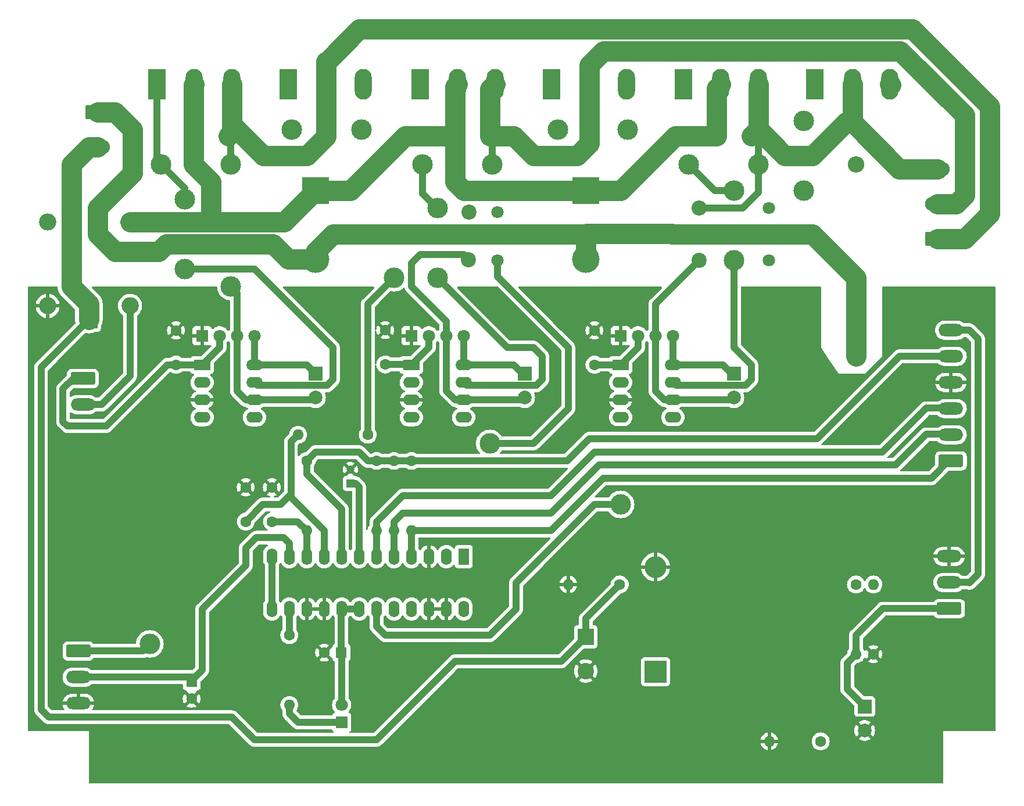
<source format=gbr>
%TF.GenerationSoftware,KiCad,Pcbnew,(7.0.0)*%
%TF.CreationDate,2023-03-13T20:07:15-03:00*%
%TF.ProjectId,Acionamento BLDC,4163696f-6e61-46d6-956e-746f20424c44,rev?*%
%TF.SameCoordinates,PX3f58108PY8a12ae0*%
%TF.FileFunction,Copper,L2,Bot*%
%TF.FilePolarity,Positive*%
%FSLAX46Y46*%
G04 Gerber Fmt 4.6, Leading zero omitted, Abs format (unit mm)*
G04 Created by KiCad (PCBNEW (7.0.0)) date 2023-03-13 20:07:15*
%MOMM*%
%LPD*%
G01*
G04 APERTURE LIST*
G04 Aperture macros list*
%AMRoundRect*
0 Rectangle with rounded corners*
0 $1 Rounding radius*
0 $2 $3 $4 $5 $6 $7 $8 $9 X,Y pos of 4 corners*
0 Add a 4 corners polygon primitive as box body*
4,1,4,$2,$3,$4,$5,$6,$7,$8,$9,$2,$3,0*
0 Add four circle primitives for the rounded corners*
1,1,$1+$1,$2,$3*
1,1,$1+$1,$4,$5*
1,1,$1+$1,$6,$7*
1,1,$1+$1,$8,$9*
0 Add four rect primitives between the rounded corners*
20,1,$1+$1,$2,$3,$4,$5,0*
20,1,$1+$1,$4,$5,$6,$7,0*
20,1,$1+$1,$6,$7,$8,$9,0*
20,1,$1+$1,$8,$9,$2,$3,0*%
G04 Aperture macros list end*
%TA.AperFunction,ComponentPad*%
%ADD10RoundRect,0.250000X-1.550000X0.650000X-1.550000X-0.650000X1.550000X-0.650000X1.550000X0.650000X0*%
%TD*%
%TA.AperFunction,ComponentPad*%
%ADD11O,3.600000X1.800000*%
%TD*%
%TA.AperFunction,ComponentPad*%
%ADD12C,1.600000*%
%TD*%
%TA.AperFunction,ComponentPad*%
%ADD13C,1.800000*%
%TD*%
%TA.AperFunction,ComponentPad*%
%ADD14R,1.200000X1.200000*%
%TD*%
%TA.AperFunction,ComponentPad*%
%ADD15C,1.200000*%
%TD*%
%TA.AperFunction,ComponentPad*%
%ADD16R,1.600000X1.600000*%
%TD*%
%TA.AperFunction,ComponentPad*%
%ADD17C,3.000000*%
%TD*%
%TA.AperFunction,ComponentPad*%
%ADD18O,3.000000X3.000000*%
%TD*%
%TA.AperFunction,ComponentPad*%
%ADD19R,4.000000X4.000000*%
%TD*%
%TA.AperFunction,ComponentPad*%
%ADD20C,4.000000*%
%TD*%
%TA.AperFunction,ComponentPad*%
%ADD21R,1.800000X1.800000*%
%TD*%
%TA.AperFunction,ComponentPad*%
%ADD22RoundRect,0.250000X1.550000X-0.650000X1.550000X0.650000X-1.550000X0.650000X-1.550000X-0.650000X0*%
%TD*%
%TA.AperFunction,ComponentPad*%
%ADD23O,1.600000X1.600000*%
%TD*%
%TA.AperFunction,ComponentPad*%
%ADD24C,2.200000*%
%TD*%
%TA.AperFunction,ComponentPad*%
%ADD25R,2.500000X4.500000*%
%TD*%
%TA.AperFunction,ComponentPad*%
%ADD26O,2.500000X4.500000*%
%TD*%
%TA.AperFunction,ComponentPad*%
%ADD27R,2.500000X2.500000*%
%TD*%
%TA.AperFunction,ComponentPad*%
%ADD28O,2.500000X2.500000*%
%TD*%
%TA.AperFunction,ComponentPad*%
%ADD29C,2.400000*%
%TD*%
%TA.AperFunction,ComponentPad*%
%ADD30O,2.400000X2.400000*%
%TD*%
%TA.AperFunction,ComponentPad*%
%ADD31RoundRect,0.249999X1.550001X-0.790001X1.550001X0.790001X-1.550001X0.790001X-1.550001X-0.790001X0*%
%TD*%
%TA.AperFunction,ComponentPad*%
%ADD32O,3.600000X2.080000*%
%TD*%
%TA.AperFunction,ComponentPad*%
%ADD33R,2.400000X1.600000*%
%TD*%
%TA.AperFunction,ComponentPad*%
%ADD34O,2.400000X1.600000*%
%TD*%
%TA.AperFunction,ComponentPad*%
%ADD35R,2.000000X2.000000*%
%TD*%
%TA.AperFunction,ComponentPad*%
%ADD36O,2.000000X2.000000*%
%TD*%
%TA.AperFunction,ComponentPad*%
%ADD37R,2.400000X2.400000*%
%TD*%
%TA.AperFunction,ComponentPad*%
%ADD38C,2.000000*%
%TD*%
%TA.AperFunction,ComponentPad*%
%ADD39RoundRect,0.249999X-1.550001X0.790001X-1.550001X-0.790001X1.550001X-0.790001X1.550001X0.790001X0*%
%TD*%
%TA.AperFunction,ComponentPad*%
%ADD40R,1.600000X2.400000*%
%TD*%
%TA.AperFunction,ComponentPad*%
%ADD41O,1.600000X2.400000*%
%TD*%
%TA.AperFunction,ComponentPad*%
%ADD42R,3.200000X3.200000*%
%TD*%
%TA.AperFunction,ComponentPad*%
%ADD43O,3.200000X3.200000*%
%TD*%
%TA.AperFunction,ViaPad*%
%ADD44C,3.000000*%
%TD*%
%TA.AperFunction,Conductor*%
%ADD45C,1.000000*%
%TD*%
%TA.AperFunction,Conductor*%
%ADD46C,3.000000*%
%TD*%
G04 APERTURE END LIST*
D10*
%TO.P,J4,1,Pin_1*%
%TO.N,+6V*%
X8255000Y20557111D03*
D11*
%TO.P,J4,2,Pin_2*%
%TO.N,Net-(J4-Pin_2)*%
X8254999Y16747110D03*
%TO.P,J4,3,Pin_3*%
%TO.N,GND*%
X8254999Y12937110D03*
%TD*%
D12*
%TO.P,C10,1*%
%TO.N,+12V*%
X52959000Y62310000D03*
%TO.P,C10,2*%
%TO.N,GND*%
X52959000Y67310000D03*
%TD*%
D13*
%TO.P,J11,1,1*%
%TO.N,Net-(Q4-G)*%
X69340138Y84474790D03*
%TD*%
D14*
%TO.P,C14,1*%
%TO.N,Net-(U1-OE)*%
X47878999Y44989999D03*
D15*
%TO.P,C14,2*%
%TO.N,GND*%
X47879000Y46990000D03*
%TD*%
D16*
%TO.P,C17,1*%
%TO.N,+12V*%
X46568999Y20319999D03*
D12*
%TO.P,C17,2*%
%TO.N,GND*%
X44069000Y20320000D03*
%TD*%
D17*
%TO.P,R1,1*%
%TO.N,/AH*%
X23749000Y76200000D03*
D18*
%TO.P,R1,2*%
%TO.N,Net-(Q1-G)*%
X23748999Y86359999D03*
%TD*%
D19*
%TO.P,C16,1*%
%TO.N,Net-(D3-K)*%
X82168999Y87629999D03*
D20*
%TO.P,C16,2*%
%TO.N,GND*%
X82169000Y77630000D03*
%TD*%
D17*
%TO.P,R7,1*%
%TO.N,/FaseA*%
X30480000Y91440000D03*
D18*
%TO.P,R7,2*%
%TO.N,Net-(Q1-G)*%
X20319999Y91439999D03*
%TD*%
D21*
%TO.P,U8,1,GND*%
%TO.N,GND*%
X87248999Y66479999D03*
D13*
%TO.P,U8,2,+Vin*%
%TO.N,+12V*%
X89789000Y66480000D03*
%TO.P,U8,3,-Vo*%
%TO.N,Net-(U7-VS)*%
X92329000Y66480000D03*
%TO.P,U8,4,+Vo*%
%TO.N,Net-(U7-VB)*%
X94869000Y66480000D03*
%TD*%
D22*
%TO.P,J14,1,Pin_1*%
%TO.N,/SA*%
X135379000Y48260000D03*
D11*
%TO.P,J14,2,Pin_2*%
%TO.N,/SB*%
X135378999Y52069999D03*
%TO.P,J14,3,Pin_3*%
%TO.N,/SC*%
X135378999Y55879999D03*
%TO.P,J14,4,Pin_4*%
%TO.N,GND*%
X135378999Y59689999D03*
%TO.P,J14,5,Pin_5*%
%TO.N,+6V*%
X135378999Y63499999D03*
%TO.P,J14,6,Pin_6*%
%TO.N,/TempMot*%
X135378999Y67309999D03*
%TD*%
D12*
%TO.P,C3,1*%
%TO.N,Net-(U1-Curr_sen+)*%
X32639000Y39410000D03*
%TO.P,C3,2*%
%TO.N,GND*%
X32639000Y44410000D03*
%TD*%
%TO.P,C7,1*%
%TO.N,+12V*%
X116399000Y7395215D03*
D23*
%TO.P,C7,2*%
%TO.N,GND*%
X108898999Y7395214D03*
%TD*%
D24*
%TO.P,J8,1,1*%
%TO.N,Net-(U5-VS)*%
X65044182Y77598209D03*
%TD*%
D12*
%TO.P,R14,1*%
%TO.N,+6V*%
X41529000Y48260000D03*
D23*
%TO.P,R14,2*%
%TO.N,Net-(U1-Oscilator)*%
X41528999Y38099999D03*
%TD*%
D24*
%TO.P,J6,1,1*%
%TO.N,/FaseC*%
X98679000Y85090000D03*
%TD*%
D25*
%TO.P,Q5,1,G*%
%TO.N,Net-(Q5-G)*%
X96392999Y103162110D03*
D26*
%TO.P,Q5,2,D*%
%TO.N,Net-(D3-K)*%
X101842999Y103162110D03*
%TO.P,Q5,3,S*%
%TO.N,/FaseC*%
X107292999Y103162110D03*
%TD*%
D13*
%TO.P,J12,1,1*%
%TO.N,/CL*%
X108839000Y77470000D03*
%TD*%
D27*
%TO.P,K1,1*%
%TO.N,/V55+*%
X9778999Y68842499D03*
D28*
%TO.P,K1,2*%
%TO.N,Net-(J5-Pin_2)*%
X15778999Y70842499D03*
%TO.P,K1,3*%
%TO.N,Net-(D3-K)*%
X15778999Y83042499D03*
%TO.P,K1,4*%
%TO.N,unconnected-(K1-Pad4)*%
X3778999Y83042499D03*
%TO.P,K1,5*%
%TO.N,GND*%
X3778999Y70842499D03*
%TD*%
D29*
%TO.P,R13,1*%
%TO.N,GND*%
X121539000Y63500000D03*
D30*
%TO.P,R13,2*%
%TO.N,Net-(Q2-S)*%
X121538999Y91439999D03*
%TD*%
D31*
%TO.P,J2,1,Pin_1*%
%TO.N,/FaseA*%
X133382500Y80645000D03*
D32*
%TO.P,J2,2,Pin_2*%
%TO.N,/FaseB*%
X133382499Y85724999D03*
%TO.P,J2,3,Pin_3*%
%TO.N,/FaseC*%
X133382499Y90804999D03*
%TD*%
D33*
%TO.P,U3,1,Vcc*%
%TO.N,+12V*%
X26273999Y62219999D03*
D34*
%TO.P,U3,2,IN*%
%TO.N,/DAH*%
X26273999Y59679999D03*
%TO.P,U3,3,COM*%
%TO.N,GND*%
X26273999Y57139999D03*
%TO.P,U3,4,NC*%
%TO.N,unconnected-(U3-NC-Pad4)*%
X26273999Y54599999D03*
%TO.P,U3,5,NC*%
%TO.N,unconnected-(U3-NC-Pad5)*%
X33893999Y54599999D03*
%TO.P,U3,6,VS*%
%TO.N,/FaseA*%
X33893999Y57139999D03*
%TO.P,U3,7,HO*%
%TO.N,/AH*%
X33893999Y59679999D03*
%TO.P,U3,8,VB*%
%TO.N,Net-(U2-+Vo)*%
X33893999Y62219999D03*
%TD*%
D12*
%TO.P,C12,1*%
%TO.N,+12V*%
X22479000Y62270000D03*
%TO.P,C12,2*%
%TO.N,GND*%
X22479000Y67270000D03*
%TD*%
D16*
%TO.P,C1,1*%
%TO.N,Net-(J4-Pin_2)*%
X24764999Y16112110D03*
D12*
%TO.P,C1,2*%
%TO.N,GND*%
X24765000Y13612111D03*
%TD*%
D24*
%TO.P,J9,1,1*%
%TO.N,/FaseB*%
X65194355Y84541418D03*
%TD*%
D33*
%TO.P,U5,1,Vcc*%
%TO.N,+12V*%
X56753999Y62219999D03*
D34*
%TO.P,U5,2,IN*%
%TO.N,/DBH*%
X56753999Y59679999D03*
%TO.P,U5,3,COM*%
%TO.N,GND*%
X56753999Y57139999D03*
%TO.P,U5,4,NC*%
%TO.N,unconnected-(U5-NC-Pad4)*%
X56753999Y54599999D03*
%TO.P,U5,5,NC*%
%TO.N,unconnected-(U5-NC-Pad5)*%
X64373999Y54599999D03*
%TO.P,U5,6,VS*%
%TO.N,Net-(U5-VS)*%
X64373999Y57139999D03*
%TO.P,U5,7,HO*%
%TO.N,/BH*%
X64373999Y59679999D03*
%TO.P,U5,8,VB*%
%TO.N,Net-(U5-VB)*%
X64373999Y62219999D03*
%TD*%
D25*
%TO.P,Q6,1,G*%
%TO.N,Net-(Q6-G)*%
X115569999Y103162110D03*
D26*
%TO.P,Q6,2,D*%
%TO.N,/FaseC*%
X121019999Y103162110D03*
%TO.P,Q6,3,S*%
%TO.N,Net-(Q2-S)*%
X126469999Y103162110D03*
%TD*%
D35*
%TO.P,D3,1,K*%
%TO.N,Net-(D3-K)*%
X25018999Y95574999D03*
D36*
%TO.P,D3,2,A*%
%TO.N,/FaseA*%
X30098999Y95574999D03*
%TD*%
D12*
%TO.P,R20,1*%
%TO.N,+6V*%
X56769000Y48260000D03*
D23*
%TO.P,R20,2*%
%TO.N,/SA*%
X56768999Y38099999D03*
%TD*%
D12*
%TO.P,R15,1*%
%TO.N,Net-(Q2-S)*%
X50419000Y52070000D03*
D23*
%TO.P,R15,2*%
%TO.N,Net-(U1-Curr_sen+)*%
X40258999Y52069999D03*
%TD*%
D21*
%TO.P,U2,1,GND*%
%TO.N,GND*%
X26288999Y66479999D03*
D13*
%TO.P,U2,2,+Vin*%
%TO.N,+12V*%
X28829000Y66480000D03*
%TO.P,U2,3,-Vo*%
%TO.N,/FaseA*%
X31369000Y66480000D03*
%TO.P,U2,4,+Vo*%
%TO.N,Net-(U2-+Vo)*%
X33909000Y66480000D03*
%TD*%
D21*
%TO.P,U6,1,GND*%
%TO.N,GND*%
X56768999Y66479999D03*
D13*
%TO.P,U6,2,+Vin*%
%TO.N,+12V*%
X59309000Y66480000D03*
%TO.P,U6,3,-Vo*%
%TO.N,Net-(U5-VS)*%
X61849000Y66480000D03*
%TO.P,U6,4,+Vo*%
%TO.N,Net-(U5-VB)*%
X64389000Y66480000D03*
%TD*%
D33*
%TO.P,U7,1,Vcc*%
%TO.N,+12V*%
X87248999Y62229999D03*
D34*
%TO.P,U7,2,IN*%
%TO.N,/DCH*%
X87248999Y59689999D03*
%TO.P,U7,3,COM*%
%TO.N,GND*%
X87248999Y57149999D03*
%TO.P,U7,4,NC*%
%TO.N,unconnected-(U7-NC-Pad4)*%
X87248999Y54609999D03*
%TO.P,U7,5,NC*%
%TO.N,unconnected-(U7-NC-Pad5)*%
X94868999Y54609999D03*
%TO.P,U7,6,VS*%
%TO.N,Net-(U7-VS)*%
X94868999Y57149999D03*
%TO.P,U7,7,HO*%
%TO.N,/CH*%
X94868999Y59689999D03*
%TO.P,U7,8,VB*%
%TO.N,Net-(U7-VB)*%
X94868999Y62229999D03*
%TD*%
D25*
%TO.P,Q1,1,G*%
%TO.N,Net-(Q1-G)*%
X19684999Y103162110D03*
D26*
%TO.P,Q1,2,D*%
%TO.N,Net-(D3-K)*%
X25134999Y103162110D03*
%TO.P,Q1,3,S*%
%TO.N,/FaseA*%
X30584999Y103162110D03*
%TD*%
D12*
%TO.P,R19,1*%
%TO.N,+6V*%
X54229000Y48260000D03*
D23*
%TO.P,R19,2*%
%TO.N,/SB*%
X54228999Y38099999D03*
%TD*%
D18*
%TO.P,R3,1*%
%TO.N,/BH*%
X60578999Y74929999D03*
%TO.P,R3,2*%
%TO.N,Net-(Q3-G)*%
X60578999Y85089999D03*
%TD*%
D35*
%TO.P,D4,1,K*%
%TO.N,Net-(D3-K)*%
X63118999Y95574999D03*
D36*
%TO.P,D4,2,A*%
%TO.N,/FaseB*%
X68198999Y95574999D03*
%TD*%
D17*
%TO.P,R10,1*%
%TO.N,Net-(Q2-S)*%
X88265000Y96520000D03*
D18*
%TO.P,R10,2*%
%TO.N,Net-(Q4-G)*%
X78104999Y96519999D03*
%TD*%
D17*
%TO.P,R8,1*%
%TO.N,Net-(Q2-S)*%
X49530000Y96520000D03*
D18*
%TO.P,R8,2*%
%TO.N,/AL*%
X39369999Y96519999D03*
%TD*%
D37*
%TO.P,C6,1*%
%TO.N,/V55+*%
X82168999Y22635214D03*
D29*
%TO.P,C6,2*%
%TO.N,GND*%
X82169000Y17635215D03*
%TD*%
D17*
%TO.P,R9,1*%
%TO.N,/FaseB*%
X68580000Y91440000D03*
D18*
%TO.P,R9,2*%
%TO.N,Net-(Q3-G)*%
X58419999Y91439999D03*
%TD*%
D35*
%TO.P,C11,1*%
%TO.N,Net-(U5-VB)*%
X73278999Y60959999D03*
D38*
%TO.P,C11,2*%
%TO.N,Net-(U5-VS)*%
X73279000Y57460000D03*
%TD*%
D35*
%TO.P,C5,1*%
%TO.N,+12V*%
X122808999Y12475214D03*
D38*
%TO.P,C5,2*%
%TO.N,GND*%
X122809000Y8975215D03*
%TD*%
D19*
%TO.P,C15,1*%
%TO.N,Net-(D3-K)*%
X42798999Y87629999D03*
D20*
%TO.P,C15,2*%
%TO.N,GND*%
X42799000Y77630000D03*
%TD*%
D25*
%TO.P,Q2,1,G*%
%TO.N,/AL*%
X38861999Y103162110D03*
D26*
%TO.P,Q2,2,D*%
%TO.N,/FaseA*%
X44311999Y103162110D03*
%TO.P,Q2,3,S*%
%TO.N,Net-(Q2-S)*%
X49761999Y103162110D03*
%TD*%
D35*
%TO.P,D5,1,K*%
%TO.N,Net-(D3-K)*%
X101218999Y95574999D03*
D36*
%TO.P,D5,2,A*%
%TO.N,/FaseC*%
X106298999Y95574999D03*
%TD*%
D10*
%TO.P,J5,1,Pin_1*%
%TO.N,+12V*%
X8901500Y60270000D03*
D11*
%TO.P,J5,2,Pin_2*%
%TO.N,Net-(J5-Pin_2)*%
X8901499Y56459999D03*
%TD*%
D24*
%TO.P,J7,1,1*%
%TO.N,Net-(U7-VS)*%
X98679000Y77470000D03*
%TD*%
D12*
%TO.P,C8,1*%
%TO.N,/V55+*%
X87129000Y30255215D03*
D23*
%TO.P,C8,2*%
%TO.N,GND*%
X79628999Y30255214D03*
%TD*%
D39*
%TO.P,J1,1,Pin_1*%
%TO.N,GND*%
X11049000Y99060000D03*
D32*
%TO.P,J1,2,Pin_2*%
%TO.N,/V55+*%
X11048999Y93979999D03*
%TD*%
D12*
%TO.P,R18,1*%
%TO.N,+6V*%
X51689000Y48260000D03*
D23*
%TO.P,R18,2*%
%TO.N,/SC*%
X51688999Y38099999D03*
%TD*%
D25*
%TO.P,Q3,1,G*%
%TO.N,Net-(Q3-G)*%
X58038999Y103162110D03*
D26*
%TO.P,Q3,2,D*%
%TO.N,Net-(D3-K)*%
X63488999Y103162110D03*
%TO.P,Q3,3,S*%
%TO.N,/FaseB*%
X68938999Y103162110D03*
%TD*%
D12*
%TO.P,R16,1*%
%TO.N,Net-(U4-FB)*%
X121539000Y30255215D03*
D23*
%TO.P,R16,2*%
%TO.N,+12V*%
X121538999Y20095214D03*
%TD*%
D13*
%TO.P,J10,1,1*%
%TO.N,/BL*%
X69275003Y77470000D03*
%TD*%
%TO.P,J13,1,1*%
%TO.N,Net-(Q6-G)*%
X108839000Y85090000D03*
%TD*%
D12*
%TO.P,R17,1*%
%TO.N,GND*%
X124079000Y20095215D03*
D23*
%TO.P,R17,2*%
%TO.N,Net-(U4-FB)*%
X124078999Y30255214D03*
%TD*%
D12*
%TO.P,R21,1*%
%TO.N,Net-(U1-Fault)*%
X38989000Y22860000D03*
D23*
%TO.P,R21,2*%
%TO.N,Net-(D1-K)*%
X38988999Y12699999D03*
%TD*%
D17*
%TO.P,R12,1*%
%TO.N,Net-(Q2-S)*%
X113919000Y87630000D03*
D18*
%TO.P,R12,2*%
%TO.N,Net-(Q6-G)*%
X113918999Y97789999D03*
%TD*%
D17*
%TO.P,R11,1*%
%TO.N,/FaseC*%
X107315000Y91440000D03*
D18*
%TO.P,R11,2*%
%TO.N,Net-(Q5-G)*%
X97154999Y91439999D03*
%TD*%
D22*
%TO.P,J3,1,Pin_1*%
%TO.N,+12V*%
X135116500Y26725000D03*
D11*
%TO.P,J3,2,Pin_2*%
%TO.N,/TempMot*%
X135116499Y30534999D03*
%TO.P,J3,3,Pin_3*%
%TO.N,GND*%
X135116499Y34344999D03*
%TD*%
D17*
%TO.P,R5,1*%
%TO.N,/CH*%
X103759000Y77470000D03*
D18*
%TO.P,R5,2*%
%TO.N,Net-(Q5-G)*%
X103758999Y87629999D03*
%TD*%
D35*
%TO.P,C13,1*%
%TO.N,Net-(U7-VB)*%
X103758999Y60959999D03*
D38*
%TO.P,C13,2*%
%TO.N,Net-(U7-VS)*%
X103759000Y57460000D03*
%TD*%
D40*
%TO.P,U1,1,BH*%
%TO.N,/DBH*%
X64393999Y34304999D03*
D41*
%TO.P,U1,2,AH*%
%TO.N,/DAH*%
X61853999Y34304999D03*
%TO.P,U1,3,For/Rev*%
%TO.N,GND*%
X59313999Y34304999D03*
%TO.P,U1,4,SA*%
%TO.N,/SA*%
X56773999Y34304999D03*
%TO.P,U1,5,SB*%
%TO.N,/SB*%
X54233999Y34304999D03*
%TO.P,U1,6,SC*%
%TO.N,/SC*%
X51693999Y34304999D03*
%TO.P,U1,7,OE*%
%TO.N,Net-(U1-OE)*%
X49153999Y34304999D03*
%TO.P,U1,8,Ref_out*%
%TO.N,+6V*%
X46613999Y34304999D03*
%TO.P,U1,9,Curr_sen+*%
%TO.N,Net-(U1-Curr_sen+)*%
X44073999Y34304999D03*
%TO.P,U1,10,Oscilator*%
%TO.N,Net-(U1-Oscilator)*%
X41533999Y34304999D03*
%TO.P,U1,11,Amp+*%
%TO.N,Net-(J4-Pin_2)*%
X38993999Y34304999D03*
%TO.P,U1,12,Amp-*%
%TO.N,Net-(U1-Amp-)*%
X36453999Y34304999D03*
%TO.P,U1,13,Error*%
X36453999Y26684999D03*
%TO.P,U1,14,Fault*%
%TO.N,Net-(U1-Fault)*%
X38993999Y26684999D03*
%TO.P,U1,15,Curr_sen-*%
%TO.N,GND*%
X41533999Y26684999D03*
%TO.P,U1,16,GND*%
X44073999Y26684999D03*
%TO.P,U1,17,VCC*%
%TO.N,+12V*%
X46613999Y26684999D03*
%TO.P,U1,18,VC*%
X49153999Y26684999D03*
%TO.P,U1,19,CL*%
%TO.N,/CL*%
X51693999Y26684999D03*
%TO.P,U1,20,BL*%
%TO.N,/BL*%
X54233999Y26684999D03*
%TO.P,U1,21,AL*%
%TO.N,/AL*%
X56773999Y26684999D03*
%TO.P,U1,22,60/120*%
%TO.N,GND*%
X59313999Y26684999D03*
%TO.P,U1,23,Break*%
X61853999Y26684999D03*
%TO.P,U1,24,CH*%
%TO.N,/DCH*%
X64393999Y26684999D03*
%TD*%
D12*
%TO.P,C2,1*%
%TO.N,Net-(U1-Oscilator)*%
X36449000Y39410000D03*
%TO.P,C2,2*%
%TO.N,GND*%
X36449000Y44410000D03*
%TD*%
D25*
%TO.P,Q4,1,G*%
%TO.N,Net-(Q4-G)*%
X77215999Y103162110D03*
D26*
%TO.P,Q4,2,D*%
%TO.N,/FaseB*%
X82665999Y103162110D03*
%TO.P,Q4,3,S*%
%TO.N,Net-(Q2-S)*%
X88115999Y103162110D03*
%TD*%
D35*
%TO.P,C9,1*%
%TO.N,Net-(U2-+Vo)*%
X42798999Y60959999D03*
D38*
%TO.P,C9,2*%
%TO.N,/FaseA*%
X42799000Y57460000D03*
%TD*%
D12*
%TO.P,C4,1*%
%TO.N,+12V*%
X83439000Y62270000D03*
%TO.P,C4,2*%
%TO.N,GND*%
X83439000Y67270000D03*
%TD*%
D42*
%TO.P,D2,1,K*%
%TO.N,Net-(D2-K)*%
X92328999Y17555214D03*
D43*
%TO.P,D2,2,A*%
%TO.N,GND*%
X92328999Y32795214D03*
%TD*%
D21*
%TO.P,D1,1,K*%
%TO.N,Net-(D1-K)*%
X46608999Y10159999D03*
D13*
%TO.P,D1,2,A*%
%TO.N,+12V*%
X46609000Y12700000D03*
%TD*%
D44*
%TO.N,/FaseA*%
X30480000Y73660000D03*
%TO.N,/BL*%
X68199000Y50800000D03*
%TO.N,/CL*%
X87249000Y41910000D03*
%TO.N,+6V*%
X18669000Y21590000D03*
%TO.N,Net-(Q2-S)*%
X54229000Y74930000D03*
%TD*%
D45*
%TO.N,Net-(J4-Pin_2)*%
X32639000Y33011320D02*
X32639000Y35560000D01*
X24765000Y16256000D02*
X25256111Y16747111D01*
X32639000Y35560000D02*
X34145992Y37066992D01*
X25256111Y16747111D02*
X26289000Y17780000D01*
X24765000Y16112111D02*
X24765000Y16256000D01*
X26289000Y26661320D02*
X32639000Y33011320D01*
X34145992Y37066992D02*
X38154160Y37066992D01*
X38994000Y36227152D02*
X38994000Y34305000D01*
X26289000Y17780000D02*
X26289000Y26661320D01*
X8255000Y16747111D02*
X25256111Y16747111D01*
X38154160Y37066992D02*
X38994000Y36227152D01*
%TO.N,+12V*%
X83439000Y62270000D02*
X87209000Y62270000D01*
X87249000Y62230000D02*
X89789000Y64770000D01*
X56664000Y62310000D02*
X56754000Y62220000D01*
X59309000Y64775000D02*
X59309000Y66480000D01*
X46569000Y26640000D02*
X46614000Y26685000D01*
X120269000Y18825215D02*
X121539000Y20095215D01*
X125404000Y26725000D02*
X121539000Y22860000D01*
X22479000Y62270000D02*
X26224000Y62270000D01*
X46614000Y26685000D02*
X49154000Y26685000D01*
X87209000Y62270000D02*
X87249000Y62230000D01*
X7558970Y60270000D02*
X6018052Y58729082D01*
X6655827Y53340000D02*
X12319000Y53340000D01*
X120269000Y15015215D02*
X120269000Y18825215D01*
X135116500Y26725000D02*
X125404000Y26725000D01*
X46609000Y20280000D02*
X46569000Y20320000D01*
X89789000Y64770000D02*
X89789000Y66480000D01*
X52959000Y62310000D02*
X56664000Y62310000D01*
X56754000Y62220000D02*
X59309000Y64775000D01*
X122809000Y12475215D02*
X120269000Y15015215D01*
X12319000Y53340000D02*
X21249000Y62270000D01*
X6018052Y58729082D02*
X6018052Y53977775D01*
X28829000Y66480000D02*
X28829000Y64775000D01*
X21249000Y62270000D02*
X22479000Y62270000D01*
X8901500Y60270000D02*
X7558970Y60270000D01*
X46609000Y12700000D02*
X46609000Y20280000D01*
X121539000Y22860000D02*
X121539000Y20095215D01*
X28829000Y64775000D02*
X26274000Y62220000D01*
X6018052Y53977775D02*
X6655827Y53340000D01*
X26224000Y62270000D02*
X26274000Y62220000D01*
X46569000Y20320000D02*
X46569000Y26640000D01*
%TO.N,Net-(U1-Oscilator)*%
X41534000Y38095000D02*
X41529000Y38100000D01*
X36449000Y39410000D02*
X40219000Y39410000D01*
X40219000Y39410000D02*
X41529000Y38100000D01*
X41534000Y34305000D02*
X41534000Y38095000D01*
%TO.N,Net-(U1-Curr_sen+)*%
X44074000Y38095000D02*
X44074000Y34305000D01*
X39219000Y44220000D02*
X39219000Y51030000D01*
X37719000Y41910000D02*
X39219000Y43410000D01*
X32639000Y39410000D02*
X35139000Y41910000D01*
X39219000Y43410000D02*
X39219000Y44220000D01*
X35139000Y41910000D02*
X37719000Y41910000D01*
X39219000Y51030000D02*
X40259000Y52070000D01*
X39219000Y42950000D02*
X44074000Y38095000D01*
X39219000Y44220000D02*
X39219000Y42950000D01*
%TO.N,Net-(D1-K)*%
X40259000Y10160000D02*
X46609000Y10160000D01*
X38989000Y11430000D02*
X40259000Y10160000D01*
X38989000Y12700000D02*
X38989000Y11430000D01*
%TO.N,/FaseA*%
X30480000Y73660000D02*
X31369000Y72771000D01*
D46*
X35179000Y92710000D02*
X41529000Y92710000D01*
X137414000Y80645000D02*
X141020989Y84251989D01*
X30585000Y97790000D02*
X30585000Y97304000D01*
D45*
X33884000Y57150000D02*
X32639000Y57150000D01*
D46*
X30585000Y97790000D02*
X30585000Y96061000D01*
D45*
X31369000Y72771000D02*
X31369000Y66480000D01*
D46*
X44461000Y106437000D02*
X44312000Y106437000D01*
D45*
X42479000Y57140000D02*
X42799000Y57460000D01*
X32639000Y57150000D02*
X31369000Y58420000D01*
D46*
X133382500Y80645000D02*
X137414000Y80645000D01*
D45*
X31369000Y58420000D02*
X31369000Y66480000D01*
D46*
X141020989Y99898011D02*
X129769000Y111150000D01*
X49174000Y111150000D02*
X44461000Y106437000D01*
X30585000Y96061000D02*
X30099000Y95575000D01*
X141020989Y84251989D02*
X141020989Y99898011D01*
X44312000Y95493000D02*
X44312000Y103162111D01*
X30585000Y103162111D02*
X30585000Y97790000D01*
D45*
X30480000Y90805000D02*
X30480000Y95194000D01*
X30480000Y95780000D02*
X30585000Y95885000D01*
D46*
X129769000Y111150000D02*
X49174000Y111150000D01*
X41529000Y92710000D02*
X44312000Y95493000D01*
D45*
X30480000Y95194000D02*
X30099000Y95575000D01*
X33894000Y57140000D02*
X42479000Y57140000D01*
D46*
X44312000Y106437000D02*
X44312000Y103162111D01*
X30585000Y97304000D02*
X35179000Y92710000D01*
D45*
X33894000Y57140000D02*
X33884000Y57150000D01*
D46*
%TO.N,/FaseB*%
X128006521Y107950000D02*
X84709000Y107950000D01*
X82666000Y94477000D02*
X82666000Y103162111D01*
X68199000Y95575000D02*
X71684000Y95575000D01*
X71684000Y95575000D02*
X74549000Y92710000D01*
X133382500Y85725000D02*
X136144000Y85725000D01*
X136144000Y85725000D02*
X137347723Y86928723D01*
X74549000Y92710000D02*
X80899000Y92710000D01*
X68199000Y95575000D02*
X68199000Y102422111D01*
X80899000Y92710000D02*
X82666000Y94477000D01*
X82666000Y105907000D02*
X82666000Y103162111D01*
X137347723Y86928723D02*
X137347723Y98608798D01*
X84709000Y107950000D02*
X82666000Y105907000D01*
D45*
X68580000Y95194000D02*
X68199000Y95575000D01*
D46*
X68199000Y102422111D02*
X68939000Y103162111D01*
X137347723Y98608798D02*
X128006521Y107950000D01*
D45*
X68580000Y91440000D02*
X68580000Y95194000D01*
D46*
%TO.N,/FaseC*%
X107293000Y96569000D02*
X106299000Y95575000D01*
X127808516Y90805000D02*
X121020000Y97593516D01*
X133382500Y90805000D02*
X127808516Y90805000D01*
X121020000Y97593516D02*
X121020000Y103162111D01*
D45*
X107315000Y94559000D02*
X106299000Y95575000D01*
D46*
X120072516Y97593516D02*
X121020000Y97593516D01*
D45*
X98679000Y85090000D02*
X105029000Y85090000D01*
X107315000Y90805000D02*
X107315000Y94559000D01*
D46*
X107293000Y96569000D02*
X111152000Y92710000D01*
D45*
X107315000Y87376000D02*
X107315000Y91440000D01*
D46*
X107293000Y103162111D02*
X107293000Y96569000D01*
X115189000Y92710000D02*
X120072516Y97593516D01*
X111152000Y92710000D02*
X115189000Y92710000D01*
D45*
X105029000Y85090000D02*
X107315000Y87376000D01*
%TO.N,/AH*%
X44499000Y59260000D02*
X34314000Y59260000D01*
X34314000Y59260000D02*
X33894000Y59680000D01*
X45339000Y64770000D02*
X45339000Y60100000D01*
X33909000Y76200000D02*
X45339000Y64770000D01*
X45339000Y60100000D02*
X44499000Y59260000D01*
X23749000Y76200000D02*
X33909000Y76200000D01*
%TO.N,/BH*%
X74979000Y59260000D02*
X64794000Y59260000D01*
X70739000Y64770000D02*
X74549000Y64770000D01*
X74549000Y64770000D02*
X75819000Y63500000D01*
X60579000Y74930000D02*
X70739000Y64770000D01*
X75819000Y63500000D02*
X75819000Y60100000D01*
X64794000Y59260000D02*
X64374000Y59680000D01*
X75819000Y60100000D02*
X74979000Y59260000D01*
%TO.N,/BL*%
X69275003Y75123997D02*
X69275003Y77470000D01*
X79629000Y64770000D02*
X69275003Y75123997D01*
X79629000Y55880000D02*
X79629000Y64770000D01*
X74549000Y50800000D02*
X79629000Y55880000D01*
X68199000Y50800000D02*
X74549000Y50800000D01*
%TO.N,/CH*%
X95299000Y59260000D02*
X94869000Y59690000D01*
X106299000Y62230000D02*
X106299000Y60100000D01*
X103759000Y64770000D02*
X106299000Y62230000D01*
X103759000Y77470000D02*
X103759000Y64770000D01*
X106299000Y60100000D02*
X105459000Y59260000D01*
X105459000Y59260000D02*
X95299000Y59260000D01*
%TO.N,/CL*%
X51689000Y24130000D02*
X52959000Y22860000D01*
X51694000Y26685000D02*
X51694000Y24135000D01*
X51694000Y24135000D02*
X51689000Y24130000D01*
X83439000Y41910000D02*
X87249000Y41910000D01*
X52959000Y22860000D02*
X68199000Y22860000D01*
X72009000Y26670000D02*
X72009000Y30480000D01*
X68199000Y22860000D02*
X72009000Y26670000D01*
X72009000Y30480000D02*
X83439000Y41910000D01*
D46*
%TO.N,GND*%
X42799000Y77630000D02*
X42799000Y78740000D01*
X11049000Y81280000D02*
X13589000Y78740000D01*
X82169000Y81280000D02*
X82229000Y81340000D01*
D45*
X44074000Y20325000D02*
X44069000Y20320000D01*
D46*
X121539000Y74930000D02*
X121539000Y63500000D01*
X45339000Y81280000D02*
X82169000Y81280000D01*
X42799000Y78740000D02*
X45339000Y81280000D01*
X38829000Y77630000D02*
X42799000Y77630000D01*
X19939000Y78740000D02*
X21041500Y79842500D01*
X94735956Y81280000D02*
X115189000Y81280000D01*
X16129000Y90170000D02*
X11049000Y85090000D01*
X11049000Y99060000D02*
X13589000Y99060000D01*
X11049000Y85090000D02*
X11049000Y81280000D01*
X13589000Y99060000D02*
X16129000Y96520000D01*
X16129000Y96520000D02*
X16129000Y90170000D01*
X115189000Y81280000D02*
X121539000Y74930000D01*
X36616500Y79842500D02*
X38829000Y77630000D01*
X82169000Y81280000D02*
X82169000Y77630000D01*
X13589000Y78740000D02*
X19939000Y78740000D01*
X94675956Y81340000D02*
X94735956Y81280000D01*
X82229000Y81340000D02*
X94675956Y81340000D01*
X21041500Y79842500D02*
X36616500Y79842500D01*
D45*
%TO.N,Net-(Q1-G)*%
X19685000Y90805000D02*
X19685000Y103162111D01*
X23749000Y88011000D02*
X20320000Y91440000D01*
X20320000Y91440000D02*
X19685000Y91440000D01*
X23749000Y86360000D02*
X23749000Y88011000D01*
%TO.N,+6V*%
X50419000Y48260000D02*
X51689000Y48260000D01*
X127889000Y63500000D02*
X115863770Y51474770D01*
X8255000Y20557111D02*
X17636111Y20557111D01*
X49149000Y49530000D02*
X50419000Y48260000D01*
X46614000Y41270000D02*
X46614000Y34305000D01*
X17636111Y20557111D02*
X18669000Y21590000D01*
X79450817Y48260000D02*
X56769000Y48260000D01*
X82665587Y51474770D02*
X79450817Y48260000D01*
X135379000Y63500000D02*
X127889000Y63500000D01*
X56769000Y48260000D02*
X54229000Y48260000D01*
X54229000Y48260000D02*
X51689000Y48260000D01*
X42799000Y49530000D02*
X49149000Y49530000D01*
X115863770Y51474770D02*
X82665587Y51474770D01*
X41529000Y48260000D02*
X41529000Y46355000D01*
X41529000Y46355000D02*
X46614000Y41270000D01*
X41529000Y48260000D02*
X42799000Y49530000D01*
%TO.N,/SC*%
X51689000Y38100000D02*
X51689000Y39370000D01*
X77089000Y43180000D02*
X83439000Y49530000D01*
X51689000Y39370000D02*
X55499000Y43180000D01*
X51689000Y38100000D02*
X51689000Y34310000D01*
X83439000Y49530000D02*
X125349000Y49530000D01*
X55499000Y43180000D02*
X77089000Y43180000D01*
X51689000Y34310000D02*
X51694000Y34305000D01*
X125349000Y49530000D02*
X131754000Y55935000D01*
X131754000Y55935000D02*
X135116500Y55935000D01*
%TO.N,/SB*%
X127284884Y47655884D02*
X131754000Y52125000D01*
X54229000Y39370000D02*
X55499000Y40640000D01*
X54229000Y38100000D02*
X54229000Y34310000D01*
X131754000Y52125000D02*
X135116500Y52125000D01*
X54229000Y34310000D02*
X54234000Y34305000D01*
X77089000Y40640000D02*
X84104884Y47655884D01*
X84104884Y47655884D02*
X127284884Y47655884D01*
X55499000Y40640000D02*
X77089000Y40640000D01*
X54229000Y38100000D02*
X54229000Y39370000D01*
%TO.N,/SA*%
X132521500Y45720000D02*
X135116500Y48315000D01*
X84709000Y45720000D02*
X132521500Y45720000D01*
X56769000Y38100000D02*
X77089000Y38100000D01*
X56769000Y34310000D02*
X56774000Y34305000D01*
X77089000Y38100000D02*
X84709000Y45720000D01*
X56769000Y38100000D02*
X56769000Y34310000D01*
%TO.N,Net-(Q2-S)*%
X50419000Y71120000D02*
X50419000Y52070000D01*
D46*
X126619000Y103013111D02*
X126470000Y103162111D01*
D45*
X54229000Y74930000D02*
X50419000Y71120000D01*
X49530000Y102930111D02*
X49762000Y103162111D01*
%TO.N,Net-(Q3-G)*%
X58420000Y91440000D02*
X58420000Y87249000D01*
X58420000Y87249000D02*
X60579000Y85090000D01*
%TO.N,Net-(Q5-G)*%
X103759000Y87630000D02*
X100965000Y87630000D01*
X100965000Y87630000D02*
X97155000Y91440000D01*
%TO.N,Net-(U1-Amp-)*%
X36454000Y34305000D02*
X36454000Y26685000D01*
%TO.N,Net-(U2-+Vo)*%
X41539000Y62220000D02*
X42799000Y60960000D01*
X33909000Y62235000D02*
X33894000Y62220000D01*
X33894000Y62220000D02*
X41539000Y62220000D01*
X33909000Y66480000D02*
X33909000Y62235000D01*
%TO.N,Net-(U5-VB)*%
X64374000Y66465000D02*
X64389000Y66480000D01*
X71709000Y62220000D02*
X73279000Y60650000D01*
X64374000Y62220000D02*
X64374000Y66465000D01*
X64374000Y62220000D02*
X71709000Y62220000D01*
%TO.N,Net-(U7-VB)*%
X102179000Y62230000D02*
X103759000Y60650000D01*
X94869000Y62230000D02*
X94869000Y66480000D01*
X94869000Y62230000D02*
X102179000Y62230000D01*
%TO.N,Net-(U1-OE)*%
X47879000Y44990000D02*
X48609000Y44990000D01*
X49154000Y44445000D02*
X49154000Y34305000D01*
X48609000Y44990000D02*
X49154000Y44445000D01*
%TO.N,Net-(U1-Fault)*%
X38994000Y26685000D02*
X38994000Y22865000D01*
X38994000Y22865000D02*
X38989000Y22860000D01*
%TO.N,/V55+*%
X33909000Y7620000D02*
X51689000Y7620000D01*
X51689000Y7620000D02*
X63119000Y19050000D01*
X82169000Y25295215D02*
X82169000Y22635215D01*
D46*
X9779000Y71120000D02*
X7239000Y73660000D01*
D45*
X2813056Y12045944D02*
X3955929Y10903071D01*
X30625929Y10903071D02*
X33909000Y7620000D01*
X2813056Y61876556D02*
X2813056Y12045944D01*
X63119000Y19050000D02*
X78583785Y19050000D01*
D46*
X7239000Y73660000D02*
X7239000Y91440000D01*
X9779000Y93980000D02*
X11049000Y93980000D01*
X7239000Y91440000D02*
X9779000Y93980000D01*
D45*
X9779000Y68842500D02*
X2813056Y61876556D01*
X87129000Y30255215D02*
X82169000Y25295215D01*
X78583785Y19050000D02*
X82169000Y22635215D01*
D46*
X9779000Y68842500D02*
X9779000Y71120000D01*
D45*
X3955929Y10903071D02*
X30625929Y10903071D01*
D46*
%TO.N,Net-(D3-K)*%
X27559000Y83042500D02*
X38211500Y83042500D01*
X25019000Y95575000D02*
X25019000Y91440000D01*
X63119000Y95575000D02*
X63119000Y102792111D01*
X82169000Y87630000D02*
X87249000Y87630000D01*
X87249000Y87630000D02*
X95194000Y95575000D01*
X42799000Y87630000D02*
X47879000Y87630000D01*
X63119000Y102792111D02*
X63489000Y103162111D01*
X47879000Y87630000D02*
X55824000Y95575000D01*
X27559000Y88900000D02*
X27559000Y83042500D01*
X63119000Y95575000D02*
X63119000Y88900000D01*
X25019000Y91440000D02*
X27559000Y88900000D01*
X25019000Y103046111D02*
X25135000Y103162111D01*
X55824000Y95575000D02*
X63119000Y95575000D01*
X25019000Y95575000D02*
X25019000Y103046111D01*
X15779000Y83042500D02*
X27559000Y83042500D01*
X38211500Y83042500D02*
X42799000Y87630000D01*
X101219000Y95575000D02*
X101219000Y102538111D01*
X101219000Y102538111D02*
X101843000Y103162111D01*
X95194000Y95575000D02*
X101219000Y95575000D01*
X64389000Y87630000D02*
X82169000Y87630000D01*
X63119000Y88900000D02*
X64389000Y87630000D01*
D45*
%TO.N,Net-(J5-Pin_2)*%
X15779000Y60610000D02*
X15779000Y70842500D01*
X8901500Y56460000D02*
X11629000Y56460000D01*
X11629000Y56460000D02*
X15779000Y60610000D01*
%TO.N,Net-(U5-VS)*%
X72959000Y57140000D02*
X73279000Y57460000D01*
X61849000Y68580000D02*
X61849000Y66480000D01*
X56769000Y73660000D02*
X61849000Y68580000D01*
X61849000Y58420000D02*
X61849000Y66480000D01*
X64374000Y57140000D02*
X72959000Y57140000D01*
X64357897Y78284494D02*
X58044129Y78284494D01*
X64374000Y57140000D02*
X63129000Y57140000D01*
X58044129Y78284494D02*
X56769000Y77009365D01*
X56769000Y77009365D02*
X56769000Y73660000D01*
X65044182Y77598209D02*
X64357897Y78284494D01*
X63129000Y57140000D02*
X61849000Y58420000D01*
%TO.N,Net-(U7-VS)*%
X103449000Y57150000D02*
X103759000Y57460000D01*
X92329000Y58420000D02*
X92329000Y66480000D01*
X94869000Y57150000D02*
X93599000Y57150000D01*
X98679000Y77470000D02*
X92329000Y71120000D01*
X92329000Y71120000D02*
X92329000Y66480000D01*
X94869000Y57150000D02*
X103449000Y57150000D01*
X93599000Y57150000D02*
X92329000Y58420000D01*
%TO.N,/TempMot*%
X139319000Y66040000D02*
X138049000Y67310000D01*
X139319000Y31750000D02*
X139319000Y66040000D01*
X138049000Y30480000D02*
X139319000Y31750000D01*
X137994000Y30535000D02*
X138049000Y30480000D01*
X135116500Y30535000D02*
X137994000Y30535000D01*
X138049000Y67310000D02*
X135379000Y67310000D01*
%TD*%
%TA.AperFunction,Conductor*%
%TO.N,GND*%
G36*
X5176500Y73643387D02*
G01*
X5221887Y73598000D01*
X5238500Y73536000D01*
X5238500Y73516921D01*
X5239129Y73512543D01*
X5239130Y73512536D01*
X5248062Y73450406D01*
X5249008Y73441610D01*
X5253487Y73378995D01*
X5253488Y73378987D01*
X5253804Y73374572D01*
X5254747Y73370239D01*
X5254747Y73370237D01*
X5268089Y73308904D01*
X5269661Y73300194D01*
X5277534Y73245435D01*
X5279225Y73233678D01*
X5280473Y73229429D01*
X5298155Y73169207D01*
X5300343Y73160633D01*
X5313688Y73099286D01*
X5313690Y73099280D01*
X5314631Y73094954D01*
X5316178Y73090805D01*
X5316180Y73090800D01*
X5338118Y73031982D01*
X5340913Y73023584D01*
X5358596Y72963360D01*
X5358599Y72963352D01*
X5359844Y72959112D01*
X5361678Y72955095D01*
X5361683Y72955083D01*
X5387759Y72897984D01*
X5391145Y72889809D01*
X5413081Y72830997D01*
X5413085Y72830988D01*
X5414633Y72826839D01*
X5416753Y72822957D01*
X5416756Y72822950D01*
X5446840Y72767856D01*
X5450799Y72759946D01*
X5478718Y72698813D01*
X5481111Y72695089D01*
X5481113Y72695086D01*
X5515054Y72642273D01*
X5519569Y72634664D01*
X5551774Y72575685D01*
X5562617Y72561201D01*
X5592039Y72521897D01*
X5597087Y72514627D01*
X5631032Y72461807D01*
X5631037Y72461801D01*
X5633426Y72458083D01*
X5677434Y72407295D01*
X5682988Y72400403D01*
X5723261Y72346605D01*
X5726392Y72343474D01*
X5726393Y72343473D01*
X7742181Y70327685D01*
X7769061Y70287457D01*
X7778500Y70240004D01*
X7778500Y68771052D01*
X7778657Y68768844D01*
X7778658Y68768842D01*
X7793487Y68561495D01*
X7793488Y68561486D01*
X7793804Y68557072D01*
X7794744Y68552749D01*
X7794746Y68552738D01*
X7830304Y68389281D01*
X7828115Y68327988D01*
X7796819Y68275242D01*
X2115702Y62594124D01*
X2113454Y62591932D01*
X2050003Y62531615D01*
X2046415Y62526461D01*
X2046408Y62526452D01*
X2016300Y62483195D01*
X2010630Y62475675D01*
X1977330Y62434835D01*
X1977327Y62434832D01*
X1973358Y62429963D01*
X1970452Y62424401D01*
X1970444Y62424388D01*
X1959266Y62402990D01*
X1951138Y62389574D01*
X1937356Y62369772D01*
X1937351Y62369764D01*
X1933761Y62364605D01*
X1931284Y62358835D01*
X1931281Y62358828D01*
X1910495Y62310391D01*
X1906455Y62301885D01*
X1879147Y62249605D01*
X1877419Y62243567D01*
X1877416Y62243559D01*
X1870776Y62220355D01*
X1865515Y62205578D01*
X1855998Y62183399D01*
X1853516Y62177614D01*
X1852250Y62171459D01*
X1852248Y62171449D01*
X1841643Y62119844D01*
X1839398Y62110697D01*
X1824898Y62060022D01*
X1824895Y62060009D01*
X1823169Y62053974D01*
X1822692Y62047714D01*
X1822691Y62047707D01*
X1820857Y62023627D01*
X1818678Y62008093D01*
X1818633Y62007872D01*
X1812556Y61978297D01*
X1812556Y61972006D01*
X1812556Y61919315D01*
X1812198Y61909900D01*
X1808196Y61857351D01*
X1808196Y61857346D01*
X1807719Y61851080D01*
X1808512Y61844847D01*
X1808513Y61844841D01*
X1811562Y61820905D01*
X1812556Y61805239D01*
X1812556Y12060222D01*
X1812516Y12057082D01*
X1810299Y11969581D01*
X1811407Y11963396D01*
X1811408Y11963390D01*
X1820704Y11911524D01*
X1822013Y11902196D01*
X1827345Y11849764D01*
X1827346Y11849759D01*
X1827982Y11843506D01*
X1829863Y11837509D01*
X1829866Y11837497D01*
X1837088Y11814478D01*
X1840828Y11799242D01*
X1845087Y11775480D01*
X1845091Y11775466D01*
X1846198Y11769291D01*
X1848527Y11763461D01*
X1868076Y11714519D01*
X1871235Y11705646D01*
X1883636Y11666124D01*
X1888897Y11649356D01*
X1891947Y11643861D01*
X1903659Y11622760D01*
X1910393Y11608581D01*
X1919346Y11586166D01*
X1919348Y11586161D01*
X1921679Y11580327D01*
X1925138Y11575078D01*
X1925141Y11575073D01*
X1954136Y11531077D01*
X1959017Y11523021D01*
X1984592Y11476945D01*
X1984594Y11476942D01*
X1987647Y11471442D01*
X1991745Y11466669D01*
X2007460Y11448363D01*
X2016911Y11435828D01*
X2030189Y11415681D01*
X2030194Y11415675D01*
X2033654Y11410425D01*
X2038101Y11405978D01*
X2075356Y11368723D01*
X2081761Y11361813D01*
X2120190Y11317049D01*
X2144254Y11298422D01*
X2156024Y11288055D01*
X3238379Y10205700D01*
X3240572Y10203451D01*
X3300870Y10140018D01*
X3306031Y10136426D01*
X3349290Y10106316D01*
X3356803Y10100652D01*
X3402521Y10063374D01*
X3408095Y10060463D01*
X3408102Y10060458D01*
X3429486Y10049288D01*
X3442914Y10041153D01*
X3467880Y10023776D01*
X3473657Y10021297D01*
X3522094Y10000511D01*
X3530604Y9996469D01*
X3582880Y9969162D01*
X3612124Y9960795D01*
X3626908Y9955532D01*
X3654871Y9943531D01*
X3712656Y9931657D01*
X3721798Y9929414D01*
X3778511Y9913185D01*
X3808843Y9910876D01*
X3824371Y9908699D01*
X3854188Y9902571D01*
X3913183Y9902571D01*
X3922598Y9902213D01*
X3981405Y9897735D01*
X4011581Y9901578D01*
X4027247Y9902571D01*
X30160146Y9902571D01*
X30207599Y9893132D01*
X30247827Y9866252D01*
X33191450Y6922629D01*
X33193643Y6920380D01*
X33249603Y6861510D01*
X33249605Y6861508D01*
X33253941Y6856947D01*
X33259105Y6853353D01*
X33259107Y6853351D01*
X33302348Y6823254D01*
X33309869Y6817583D01*
X33350715Y6784278D01*
X33350724Y6784273D01*
X33355593Y6780302D01*
X33382556Y6766218D01*
X33395980Y6758085D01*
X33420951Y6740705D01*
X33475163Y6717441D01*
X33483675Y6713398D01*
X33520886Y6693960D01*
X33535951Y6686091D01*
X33565199Y6677723D01*
X33579975Y6672462D01*
X33607942Y6660460D01*
X33665718Y6648587D01*
X33674866Y6646342D01*
X33731582Y6630113D01*
X33761916Y6627804D01*
X33777463Y6625623D01*
X33801095Y6620766D01*
X33801102Y6620766D01*
X33807259Y6619500D01*
X33866242Y6619500D01*
X33875657Y6619142D01*
X33934477Y6614663D01*
X33964652Y6618507D01*
X33980318Y6619500D01*
X51674722Y6619500D01*
X51677862Y6619461D01*
X51765363Y6617243D01*
X51823458Y6627656D01*
X51832739Y6628958D01*
X51891438Y6634926D01*
X51920464Y6644034D01*
X51935713Y6647776D01*
X51965653Y6653142D01*
X52020423Y6675020D01*
X52029303Y6678182D01*
X52085588Y6695841D01*
X52112194Y6710610D01*
X52126362Y6717338D01*
X52154617Y6728623D01*
X52203891Y6761098D01*
X52211910Y6765957D01*
X52263502Y6794591D01*
X52274961Y6804430D01*
X52286583Y6814406D01*
X52299125Y6823863D01*
X52324519Y6840598D01*
X52366238Y6882319D01*
X52373122Y6888699D01*
X52417895Y6927134D01*
X52436524Y6951202D01*
X52446884Y6962965D01*
X52626583Y7142664D01*
X107623452Y7142664D01*
X107623820Y7131435D01*
X107671330Y6954123D01*
X107675022Y6943981D01*
X107766579Y6747635D01*
X107771967Y6738303D01*
X107896232Y6560834D01*
X107903169Y6552568D01*
X108056352Y6399385D01*
X108064618Y6392448D01*
X108242087Y6268183D01*
X108251419Y6262795D01*
X108447765Y6171238D01*
X108457907Y6167546D01*
X108635219Y6120036D01*
X108646448Y6119668D01*
X108649000Y6130610D01*
X109149000Y6130610D01*
X109151551Y6119668D01*
X109162780Y6120036D01*
X109340092Y6167546D01*
X109350234Y6171238D01*
X109546580Y6262795D01*
X109555912Y6268183D01*
X109733381Y6392448D01*
X109741647Y6399385D01*
X109894830Y6552568D01*
X109901767Y6560834D01*
X110026032Y6738303D01*
X110031420Y6747635D01*
X110122977Y6943981D01*
X110126669Y6954123D01*
X110174179Y7131435D01*
X110174547Y7142664D01*
X110163605Y7145215D01*
X109165326Y7145215D01*
X109152450Y7141765D01*
X109149000Y7128889D01*
X109149000Y6130610D01*
X108649000Y6130610D01*
X108649000Y7128889D01*
X108645549Y7141765D01*
X108632674Y7145215D01*
X107634395Y7145215D01*
X107623452Y7142664D01*
X52626583Y7142664D01*
X52879134Y7395215D01*
X115093532Y7395215D01*
X115113365Y7168523D01*
X115114762Y7163308D01*
X115114764Y7163299D01*
X115170858Y6953952D01*
X115170861Y6953944D01*
X115172261Y6948719D01*
X115174549Y6943812D01*
X115174550Y6943810D01*
X115212927Y6861510D01*
X115268432Y6742481D01*
X115271539Y6738044D01*
X115271540Y6738042D01*
X115298954Y6698890D01*
X115398953Y6556076D01*
X115559861Y6395168D01*
X115746266Y6264647D01*
X115952504Y6168476D01*
X115957734Y6167075D01*
X115957736Y6167074D01*
X116133285Y6120036D01*
X116172308Y6109580D01*
X116399000Y6089747D01*
X116625692Y6109580D01*
X116845496Y6168476D01*
X117051734Y6264647D01*
X117238139Y6395168D01*
X117399047Y6556076D01*
X117529568Y6742481D01*
X117625739Y6948719D01*
X117684635Y7168523D01*
X117704468Y7395215D01*
X117684635Y7621907D01*
X117660302Y7712720D01*
X117649786Y7751967D01*
X121944749Y7751967D01*
X121952855Y7740776D01*
X121981717Y7718312D01*
X121990279Y7712719D01*
X122199885Y7599286D01*
X122209239Y7595183D01*
X122434656Y7517798D01*
X122444568Y7515287D01*
X122679643Y7476060D01*
X122689839Y7475215D01*
X122928161Y7475215D01*
X122938356Y7476060D01*
X123173431Y7515287D01*
X123183343Y7517798D01*
X123408760Y7595183D01*
X123418114Y7599286D01*
X123627723Y7712720D01*
X123636281Y7718312D01*
X123665146Y7740778D01*
X123673250Y7751965D01*
X123666589Y7764073D01*
X122820542Y8610120D01*
X122809000Y8616784D01*
X122797457Y8610120D01*
X121951408Y7764072D01*
X121944749Y7751967D01*
X117649786Y7751967D01*
X117627141Y7836479D01*
X117627140Y7836481D01*
X117625739Y7841711D01*
X117529568Y8047949D01*
X117399047Y8234354D01*
X117238139Y8395262D01*
X117176224Y8438615D01*
X117056173Y8522675D01*
X117056171Y8522676D01*
X117051734Y8525783D01*
X116845496Y8621954D01*
X116840271Y8623354D01*
X116840263Y8623357D01*
X116630916Y8679451D01*
X116630907Y8679453D01*
X116625692Y8680850D01*
X116620304Y8681322D01*
X116620301Y8681322D01*
X116404395Y8700211D01*
X116399000Y8700683D01*
X116393605Y8700211D01*
X116177698Y8681322D01*
X116177693Y8681322D01*
X116172308Y8680850D01*
X116167094Y8679453D01*
X116167083Y8679451D01*
X115957736Y8623357D01*
X115957724Y8623353D01*
X115952504Y8621954D01*
X115947599Y8619668D01*
X115947594Y8619665D01*
X115751176Y8528073D01*
X115751172Y8528071D01*
X115746266Y8525783D01*
X115741833Y8522680D01*
X115741826Y8522675D01*
X115564296Y8398368D01*
X115564291Y8398365D01*
X115559861Y8395262D01*
X115556037Y8391439D01*
X115556031Y8391433D01*
X115402782Y8238184D01*
X115402776Y8238178D01*
X115398953Y8234354D01*
X115395850Y8229924D01*
X115395847Y8229919D01*
X115271540Y8052389D01*
X115271535Y8052382D01*
X115268432Y8047949D01*
X115266144Y8043043D01*
X115266142Y8043039D01*
X115174550Y7846621D01*
X115174547Y7846616D01*
X115172261Y7841711D01*
X115170862Y7836491D01*
X115170858Y7836479D01*
X115114764Y7627132D01*
X115114762Y7627121D01*
X115113365Y7621907D01*
X115112893Y7616522D01*
X115112893Y7616517D01*
X115104037Y7515287D01*
X115093532Y7395215D01*
X52879134Y7395215D01*
X53131686Y7647767D01*
X107623452Y7647767D01*
X107634395Y7645215D01*
X108632674Y7645215D01*
X108645549Y7648666D01*
X108649000Y7661541D01*
X109149000Y7661541D01*
X109152450Y7648666D01*
X109165326Y7645215D01*
X110163605Y7645215D01*
X110174547Y7647767D01*
X110174179Y7658996D01*
X110126669Y7836308D01*
X110122977Y7846450D01*
X110031420Y8042796D01*
X110026032Y8052128D01*
X109901767Y8229597D01*
X109894830Y8237863D01*
X109741647Y8391046D01*
X109733381Y8397983D01*
X109555912Y8522248D01*
X109546580Y8527636D01*
X109350234Y8619193D01*
X109340092Y8622885D01*
X109162780Y8670395D01*
X109151551Y8670763D01*
X109149000Y8659820D01*
X109149000Y7661541D01*
X108649000Y7661541D01*
X108649000Y8659820D01*
X108646448Y8670763D01*
X108635219Y8670395D01*
X108457907Y8622885D01*
X108447765Y8619193D01*
X108251419Y8527636D01*
X108242087Y8522248D01*
X108064618Y8397983D01*
X108056352Y8391046D01*
X107903169Y8237863D01*
X107896232Y8229597D01*
X107771967Y8052128D01*
X107766579Y8042796D01*
X107675022Y7846450D01*
X107671330Y7836308D01*
X107623820Y7658996D01*
X107623452Y7647767D01*
X53131686Y7647767D01*
X54454017Y8970098D01*
X121304283Y8970098D01*
X121323962Y8732597D01*
X121325646Y8722503D01*
X121384153Y8491468D01*
X121387472Y8481801D01*
X121483208Y8263542D01*
X121488070Y8254559D01*
X121577999Y8116911D01*
X121585963Y8109191D01*
X121595345Y8115115D01*
X122443904Y8963673D01*
X122450568Y8975215D01*
X123167431Y8975215D01*
X123174095Y8963673D01*
X124022653Y8115115D01*
X124032034Y8109191D01*
X124040002Y8116916D01*
X124129924Y8254551D01*
X124134792Y8263546D01*
X124230527Y8481801D01*
X124233846Y8491468D01*
X124292353Y8722503D01*
X124294037Y8732597D01*
X124313717Y8970098D01*
X124313717Y8980332D01*
X124294037Y9217834D01*
X124292353Y9227928D01*
X124233846Y9458963D01*
X124230527Y9468630D01*
X124134792Y9686885D01*
X124129924Y9695880D01*
X124040002Y9833516D01*
X124032034Y9841241D01*
X124022653Y9835317D01*
X123174095Y8986758D01*
X123167431Y8975215D01*
X122450568Y8975215D01*
X122443904Y8986758D01*
X121595345Y9835317D01*
X121585964Y9841241D01*
X121577997Y9833516D01*
X121488072Y9695877D01*
X121483207Y9686887D01*
X121387472Y9468630D01*
X121384153Y9458963D01*
X121325646Y9227928D01*
X121323962Y9217834D01*
X121304283Y8980332D01*
X121304283Y8970098D01*
X54454017Y8970098D01*
X55682385Y10198466D01*
X121944748Y10198466D01*
X121951408Y10186360D01*
X122797457Y9340311D01*
X122808999Y9333647D01*
X122820542Y9340311D01*
X123666590Y10186360D01*
X123673250Y10198466D01*
X123665143Y10209656D01*
X123636286Y10232116D01*
X123627719Y10237712D01*
X123418114Y10351145D01*
X123408760Y10355248D01*
X123183343Y10432633D01*
X123173431Y10435144D01*
X122938356Y10474371D01*
X122928161Y10475215D01*
X122689839Y10475215D01*
X122679643Y10474371D01*
X122444568Y10435144D01*
X122434656Y10432633D01*
X122209239Y10355248D01*
X122199885Y10351145D01*
X121990276Y10237711D01*
X121981717Y10232119D01*
X121952854Y10209655D01*
X121944748Y10198466D01*
X55682385Y10198466D01*
X61394556Y15910637D01*
X90228500Y15910637D01*
X90228501Y15907343D01*
X90228853Y15904065D01*
X90228854Y15904054D01*
X90234079Y15855447D01*
X90234080Y15855442D01*
X90234909Y15847732D01*
X90237619Y15840466D01*
X90237620Y15840462D01*
X90271217Y15750384D01*
X90285204Y15712884D01*
X90371454Y15597669D01*
X90486669Y15511419D01*
X90621517Y15461124D01*
X90681127Y15454715D01*
X93976872Y15454716D01*
X94036483Y15461124D01*
X94171331Y15511419D01*
X94286546Y15597669D01*
X94372796Y15712884D01*
X94423091Y15847732D01*
X94429500Y15907342D01*
X94429499Y18799739D01*
X119263663Y18799739D01*
X119264456Y18793506D01*
X119264457Y18793500D01*
X119267506Y18769564D01*
X119268500Y18753898D01*
X119268500Y15029493D01*
X119268460Y15026352D01*
X119266507Y14949253D01*
X119266243Y14938852D01*
X119267351Y14932667D01*
X119267352Y14932661D01*
X119276648Y14880795D01*
X119277957Y14871467D01*
X119283289Y14819035D01*
X119283290Y14819030D01*
X119283926Y14812777D01*
X119285807Y14806780D01*
X119285810Y14806768D01*
X119293032Y14783749D01*
X119296772Y14768513D01*
X119301031Y14744751D01*
X119301035Y14744737D01*
X119302142Y14738562D01*
X119320543Y14692495D01*
X119324020Y14683790D01*
X119327179Y14674917D01*
X119344841Y14618627D01*
X119347891Y14613132D01*
X119359603Y14592031D01*
X119366337Y14577852D01*
X119375290Y14555437D01*
X119375292Y14555432D01*
X119377623Y14549598D01*
X119381082Y14544349D01*
X119381085Y14544344D01*
X119410080Y14500348D01*
X119414961Y14492292D01*
X119440536Y14446216D01*
X119440538Y14446213D01*
X119443591Y14440713D01*
X119447689Y14435940D01*
X119463404Y14417634D01*
X119472855Y14405099D01*
X119486133Y14384952D01*
X119486138Y14384946D01*
X119489598Y14379696D01*
X119494045Y14375249D01*
X119531300Y14337994D01*
X119537705Y14331084D01*
X119576134Y14286320D01*
X119600198Y14267693D01*
X119611968Y14257326D01*
X121272181Y12597113D01*
X121299061Y12556885D01*
X121308500Y12509432D01*
X121308500Y11430655D01*
X121308500Y11430637D01*
X121308501Y11427343D01*
X121308853Y11424065D01*
X121308854Y11424054D01*
X121314079Y11375447D01*
X121314080Y11375442D01*
X121314909Y11367732D01*
X121317619Y11360466D01*
X121317620Y11360462D01*
X121345299Y11286252D01*
X121365204Y11232884D01*
X121451454Y11117669D01*
X121566669Y11031419D01*
X121701517Y10981124D01*
X121761127Y10974715D01*
X123856872Y10974716D01*
X123916483Y10981124D01*
X124051331Y11031419D01*
X124166546Y11117669D01*
X124252796Y11232884D01*
X124303091Y11367732D01*
X124309500Y11427342D01*
X124309499Y13523087D01*
X124303091Y13582698D01*
X124252796Y13717546D01*
X124166546Y13832761D01*
X124051331Y13919011D01*
X123974811Y13947551D01*
X123923752Y13966595D01*
X123923750Y13966596D01*
X123916483Y13969306D01*
X123908770Y13970136D01*
X123908767Y13970136D01*
X123860180Y13975360D01*
X123860169Y13975361D01*
X123856873Y13975715D01*
X123853551Y13975715D01*
X122774783Y13975715D01*
X122727330Y13985154D01*
X122687102Y14012034D01*
X121305819Y15393316D01*
X121278939Y15433544D01*
X121269500Y15480997D01*
X121269500Y18359432D01*
X121278939Y18406885D01*
X121305816Y18447111D01*
X121627037Y18768333D01*
X121662309Y18793029D01*
X121703904Y18804175D01*
X121765692Y18809580D01*
X121985496Y18868476D01*
X122191734Y18964647D01*
X122265806Y19016512D01*
X123357217Y19016512D01*
X123364650Y19008401D01*
X123422077Y18968190D01*
X123431427Y18962792D01*
X123627768Y18871236D01*
X123637902Y18867548D01*
X123847162Y18811476D01*
X123857793Y18809602D01*
X124073605Y18790721D01*
X124084395Y18790721D01*
X124300206Y18809602D01*
X124310837Y18811476D01*
X124520097Y18867548D01*
X124530231Y18871236D01*
X124726575Y18962793D01*
X124735920Y18968189D01*
X124793348Y19008401D01*
X124800780Y19016512D01*
X124794867Y19025794D01*
X124090542Y19730120D01*
X124078999Y19736784D01*
X124067457Y19730120D01*
X123363128Y19025791D01*
X123357217Y19016512D01*
X122265806Y19016512D01*
X122378139Y19095168D01*
X122539047Y19256076D01*
X122669568Y19442481D01*
X122696894Y19501084D01*
X122742649Y19553256D01*
X122809274Y19572676D01*
X122875899Y19553257D01*
X122921657Y19501081D01*
X122946575Y19447643D01*
X122951974Y19438293D01*
X122992184Y19380867D01*
X123000295Y19373434D01*
X123009574Y19379345D01*
X123713903Y20083673D01*
X123720567Y20095215D01*
X124437431Y20095215D01*
X124444095Y20083673D01*
X125148421Y19379348D01*
X125157703Y19373435D01*
X125165814Y19380867D01*
X125206026Y19438295D01*
X125211422Y19447640D01*
X125302979Y19643984D01*
X125306667Y19654118D01*
X125362739Y19863378D01*
X125364613Y19874009D01*
X125383494Y20089820D01*
X125383494Y20100610D01*
X125364613Y20316422D01*
X125362739Y20327053D01*
X125306667Y20536313D01*
X125302979Y20546447D01*
X125211423Y20742788D01*
X125206025Y20752138D01*
X125165814Y20809565D01*
X125157703Y20816998D01*
X125148424Y20811087D01*
X124444095Y20106758D01*
X124437431Y20095215D01*
X123720567Y20095215D01*
X123713903Y20106758D01*
X123009574Y20811087D01*
X123000296Y20816998D01*
X122992183Y20809564D01*
X122951971Y20752134D01*
X122946579Y20742794D01*
X122921657Y20689349D01*
X122875899Y20637174D01*
X122809274Y20617755D01*
X122742649Y20637175D01*
X122696893Y20689351D01*
X122671860Y20743035D01*
X122671857Y20743040D01*
X122669568Y20747949D01*
X122561924Y20901682D01*
X122545239Y20935516D01*
X122539500Y20972803D01*
X122539500Y21173919D01*
X123357217Y21173919D01*
X123363128Y21164641D01*
X124067457Y20460312D01*
X124079000Y20453648D01*
X124090542Y20460312D01*
X124794870Y21164641D01*
X124800781Y21173920D01*
X124793348Y21182031D01*
X124735922Y21222241D01*
X124726572Y21227639D01*
X124530231Y21319195D01*
X124520097Y21322883D01*
X124310837Y21378955D01*
X124300206Y21380829D01*
X124084395Y21399709D01*
X124073605Y21399709D01*
X123857793Y21380829D01*
X123847162Y21378955D01*
X123637902Y21322883D01*
X123627768Y21319195D01*
X123431425Y21227638D01*
X123422081Y21222244D01*
X123364651Y21182032D01*
X123357217Y21173919D01*
X122539500Y21173919D01*
X122539500Y22394217D01*
X122548939Y22441670D01*
X122575819Y22481898D01*
X125782102Y25688181D01*
X125822330Y25715061D01*
X125869783Y25724500D01*
X132831702Y25724500D01*
X132892134Y25708777D01*
X132937241Y25665596D01*
X132969992Y25612497D01*
X132969995Y25612493D01*
X132973788Y25606344D01*
X133097844Y25482288D01*
X133103985Y25478500D01*
X133103988Y25478498D01*
X133149188Y25450619D01*
X133247166Y25390186D01*
X133413703Y25335001D01*
X133516491Y25324500D01*
X136716508Y25324501D01*
X136819297Y25335001D01*
X136985834Y25390186D01*
X137135156Y25482288D01*
X137259212Y25606344D01*
X137351314Y25755666D01*
X137406499Y25922203D01*
X137417000Y26024991D01*
X137416999Y27425008D01*
X137406499Y27527797D01*
X137351314Y27694334D01*
X137259212Y27843656D01*
X137135156Y27967712D01*
X137129015Y27971500D01*
X137129011Y27971503D01*
X136991980Y28056023D01*
X136985834Y28059814D01*
X136819297Y28114999D01*
X136812564Y28115687D01*
X136812559Y28115688D01*
X136719640Y28125181D01*
X136719623Y28125182D01*
X136716509Y28125500D01*
X136713360Y28125500D01*
X133519640Y28125500D01*
X133519620Y28125500D01*
X133516492Y28125499D01*
X133513360Y28125180D01*
X133513358Y28125179D01*
X133420438Y28115688D01*
X133420428Y28115687D01*
X133413703Y28114999D01*
X133407281Y28112872D01*
X133407276Y28112870D01*
X133254021Y28062086D01*
X133254017Y28062085D01*
X133247166Y28059814D01*
X133241022Y28056025D01*
X133241019Y28056023D01*
X133103988Y27971503D01*
X133103980Y27971497D01*
X133097844Y27967712D01*
X133092742Y27962611D01*
X133092738Y27962607D01*
X132978899Y27848768D01*
X132978895Y27848764D01*
X132973788Y27843656D01*
X132969998Y27837513D01*
X132969992Y27837504D01*
X132937241Y27784404D01*
X132892134Y27741223D01*
X132831702Y27725500D01*
X125418237Y27725500D01*
X125415096Y27725540D01*
X125333923Y27727597D01*
X125333920Y27727597D01*
X125327636Y27727756D01*
X125321453Y27726648D01*
X125321441Y27726647D01*
X125269581Y27717352D01*
X125260254Y27716043D01*
X125207815Y27710710D01*
X125207813Y27710710D01*
X125201562Y27710074D01*
X125195573Y27708196D01*
X125195563Y27708193D01*
X125172526Y27700965D01*
X125157289Y27697226D01*
X125133538Y27692969D01*
X125133525Y27692966D01*
X125127347Y27691858D01*
X125121520Y27689531D01*
X125121504Y27689526D01*
X125072567Y27669979D01*
X125063697Y27666821D01*
X125013411Y27651043D01*
X125013396Y27651037D01*
X125007412Y27649159D01*
X125001922Y27646113D01*
X125001915Y27646109D01*
X124980809Y27634395D01*
X124966640Y27627666D01*
X124944223Y27618711D01*
X124944213Y27618707D01*
X124938383Y27616377D01*
X124933140Y27612922D01*
X124933131Y27612917D01*
X124889123Y27583914D01*
X124881073Y27579037D01*
X124829498Y27550409D01*
X124824729Y27546316D01*
X124824726Y27546313D01*
X124806414Y27530593D01*
X124793887Y27521148D01*
X124773731Y27507864D01*
X124773719Y27507855D01*
X124768481Y27504402D01*
X124764039Y27499961D01*
X124764035Y27499957D01*
X124726774Y27462697D01*
X124719868Y27456296D01*
X124679873Y27421960D01*
X124679869Y27421957D01*
X124675105Y27417866D01*
X124671260Y27412900D01*
X124671260Y27412899D01*
X124656480Y27393806D01*
X124646108Y27382031D01*
X120841646Y23577568D01*
X120839398Y23575376D01*
X120775947Y23515059D01*
X120772359Y23509905D01*
X120772352Y23509896D01*
X120742244Y23466639D01*
X120736574Y23459119D01*
X120703274Y23418279D01*
X120703271Y23418276D01*
X120699302Y23413407D01*
X120696396Y23407845D01*
X120696388Y23407832D01*
X120685210Y23386434D01*
X120677082Y23373018D01*
X120663300Y23353216D01*
X120663295Y23353208D01*
X120659705Y23348049D01*
X120657228Y23342279D01*
X120657225Y23342272D01*
X120636439Y23293835D01*
X120632399Y23285329D01*
X120628167Y23277226D01*
X120605091Y23233049D01*
X120603363Y23227011D01*
X120603360Y23227003D01*
X120596720Y23203799D01*
X120591459Y23189022D01*
X120581942Y23166843D01*
X120579460Y23161058D01*
X120578194Y23154903D01*
X120578192Y23154893D01*
X120567587Y23103288D01*
X120565342Y23094141D01*
X120550842Y23043466D01*
X120550839Y23043453D01*
X120549113Y23037418D01*
X120548636Y23031158D01*
X120548635Y23031151D01*
X120546801Y23007071D01*
X120544622Y22991537D01*
X120539766Y22967903D01*
X120538500Y22961741D01*
X120538500Y22955450D01*
X120538500Y22902759D01*
X120538142Y22893344D01*
X120534140Y22840795D01*
X120534140Y22840790D01*
X120533663Y22834524D01*
X120534456Y22828291D01*
X120534457Y22828285D01*
X120537506Y22804349D01*
X120538500Y22788683D01*
X120538500Y20972803D01*
X120532761Y20935516D01*
X120516075Y20901680D01*
X120411540Y20752389D01*
X120411535Y20752382D01*
X120408432Y20747949D01*
X120406144Y20743043D01*
X120406142Y20743039D01*
X120314550Y20546621D01*
X120314547Y20546616D01*
X120312261Y20541711D01*
X120310862Y20536491D01*
X120310858Y20536479D01*
X120254765Y20327134D01*
X120254763Y20327128D01*
X120253365Y20321907D01*
X120252893Y20316522D01*
X120252893Y20316517D01*
X120247958Y20260120D01*
X120236812Y20218524D01*
X120212111Y20183249D01*
X119571645Y19542782D01*
X119569397Y19540590D01*
X119505947Y19480274D01*
X119502359Y19475120D01*
X119502352Y19475111D01*
X119472244Y19431854D01*
X119466574Y19424334D01*
X119433274Y19383494D01*
X119433271Y19383491D01*
X119429302Y19378622D01*
X119426396Y19373060D01*
X119426388Y19373047D01*
X119415210Y19351649D01*
X119407082Y19338233D01*
X119393300Y19318431D01*
X119393295Y19318423D01*
X119389705Y19313264D01*
X119387228Y19307494D01*
X119387225Y19307487D01*
X119366439Y19259050D01*
X119362399Y19250544D01*
X119339329Y19206377D01*
X119335091Y19198264D01*
X119333363Y19192226D01*
X119333360Y19192218D01*
X119326720Y19169014D01*
X119321459Y19154237D01*
X119311942Y19132058D01*
X119309460Y19126273D01*
X119308194Y19120118D01*
X119308192Y19120108D01*
X119297587Y19068503D01*
X119295342Y19059356D01*
X119280842Y19008681D01*
X119280839Y19008668D01*
X119279113Y19002633D01*
X119278636Y18996373D01*
X119278635Y18996366D01*
X119276801Y18972286D01*
X119274622Y18956752D01*
X119269766Y18933118D01*
X119268500Y18926956D01*
X119268500Y18920665D01*
X119268500Y18867974D01*
X119268142Y18858559D01*
X119264140Y18806010D01*
X119264140Y18806005D01*
X119263663Y18799739D01*
X94429499Y18799739D01*
X94429499Y19203087D01*
X94423091Y19262698D01*
X94372796Y19397546D01*
X94286546Y19512761D01*
X94232450Y19553257D01*
X94178431Y19593696D01*
X94178430Y19593697D01*
X94171331Y19599011D01*
X94085374Y19631071D01*
X94043752Y19646595D01*
X94043750Y19646596D01*
X94036483Y19649306D01*
X94028770Y19650136D01*
X94028767Y19650136D01*
X93980180Y19655360D01*
X93980169Y19655361D01*
X93976873Y19655715D01*
X93973550Y19655715D01*
X90684439Y19655715D01*
X90684420Y19655715D01*
X90681128Y19655714D01*
X90677850Y19655362D01*
X90677838Y19655361D01*
X90629231Y19650136D01*
X90629225Y19650135D01*
X90621517Y19649306D01*
X90614252Y19646597D01*
X90614246Y19646595D01*
X90494980Y19602111D01*
X90494978Y19602111D01*
X90486669Y19599011D01*
X90479572Y19593699D01*
X90479568Y19593696D01*
X90378550Y19518074D01*
X90378546Y19518071D01*
X90371454Y19512761D01*
X90366144Y19505669D01*
X90366141Y19505665D01*
X90290519Y19404647D01*
X90290516Y19404643D01*
X90285204Y19397546D01*
X90282104Y19389237D01*
X90282104Y19389235D01*
X90237620Y19269968D01*
X90237619Y19269965D01*
X90234909Y19262698D01*
X90234079Y19254988D01*
X90234079Y19254983D01*
X90228855Y19206396D01*
X90228854Y19206384D01*
X90228500Y19203088D01*
X90228500Y19199767D01*
X90228500Y19199766D01*
X90228500Y15910655D01*
X90228500Y15910637D01*
X61394556Y15910637D01*
X61752749Y16268830D01*
X81159569Y16268830D01*
X81167116Y16260771D01*
X81312780Y16161459D01*
X81320800Y16156829D01*
X81541999Y16050305D01*
X81550609Y16046926D01*
X81785223Y15974557D01*
X81794239Y15972499D01*
X82037017Y15935907D01*
X82046240Y15935215D01*
X82291760Y15935215D01*
X82300982Y15935907D01*
X82543760Y15972499D01*
X82552776Y15974557D01*
X82787390Y16046926D01*
X82796001Y16050305D01*
X83017200Y16156829D01*
X83025219Y16161459D01*
X83170881Y16260771D01*
X83178429Y16268830D01*
X83172512Y16278150D01*
X82180542Y17270120D01*
X82169000Y17276784D01*
X82157457Y17270120D01*
X81165486Y16278150D01*
X81159569Y16268830D01*
X61752749Y16268830D01*
X63114504Y17630585D01*
X80464580Y17630585D01*
X80482927Y17385762D01*
X80484306Y17376609D01*
X80538936Y17137258D01*
X80541669Y17128398D01*
X80631360Y16899869D01*
X80635379Y16891523D01*
X80758135Y16678905D01*
X80763347Y16671260D01*
X80791537Y16635910D01*
X80802773Y16627937D01*
X80814832Y16634602D01*
X81803904Y17623673D01*
X81810568Y17635215D01*
X82527431Y17635215D01*
X82534095Y17623673D01*
X83523167Y16634601D01*
X83535224Y16627937D01*
X83546461Y16635909D01*
X83574653Y16671261D01*
X83579863Y16678903D01*
X83702620Y16891523D01*
X83706639Y16899869D01*
X83796330Y17128398D01*
X83799063Y17137258D01*
X83853693Y17376609D01*
X83855072Y17385762D01*
X83873420Y17630585D01*
X83873420Y17639845D01*
X83855072Y17884669D01*
X83853693Y17893822D01*
X83799063Y18133173D01*
X83796330Y18142033D01*
X83706639Y18370562D01*
X83702620Y18378908D01*
X83579864Y18591526D01*
X83574652Y18599171D01*
X83546460Y18634524D01*
X83535225Y18642495D01*
X83523167Y18635831D01*
X82534095Y17646758D01*
X82527431Y17635215D01*
X81810568Y17635215D01*
X81803904Y17646758D01*
X80814832Y18635830D01*
X80802773Y18642494D01*
X80791538Y18634522D01*
X80763343Y18599167D01*
X80758137Y18591530D01*
X80635379Y18378908D01*
X80631360Y18370562D01*
X80541669Y18142033D01*
X80538936Y18133173D01*
X80484306Y17893822D01*
X80482927Y17884669D01*
X80464580Y17639845D01*
X80464580Y17630585D01*
X63114504Y17630585D01*
X63497101Y18013182D01*
X63537329Y18040061D01*
X63584782Y18049500D01*
X78569507Y18049500D01*
X78572647Y18049461D01*
X78660148Y18047243D01*
X78718243Y18057656D01*
X78727524Y18058958D01*
X78786223Y18064926D01*
X78815249Y18074034D01*
X78830498Y18077776D01*
X78860438Y18083142D01*
X78915208Y18105020D01*
X78924088Y18108182D01*
X78924190Y18108214D01*
X78980373Y18125841D01*
X79006979Y18140610D01*
X79021147Y18147338D01*
X79049402Y18158623D01*
X79098676Y18191098D01*
X79106695Y18195957D01*
X79158287Y18224591D01*
X79169746Y18234430D01*
X79181368Y18244406D01*
X79193910Y18253863D01*
X79219304Y18270598D01*
X79261023Y18312319D01*
X79267907Y18318699D01*
X79312680Y18357134D01*
X79331305Y18381198D01*
X79341664Y18392960D01*
X79950306Y19001602D01*
X81159568Y19001602D01*
X81165484Y18992284D01*
X82157457Y18000311D01*
X82169000Y17993647D01*
X82180542Y18000311D01*
X83172512Y18992282D01*
X83178429Y19001602D01*
X83170881Y19009661D01*
X83025220Y19108972D01*
X83017200Y19113602D01*
X82796001Y19220126D01*
X82787390Y19223505D01*
X82552776Y19295874D01*
X82543760Y19297932D01*
X82300982Y19334524D01*
X82291760Y19335215D01*
X82046240Y19335215D01*
X82037017Y19334524D01*
X81794239Y19297932D01*
X81785223Y19295874D01*
X81550609Y19223505D01*
X81541999Y19220126D01*
X81320808Y19113606D01*
X81312775Y19108968D01*
X81167116Y19009660D01*
X81159568Y19001602D01*
X79950306Y19001602D01*
X81847102Y20898398D01*
X81887330Y20925277D01*
X81934783Y20934716D01*
X83413561Y20934716D01*
X83416872Y20934716D01*
X83476483Y20941124D01*
X83611331Y20991419D01*
X83726546Y21077669D01*
X83812796Y21192884D01*
X83863091Y21327732D01*
X83869500Y21387342D01*
X83869499Y23883087D01*
X83863091Y23942698D01*
X83812796Y24077546D01*
X83726546Y24192761D01*
X83628556Y24266116D01*
X83618431Y24273696D01*
X83618430Y24273697D01*
X83611331Y24279011D01*
X83476483Y24329306D01*
X83468770Y24330136D01*
X83468767Y24330136D01*
X83420180Y24335360D01*
X83420169Y24335361D01*
X83416873Y24335715D01*
X83413551Y24335715D01*
X83293500Y24335715D01*
X83231500Y24352328D01*
X83186113Y24397715D01*
X83169500Y24459715D01*
X83169500Y24829432D01*
X83178939Y24876885D01*
X83205819Y24917113D01*
X84204481Y25915775D01*
X87217036Y28928332D01*
X87252311Y28953031D01*
X87293904Y28964175D01*
X87355692Y28969580D01*
X87575496Y29028476D01*
X87781734Y29124647D01*
X87968139Y29255168D01*
X88129047Y29416076D01*
X88259568Y29602481D01*
X88355739Y29808719D01*
X88414635Y30028523D01*
X88434468Y30255215D01*
X120233532Y30255215D01*
X120234004Y30249820D01*
X120246945Y30101898D01*
X120253365Y30028523D01*
X120254762Y30023308D01*
X120254764Y30023299D01*
X120310858Y29813952D01*
X120310861Y29813944D01*
X120312261Y29808719D01*
X120408432Y29602481D01*
X120411539Y29598044D01*
X120411540Y29598042D01*
X120486687Y29490720D01*
X120538953Y29416076D01*
X120699861Y29255168D01*
X120886266Y29124647D01*
X121092504Y29028476D01*
X121097734Y29027075D01*
X121097736Y29027074D01*
X121273285Y28980036D01*
X121312308Y28969580D01*
X121539000Y28949747D01*
X121765692Y28969580D01*
X121985496Y29028476D01*
X122191734Y29124647D01*
X122378139Y29255168D01*
X122539047Y29416076D01*
X122669568Y29602481D01*
X122696618Y29660491D01*
X122742375Y29712666D01*
X122809000Y29732085D01*
X122875625Y29712666D01*
X122921381Y29660491D01*
X122948432Y29602481D01*
X122951539Y29598044D01*
X122951540Y29598042D01*
X123026687Y29490720D01*
X123078953Y29416076D01*
X123239861Y29255168D01*
X123426266Y29124647D01*
X123632504Y29028476D01*
X123637734Y29027075D01*
X123637736Y29027074D01*
X123813285Y28980036D01*
X123852308Y28969580D01*
X124079000Y28949747D01*
X124305692Y28969580D01*
X124525496Y29028476D01*
X124731734Y29124647D01*
X124918139Y29255168D01*
X125079047Y29416076D01*
X125209568Y29602481D01*
X125305739Y29808719D01*
X125364635Y30028523D01*
X125384468Y30255215D01*
X125364635Y30481907D01*
X125334425Y30594654D01*
X132812202Y30594654D01*
X132812425Y30589400D01*
X132812425Y30589395D01*
X132819436Y30424349D01*
X132822320Y30356468D01*
X132823427Y30351327D01*
X132823429Y30351319D01*
X132845304Y30249820D01*
X132872546Y30123419D01*
X132961436Y29902210D01*
X132964192Y29897734D01*
X132964193Y29897732D01*
X133083672Y29703685D01*
X133083675Y29703681D01*
X133086431Y29699205D01*
X133089904Y29695259D01*
X133089907Y29695255D01*
X133145357Y29632252D01*
X133243936Y29520245D01*
X133429420Y29370477D01*
X133637546Y29254210D01*
X133862329Y29174789D01*
X134097300Y29134500D01*
X136073366Y29134500D01*
X136075997Y29134500D01*
X136254041Y29149654D01*
X136484749Y29209725D01*
X136701986Y29307923D01*
X136899503Y29441421D01*
X136960646Y29500023D01*
X137000213Y29525558D01*
X137046447Y29534500D01*
X137687232Y29534500D01*
X137723598Y29528457D01*
X137723732Y29528395D01*
X137795084Y29511838D01*
X137801154Y29510266D01*
X137871582Y29490113D01*
X137887641Y29488891D01*
X137906250Y29486040D01*
X137921946Y29482397D01*
X137995190Y29480542D01*
X138001441Y29480225D01*
X138074477Y29474663D01*
X138090445Y29476698D01*
X138109255Y29477652D01*
X138125363Y29477243D01*
X138131554Y29478353D01*
X138131557Y29478353D01*
X138190357Y29488893D01*
X138197457Y29490166D01*
X138203637Y29491114D01*
X138276328Y29500370D01*
X138291570Y29505581D01*
X138309805Y29510302D01*
X138314414Y29511128D01*
X138325653Y29513142D01*
X138393685Y29540318D01*
X138399521Y29542480D01*
X138468872Y29566184D01*
X138482754Y29574357D01*
X138499658Y29582649D01*
X138514617Y29588623D01*
X138575813Y29628956D01*
X138581069Y29632232D01*
X138644227Y29669409D01*
X138656183Y29680212D01*
X138671070Y29691735D01*
X138684519Y29700598D01*
X138736342Y29752423D01*
X138740835Y29756693D01*
X138795214Y29805821D01*
X138804747Y29818806D01*
X138817011Y29833092D01*
X140016390Y31032472D01*
X140018560Y31034588D01*
X140082053Y31094941D01*
X140115752Y31143359D01*
X140121428Y31150887D01*
X140158698Y31196593D01*
X140172782Y31223556D01*
X140180919Y31236987D01*
X140194704Y31256792D01*
X140194703Y31256792D01*
X140198295Y31261951D01*
X140221568Y31316185D01*
X140225598Y31324669D01*
X140249997Y31371376D01*
X140249997Y31371378D01*
X140252909Y31376951D01*
X140261275Y31406192D01*
X140266539Y31420981D01*
X140278540Y31448942D01*
X140290421Y31506762D01*
X140292650Y31515845D01*
X140308886Y31572582D01*
X140311195Y31602918D01*
X140313376Y31618461D01*
X140315456Y31628579D01*
X140319500Y31648259D01*
X140319500Y31707244D01*
X140319858Y31716660D01*
X140319894Y31717139D01*
X140324337Y31775476D01*
X140320493Y31805652D01*
X140319500Y31821317D01*
X140319500Y66025762D01*
X140319540Y66028903D01*
X140319974Y66046021D01*
X140321756Y66116363D01*
X140311349Y66174428D01*
X140310042Y66183747D01*
X140309274Y66191297D01*
X140304074Y66242438D01*
X140294966Y66271464D01*
X140291223Y66286716D01*
X140286967Y66310467D01*
X140286965Y66310471D01*
X140285858Y66316653D01*
X140283526Y66322492D01*
X140263976Y66371435D01*
X140260816Y66380311D01*
X140258532Y66387588D01*
X140243159Y66436588D01*
X140228396Y66463186D01*
X140221660Y66477369D01*
X140212708Y66499780D01*
X140210377Y66505617D01*
X140177917Y66554869D01*
X140173036Y66562927D01*
X140147463Y66609000D01*
X140147462Y66609001D01*
X140144409Y66614502D01*
X140124591Y66637587D01*
X140115140Y66650121D01*
X140098402Y66675519D01*
X140056692Y66717230D01*
X140050287Y66724140D01*
X140015960Y66764126D01*
X140011866Y66768895D01*
X140006896Y66772742D01*
X140006891Y66772747D01*
X139987805Y66787521D01*
X139976026Y66797895D01*
X138766566Y68007354D01*
X138764373Y68009603D01*
X138708390Y68068497D01*
X138708389Y68068498D01*
X138704059Y68073053D01*
X138698897Y68076646D01*
X138655642Y68106753D01*
X138648119Y68112425D01*
X138607280Y68145725D01*
X138607277Y68145727D01*
X138602407Y68149698D01*
X138575437Y68163787D01*
X138562024Y68171913D01*
X138537049Y68189295D01*
X138482817Y68212568D01*
X138474351Y68216589D01*
X138422049Y68243909D01*
X138392802Y68252278D01*
X138378021Y68257541D01*
X138355841Y68267059D01*
X138355835Y68267061D01*
X138350058Y68269540D01*
X138343905Y68270805D01*
X138343891Y68270809D01*
X138292273Y68281417D01*
X138283126Y68283662D01*
X138232465Y68298158D01*
X138232453Y68298161D01*
X138226418Y68299887D01*
X138220154Y68300365D01*
X138220149Y68300365D01*
X138196075Y68302198D01*
X138180533Y68304378D01*
X138156902Y68309234D01*
X138156901Y68309235D01*
X138150741Y68310500D01*
X138144452Y68310500D01*
X138091759Y68310500D01*
X138082344Y68310858D01*
X138029794Y68314860D01*
X138029789Y68314860D01*
X138023524Y68315337D01*
X138017290Y68314544D01*
X138017284Y68314543D01*
X137993349Y68311494D01*
X137977683Y68310500D01*
X137313030Y68310500D01*
X137271721Y68317583D01*
X137235131Y68338024D01*
X137070179Y68471213D01*
X137066080Y68474523D01*
X136959386Y68534126D01*
X136862551Y68588222D01*
X136862550Y68588223D01*
X136857954Y68590790D01*
X136852988Y68592545D01*
X136852985Y68592546D01*
X136638140Y68668456D01*
X136638132Y68668458D01*
X136633171Y68670211D01*
X136627981Y68671101D01*
X136627973Y68671103D01*
X136403393Y68709610D01*
X136403388Y68709611D01*
X136398200Y68710500D01*
X134419503Y68710500D01*
X134416887Y68710278D01*
X134416878Y68710277D01*
X134246712Y68695794D01*
X134246701Y68695793D01*
X134241459Y68695346D01*
X134236360Y68694019D01*
X134236358Y68694018D01*
X134015846Y68636602D01*
X134015841Y68636601D01*
X134010751Y68635275D01*
X134005958Y68633109D01*
X134005951Y68633106D01*
X133798317Y68539249D01*
X133798308Y68539245D01*
X133793514Y68537077D01*
X133789151Y68534129D01*
X133789147Y68534126D01*
X133600364Y68406531D01*
X133600360Y68406529D01*
X133595997Y68403579D01*
X133592197Y68399938D01*
X133592192Y68399933D01*
X133427685Y68242267D01*
X133427678Y68242260D01*
X133423882Y68238621D01*
X133420754Y68234392D01*
X133420749Y68234386D01*
X133285254Y68051185D01*
X133285247Y68051174D01*
X133282121Y68046947D01*
X133279752Y68042250D01*
X133279748Y68042242D01*
X133189717Y67863674D01*
X133174793Y67834074D01*
X133173252Y67829044D01*
X133173251Y67829040D01*
X133119438Y67653321D01*
X133104984Y67606123D01*
X133104315Y67600902D01*
X133104315Y67600900D01*
X133082573Y67431115D01*
X133074702Y67369654D01*
X133074925Y67364400D01*
X133074925Y67364395D01*
X133084088Y67148704D01*
X133084820Y67131468D01*
X133085927Y67126327D01*
X133085929Y67126319D01*
X133131000Y66917191D01*
X133135046Y66898419D01*
X133137011Y66893529D01*
X133196162Y66746326D01*
X133223936Y66677210D01*
X133226692Y66672734D01*
X133226693Y66672732D01*
X133346172Y66478685D01*
X133346175Y66478681D01*
X133348931Y66474205D01*
X133352404Y66470259D01*
X133352407Y66470255D01*
X133358629Y66463186D01*
X133506436Y66295245D01*
X133691920Y66145477D01*
X133900046Y66029210D01*
X134124829Y65949789D01*
X134359800Y65909500D01*
X136335866Y65909500D01*
X136338497Y65909500D01*
X136516541Y65924654D01*
X136747249Y65984725D01*
X136964486Y66082923D01*
X137162003Y66216421D01*
X137223146Y66275023D01*
X137262713Y66300558D01*
X137308947Y66309500D01*
X137583217Y66309500D01*
X137630670Y66300061D01*
X137670898Y66273181D01*
X138282181Y65661899D01*
X138309061Y65621671D01*
X138318500Y65574218D01*
X138318500Y32215783D01*
X138309061Y32168330D01*
X138282181Y32128102D01*
X137725899Y31571819D01*
X137685671Y31544939D01*
X137638218Y31535500D01*
X137050530Y31535500D01*
X137009221Y31542583D01*
X136972631Y31563024D01*
X136807679Y31696213D01*
X136803580Y31699523D01*
X136696886Y31759126D01*
X136600051Y31813222D01*
X136600050Y31813223D01*
X136595454Y31815790D01*
X136590488Y31817545D01*
X136590485Y31817546D01*
X136375640Y31893456D01*
X136375632Y31893458D01*
X136370671Y31895211D01*
X136365481Y31896101D01*
X136365473Y31896103D01*
X136140893Y31934610D01*
X136140888Y31934611D01*
X136135700Y31935500D01*
X134157003Y31935500D01*
X134154387Y31935278D01*
X134154378Y31935277D01*
X133984212Y31920794D01*
X133984201Y31920793D01*
X133978959Y31920346D01*
X133973860Y31919019D01*
X133973858Y31919018D01*
X133753346Y31861602D01*
X133753341Y31861601D01*
X133748251Y31860275D01*
X133743458Y31858109D01*
X133743451Y31858106D01*
X133535817Y31764249D01*
X133535808Y31764245D01*
X133531014Y31762077D01*
X133526651Y31759129D01*
X133526647Y31759126D01*
X133337864Y31631531D01*
X133337860Y31631529D01*
X133333497Y31628579D01*
X133329697Y31624938D01*
X133329692Y31624933D01*
X133165185Y31467267D01*
X133165178Y31467260D01*
X133161382Y31463621D01*
X133158254Y31459392D01*
X133158249Y31459386D01*
X133022754Y31276185D01*
X133022747Y31276174D01*
X133019621Y31271947D01*
X133017252Y31267250D01*
X133017248Y31267242D01*
X132927682Y31089597D01*
X132912293Y31059074D01*
X132910752Y31054044D01*
X132910751Y31054040D01*
X132844026Y30836160D01*
X132844024Y30836154D01*
X132842484Y30831123D01*
X132841815Y30825902D01*
X132841815Y30825900D01*
X132825242Y30696479D01*
X132812202Y30594654D01*
X125334425Y30594654D01*
X125329901Y30611537D01*
X125307141Y30696479D01*
X125307140Y30696481D01*
X125305739Y30701711D01*
X125209568Y30907949D01*
X125079047Y31094354D01*
X124918139Y31255262D01*
X124831177Y31316153D01*
X124736173Y31382675D01*
X124736171Y31382676D01*
X124731734Y31385783D01*
X124656233Y31420990D01*
X124530405Y31479665D01*
X124530403Y31479666D01*
X124525496Y31481954D01*
X124520271Y31483354D01*
X124520263Y31483357D01*
X124310916Y31539451D01*
X124310907Y31539453D01*
X124305692Y31540850D01*
X124300304Y31541322D01*
X124300301Y31541322D01*
X124084395Y31560211D01*
X124079000Y31560683D01*
X124073605Y31560211D01*
X123857698Y31541322D01*
X123857693Y31541322D01*
X123852308Y31540850D01*
X123847094Y31539453D01*
X123847083Y31539451D01*
X123637736Y31483357D01*
X123637724Y31483353D01*
X123632504Y31481954D01*
X123627599Y31479668D01*
X123627594Y31479665D01*
X123431176Y31388073D01*
X123431172Y31388071D01*
X123426266Y31385783D01*
X123421833Y31382680D01*
X123421826Y31382675D01*
X123244296Y31258368D01*
X123244291Y31258365D01*
X123239861Y31255262D01*
X123236037Y31251439D01*
X123236031Y31251433D01*
X123082782Y31098184D01*
X123082776Y31098178D01*
X123078953Y31094354D01*
X123075850Y31089924D01*
X123075847Y31089919D01*
X122951540Y30912389D01*
X122951535Y30912382D01*
X122948432Y30907949D01*
X122946148Y30903052D01*
X122946141Y30903039D01*
X122921382Y30849941D01*
X122875625Y30797765D01*
X122809000Y30778346D01*
X122742375Y30797765D01*
X122696618Y30849941D01*
X122671858Y30903039D01*
X122671855Y30903043D01*
X122669568Y30907949D01*
X122539047Y31094354D01*
X122378139Y31255262D01*
X122291177Y31316153D01*
X122196173Y31382675D01*
X122196171Y31382676D01*
X122191734Y31385783D01*
X122116233Y31420990D01*
X121990405Y31479665D01*
X121990403Y31479666D01*
X121985496Y31481954D01*
X121980271Y31483354D01*
X121980263Y31483357D01*
X121770916Y31539451D01*
X121770907Y31539453D01*
X121765692Y31540850D01*
X121760304Y31541322D01*
X121760301Y31541322D01*
X121544395Y31560211D01*
X121539000Y31560683D01*
X121533605Y31560211D01*
X121317698Y31541322D01*
X121317693Y31541322D01*
X121312308Y31540850D01*
X121307094Y31539453D01*
X121307083Y31539451D01*
X121097736Y31483357D01*
X121097724Y31483353D01*
X121092504Y31481954D01*
X121087599Y31479668D01*
X121087594Y31479665D01*
X120891176Y31388073D01*
X120891172Y31388071D01*
X120886266Y31385783D01*
X120881833Y31382680D01*
X120881826Y31382675D01*
X120704296Y31258368D01*
X120704291Y31258365D01*
X120699861Y31255262D01*
X120696037Y31251439D01*
X120696031Y31251433D01*
X120542782Y31098184D01*
X120542776Y31098178D01*
X120538953Y31094354D01*
X120535850Y31089924D01*
X120535847Y31089919D01*
X120411540Y30912389D01*
X120411535Y30912382D01*
X120408432Y30907949D01*
X120406144Y30903043D01*
X120406142Y30903039D01*
X120314550Y30706621D01*
X120314547Y30706616D01*
X120312261Y30701711D01*
X120310862Y30696491D01*
X120310858Y30696479D01*
X120254764Y30487132D01*
X120254762Y30487121D01*
X120253365Y30481907D01*
X120252893Y30476522D01*
X120252893Y30476517D01*
X120244320Y30378525D01*
X120233532Y30255215D01*
X88434468Y30255215D01*
X88414635Y30481907D01*
X88379901Y30611537D01*
X88357141Y30696479D01*
X88357140Y30696481D01*
X88355739Y30701711D01*
X88259568Y30907949D01*
X88129047Y31094354D01*
X87968139Y31255262D01*
X87881177Y31316153D01*
X87786173Y31382675D01*
X87786171Y31382676D01*
X87781734Y31385783D01*
X87706233Y31420990D01*
X87580405Y31479665D01*
X87580403Y31479666D01*
X87575496Y31481954D01*
X87570271Y31483354D01*
X87570263Y31483357D01*
X87360916Y31539451D01*
X87360907Y31539453D01*
X87355692Y31540850D01*
X87350304Y31541322D01*
X87350301Y31541322D01*
X87134395Y31560211D01*
X87129000Y31560683D01*
X87123605Y31560211D01*
X86907698Y31541322D01*
X86907693Y31541322D01*
X86902308Y31540850D01*
X86897094Y31539453D01*
X86897083Y31539451D01*
X86687736Y31483357D01*
X86687724Y31483353D01*
X86682504Y31481954D01*
X86677599Y31479668D01*
X86677594Y31479665D01*
X86481176Y31388073D01*
X86481172Y31388071D01*
X86476266Y31385783D01*
X86471833Y31382680D01*
X86471826Y31382675D01*
X86294296Y31258368D01*
X86294291Y31258365D01*
X86289861Y31255262D01*
X86286037Y31251439D01*
X86286031Y31251433D01*
X86132782Y31098184D01*
X86132776Y31098178D01*
X86128953Y31094354D01*
X86125850Y31089924D01*
X86125847Y31089919D01*
X86001540Y30912389D01*
X86001535Y30912382D01*
X85998432Y30907949D01*
X85996144Y30903043D01*
X85996142Y30903039D01*
X85904550Y30706621D01*
X85904547Y30706616D01*
X85902261Y30701711D01*
X85900862Y30696491D01*
X85900858Y30696479D01*
X85844764Y30487132D01*
X85844762Y30487121D01*
X85843365Y30481907D01*
X85842894Y30476526D01*
X85842893Y30476519D01*
X85837959Y30420121D01*
X85826813Y30378525D01*
X85802112Y30343249D01*
X81471646Y26012783D01*
X81469398Y26010591D01*
X81405947Y25950274D01*
X81402359Y25945120D01*
X81402352Y25945111D01*
X81372244Y25901854D01*
X81366574Y25894334D01*
X81333274Y25853494D01*
X81333271Y25853491D01*
X81329302Y25848622D01*
X81326396Y25843060D01*
X81326388Y25843047D01*
X81315210Y25821649D01*
X81307082Y25808233D01*
X81293300Y25788431D01*
X81293295Y25788423D01*
X81289705Y25783264D01*
X81287228Y25777494D01*
X81287225Y25777487D01*
X81266439Y25729050D01*
X81262399Y25720544D01*
X81243572Y25684500D01*
X81235091Y25668264D01*
X81233363Y25662226D01*
X81233360Y25662218D01*
X81226720Y25639014D01*
X81221459Y25624237D01*
X81211942Y25602058D01*
X81209460Y25596273D01*
X81208194Y25590118D01*
X81208192Y25590108D01*
X81197587Y25538503D01*
X81195342Y25529356D01*
X81180842Y25478681D01*
X81180839Y25478668D01*
X81179113Y25472633D01*
X81178636Y25466373D01*
X81178635Y25466366D01*
X81176801Y25442286D01*
X81174622Y25426752D01*
X81169766Y25403118D01*
X81168500Y25396956D01*
X81168500Y25390665D01*
X81168500Y25337974D01*
X81168142Y25328559D01*
X81164140Y25276010D01*
X81164140Y25276005D01*
X81163663Y25269739D01*
X81164456Y25263506D01*
X81164457Y25263500D01*
X81167506Y25239564D01*
X81168500Y25223898D01*
X81168500Y24459714D01*
X81151887Y24397714D01*
X81106500Y24352327D01*
X81044500Y24335714D01*
X80921128Y24335714D01*
X80917850Y24335362D01*
X80917838Y24335361D01*
X80869231Y24330136D01*
X80869225Y24330135D01*
X80861517Y24329306D01*
X80854252Y24326597D01*
X80854246Y24326595D01*
X80734980Y24282111D01*
X80734978Y24282111D01*
X80726669Y24279011D01*
X80719572Y24273699D01*
X80719568Y24273696D01*
X80618550Y24198074D01*
X80618546Y24198071D01*
X80611454Y24192761D01*
X80606144Y24185669D01*
X80606141Y24185665D01*
X80530519Y24084647D01*
X80530516Y24084643D01*
X80525204Y24077546D01*
X80522104Y24069237D01*
X80522104Y24069235D01*
X80477620Y23949968D01*
X80477619Y23949965D01*
X80474909Y23942698D01*
X80474079Y23934988D01*
X80474079Y23934983D01*
X80468855Y23886396D01*
X80468854Y23886384D01*
X80468500Y23883088D01*
X80468500Y23879766D01*
X80468500Y22400998D01*
X80459061Y22353545D01*
X80432181Y22313317D01*
X78205684Y20086819D01*
X78165456Y20059939D01*
X78118003Y20050500D01*
X63133262Y20050500D01*
X63130121Y20050540D01*
X63048924Y20052598D01*
X63048920Y20052598D01*
X63042637Y20052757D01*
X63030267Y20050540D01*
X62984578Y20042352D01*
X62975254Y20041045D01*
X62922821Y20035712D01*
X62922807Y20035710D01*
X62916562Y20035074D01*
X62910568Y20033194D01*
X62910565Y20033193D01*
X62887526Y20025965D01*
X62872292Y20022226D01*
X62848539Y20017968D01*
X62842347Y20016858D01*
X62836514Y20014529D01*
X62836496Y20014523D01*
X62787567Y19994979D01*
X62778697Y19991821D01*
X62728411Y19976043D01*
X62728396Y19976037D01*
X62722412Y19974159D01*
X62716922Y19971113D01*
X62716915Y19971109D01*
X62695809Y19959395D01*
X62681640Y19952666D01*
X62659223Y19943711D01*
X62659213Y19943707D01*
X62653383Y19941377D01*
X62648140Y19937922D01*
X62648131Y19937917D01*
X62604123Y19908914D01*
X62596073Y19904037D01*
X62544498Y19875409D01*
X62539729Y19871316D01*
X62539726Y19871313D01*
X62521414Y19855593D01*
X62508887Y19846148D01*
X62488731Y19832864D01*
X62488719Y19832855D01*
X62483481Y19829402D01*
X62479039Y19824961D01*
X62479035Y19824957D01*
X62441774Y19787697D01*
X62434868Y19781296D01*
X62394873Y19746960D01*
X62394869Y19746957D01*
X62390105Y19742866D01*
X62386260Y19737900D01*
X62386260Y19737899D01*
X62371480Y19718806D01*
X62361108Y19707031D01*
X51310899Y8656819D01*
X51270671Y8629939D01*
X51223218Y8620500D01*
X47862461Y8620500D01*
X47803034Y8635668D01*
X47758146Y8677460D01*
X47738777Y8735654D01*
X47749666Y8796011D01*
X47788150Y8843767D01*
X47866546Y8902454D01*
X47952796Y9017669D01*
X48003091Y9152517D01*
X48009500Y9212127D01*
X48009499Y11107872D01*
X48003091Y11167483D01*
X47952796Y11302331D01*
X47866546Y11417546D01*
X47857852Y11424054D01*
X47758431Y11498481D01*
X47758430Y11498482D01*
X47751331Y11503796D01*
X47712083Y11518435D01*
X47671094Y11533723D01*
X47621559Y11567739D01*
X47593832Y11621049D01*
X47594425Y11681135D01*
X47623196Y11733886D01*
X47717979Y11836847D01*
X47844924Y12031151D01*
X47938157Y12243700D01*
X47995134Y12468695D01*
X48014300Y12700000D01*
X47995134Y12931305D01*
X47938157Y13156300D01*
X47844924Y13368849D01*
X47717979Y13563153D01*
X47714511Y13566920D01*
X47714509Y13566923D01*
X47642270Y13645395D01*
X47617983Y13684303D01*
X47609500Y13729378D01*
X47609500Y19012764D01*
X47622616Y19068268D01*
X47659187Y19112030D01*
X47726546Y19162454D01*
X47812796Y19277669D01*
X47863091Y19412517D01*
X47869500Y19472127D01*
X47869499Y21167872D01*
X47863091Y21227483D01*
X47812796Y21362331D01*
X47726546Y21477546D01*
X47619187Y21557915D01*
X47582616Y21601676D01*
X47569500Y21657180D01*
X47569500Y25349952D01*
X47578939Y25397405D01*
X47605819Y25437633D01*
X47605819Y25437634D01*
X47614047Y25445861D01*
X47744117Y25631623D01*
X47788436Y25670489D01*
X47845693Y25684500D01*
X47922307Y25684500D01*
X47979564Y25670489D01*
X48023882Y25631623D01*
X48044584Y25602058D01*
X48153953Y25445861D01*
X48314861Y25284953D01*
X48501266Y25154432D01*
X48707504Y25058261D01*
X48712734Y25056860D01*
X48712736Y25056859D01*
X48888285Y25009821D01*
X48927308Y24999365D01*
X49154000Y24979532D01*
X49380692Y24999365D01*
X49600496Y25058261D01*
X49806734Y25154432D01*
X49993139Y25284953D01*
X50154047Y25445861D01*
X50284568Y25632266D01*
X50311618Y25690276D01*
X50357375Y25742451D01*
X50424000Y25761870D01*
X50490625Y25742451D01*
X50536381Y25690276D01*
X50563432Y25632266D01*
X50670972Y25478681D01*
X50671075Y25478535D01*
X50687761Y25444699D01*
X50693500Y25407412D01*
X50693500Y24276394D01*
X50692602Y24262249D01*
X50691397Y24257054D01*
X50691237Y24250778D01*
X50691237Y24250770D01*
X50689540Y24183817D01*
X50689222Y24177547D01*
X50684140Y24110793D01*
X50683663Y24104524D01*
X50684455Y24098301D01*
X50684456Y24098282D01*
X50685697Y24088540D01*
X50686650Y24069748D01*
X50686401Y24059930D01*
X50686402Y24059917D01*
X50686243Y24053637D01*
X50687351Y24047454D01*
X50687352Y24047444D01*
X50699165Y23981535D01*
X50700116Y23975327D01*
X50705255Y23934983D01*
X50709370Y23902672D01*
X50711401Y23896728D01*
X50711405Y23896714D01*
X50714581Y23887424D01*
X50719299Y23869204D01*
X50721031Y23859540D01*
X50721033Y23859531D01*
X50722142Y23853347D01*
X50724473Y23847512D01*
X50749305Y23785345D01*
X50751485Y23779457D01*
X50773146Y23716087D01*
X50773150Y23716078D01*
X50775184Y23710128D01*
X50778375Y23704707D01*
X50778377Y23704703D01*
X50783352Y23696252D01*
X50791646Y23679345D01*
X50797623Y23664383D01*
X50801080Y23659138D01*
X50801084Y23659130D01*
X50837938Y23603210D01*
X50841260Y23597881D01*
X50878410Y23534773D01*
X50882622Y23530111D01*
X50882626Y23530106D01*
X50889202Y23522829D01*
X50900733Y23507932D01*
X50909598Y23494481D01*
X50914048Y23490031D01*
X50961383Y23442696D01*
X50965712Y23438143D01*
X50983658Y23418279D01*
X51014821Y23383787D01*
X51027804Y23374254D01*
X51042090Y23361989D01*
X52241432Y22162648D01*
X52243625Y22160399D01*
X52303941Y22096947D01*
X52309100Y22093356D01*
X52309104Y22093353D01*
X52352362Y22063245D01*
X52359871Y22057584D01*
X52405593Y22020302D01*
X52411171Y22017389D01*
X52411170Y22017389D01*
X52432556Y22006218D01*
X52445980Y21998085D01*
X52470951Y21980705D01*
X52524767Y21957611D01*
X52525163Y21957441D01*
X52533673Y21953399D01*
X52585951Y21926091D01*
X52615195Y21917724D01*
X52629979Y21912461D01*
X52657942Y21900460D01*
X52715727Y21888586D01*
X52724869Y21886343D01*
X52781582Y21870114D01*
X52787857Y21869637D01*
X52787858Y21869636D01*
X52791331Y21869372D01*
X52811915Y21867805D01*
X52827459Y21865624D01*
X52851096Y21860766D01*
X52851100Y21860766D01*
X52857259Y21859500D01*
X52916244Y21859500D01*
X52925660Y21859142D01*
X52984476Y21854663D01*
X53014651Y21858507D01*
X53030317Y21859500D01*
X68184722Y21859500D01*
X68187862Y21859461D01*
X68275363Y21857243D01*
X68333458Y21867656D01*
X68342739Y21868958D01*
X68401438Y21874926D01*
X68430464Y21884034D01*
X68445713Y21887776D01*
X68475653Y21893142D01*
X68530423Y21915020D01*
X68539303Y21918182D01*
X68558994Y21924360D01*
X68595588Y21935841D01*
X68622194Y21950610D01*
X68636362Y21957338D01*
X68664617Y21968623D01*
X68713891Y22001098D01*
X68721910Y22005957D01*
X68773502Y22034591D01*
X68784961Y22044430D01*
X68796583Y22054406D01*
X68809125Y22063863D01*
X68834519Y22080598D01*
X68876238Y22122319D01*
X68883122Y22128699D01*
X68927895Y22167134D01*
X68946520Y22191198D01*
X68956879Y22202960D01*
X72706409Y25952490D01*
X72708579Y25954606D01*
X72772053Y26014941D01*
X72805748Y26063352D01*
X72811422Y26070877D01*
X72844721Y26111715D01*
X72844723Y26111719D01*
X72848698Y26116593D01*
X72862782Y26143556D01*
X72870919Y26156987D01*
X72884704Y26176792D01*
X72884703Y26176792D01*
X72888295Y26181951D01*
X72911568Y26236185D01*
X72915598Y26244669D01*
X72939994Y26291371D01*
X72942909Y26296951D01*
X72951278Y26326203D01*
X72956538Y26340977D01*
X72968540Y26368942D01*
X72980416Y26426738D01*
X72982649Y26435838D01*
X72998887Y26492582D01*
X73001197Y26522923D01*
X73003378Y26538472D01*
X73009500Y26568259D01*
X73009500Y26627242D01*
X73009858Y26636657D01*
X73010274Y26642115D01*
X73014337Y26695477D01*
X73010493Y26725653D01*
X73009500Y26741318D01*
X73009500Y30002664D01*
X78353452Y30002664D01*
X78353820Y29991435D01*
X78401330Y29814123D01*
X78405022Y29803981D01*
X78496579Y29607635D01*
X78501967Y29598303D01*
X78626232Y29420834D01*
X78633169Y29412568D01*
X78786352Y29259385D01*
X78794618Y29252448D01*
X78972087Y29128183D01*
X78981419Y29122795D01*
X79177765Y29031238D01*
X79187907Y29027546D01*
X79365219Y28980036D01*
X79376448Y28979668D01*
X79379000Y28990610D01*
X79879000Y28990610D01*
X79881551Y28979668D01*
X79892780Y28980036D01*
X80070092Y29027546D01*
X80080234Y29031238D01*
X80276580Y29122795D01*
X80285912Y29128183D01*
X80463381Y29252448D01*
X80471647Y29259385D01*
X80624830Y29412568D01*
X80631767Y29420834D01*
X80756032Y29598303D01*
X80761420Y29607635D01*
X80852977Y29803981D01*
X80856669Y29814123D01*
X80904179Y29991435D01*
X80904547Y30002664D01*
X80893605Y30005215D01*
X79895326Y30005215D01*
X79882450Y30001765D01*
X79879000Y29988889D01*
X79879000Y28990610D01*
X79379000Y28990610D01*
X79379000Y29988889D01*
X79375549Y30001765D01*
X79362674Y30005215D01*
X78364395Y30005215D01*
X78353452Y30002664D01*
X73009500Y30002664D01*
X73009500Y30014217D01*
X73018939Y30061670D01*
X73045819Y30101898D01*
X73451688Y30507767D01*
X78353452Y30507767D01*
X78364395Y30505215D01*
X79362674Y30505215D01*
X79375549Y30508666D01*
X79379000Y30521541D01*
X79879000Y30521541D01*
X79882450Y30508666D01*
X79895326Y30505215D01*
X80893605Y30505215D01*
X80904547Y30507767D01*
X80904179Y30518996D01*
X80856669Y30696308D01*
X80852977Y30706450D01*
X80761420Y30902796D01*
X80756032Y30912128D01*
X80631767Y31089597D01*
X80624830Y31097863D01*
X80471647Y31251046D01*
X80463381Y31257983D01*
X80285912Y31382248D01*
X80276580Y31387636D01*
X80080234Y31479193D01*
X80070092Y31482885D01*
X79892780Y31530395D01*
X79881551Y31530763D01*
X79879000Y31519820D01*
X79879000Y30521541D01*
X79379000Y30521541D01*
X79379000Y31519820D01*
X79376448Y31530763D01*
X79365219Y31530395D01*
X79187907Y31482885D01*
X79177765Y31479193D01*
X78981419Y31387636D01*
X78972087Y31382248D01*
X78794618Y31257983D01*
X78786352Y31251046D01*
X78633169Y31097863D01*
X78626232Y31089597D01*
X78501967Y30912128D01*
X78496579Y30902796D01*
X78405022Y30706450D01*
X78401330Y30696308D01*
X78353820Y30518996D01*
X78353452Y30507767D01*
X73451688Y30507767D01*
X75472131Y32528210D01*
X90242356Y32528210D01*
X90243409Y32512816D01*
X90244559Y32504454D01*
X90301285Y32231475D01*
X90303570Y32223318D01*
X90396935Y31960615D01*
X90400305Y31952856D01*
X90528577Y31705302D01*
X90532973Y31698074D01*
X90693752Y31470302D01*
X90699095Y31463734D01*
X90889398Y31259969D01*
X90895573Y31254201D01*
X91111850Y31078248D01*
X91118768Y31073364D01*
X91356987Y30928500D01*
X91364489Y30924613D01*
X91620228Y30813529D01*
X91628181Y30810703D01*
X91896664Y30735477D01*
X91904942Y30733757D01*
X92061401Y30712252D01*
X92075109Y30714296D01*
X92079000Y30727596D01*
X92579000Y30727596D01*
X92582890Y30714296D01*
X92596598Y30712252D01*
X92753057Y30733757D01*
X92761335Y30735477D01*
X93029818Y30810703D01*
X93037771Y30813529D01*
X93293510Y30924613D01*
X93301012Y30928500D01*
X93539231Y31073364D01*
X93546149Y31078248D01*
X93762426Y31254201D01*
X93768601Y31259969D01*
X93958904Y31463734D01*
X93964247Y31470302D01*
X94125026Y31698074D01*
X94129422Y31705302D01*
X94257694Y31952856D01*
X94261064Y31960615D01*
X94354429Y32223318D01*
X94356714Y32231475D01*
X94413440Y32504454D01*
X94414590Y32512816D01*
X94415643Y32528210D01*
X94412873Y32541542D01*
X94399763Y32545215D01*
X92595326Y32545215D01*
X92582450Y32541765D01*
X92579000Y32528889D01*
X92579000Y30727596D01*
X92079000Y30727596D01*
X92079000Y32528889D01*
X92075549Y32541765D01*
X92062674Y32545215D01*
X90258237Y32545215D01*
X90245126Y32541542D01*
X90242356Y32528210D01*
X75472131Y32528210D01*
X76006142Y33062221D01*
X90242356Y33062221D01*
X90245126Y33048889D01*
X90258237Y33045215D01*
X92062674Y33045215D01*
X92075549Y33048666D01*
X92079000Y33061541D01*
X92579000Y33061541D01*
X92582450Y33048666D01*
X92595326Y33045215D01*
X94399763Y33045215D01*
X94412873Y33048889D01*
X94415643Y33062221D01*
X94414590Y33077615D01*
X94413440Y33085977D01*
X94356714Y33358956D01*
X94354429Y33367113D01*
X94261064Y33629816D01*
X94257694Y33637575D01*
X94129422Y33885129D01*
X94125026Y33892357D01*
X93991559Y34081436D01*
X132841157Y34081436D01*
X132871916Y33938715D01*
X132874990Y33928678D01*
X132959921Y33717322D01*
X132964642Y33707957D01*
X133084075Y33513984D01*
X133090310Y33505554D01*
X133240803Y33334561D01*
X133248379Y33327300D01*
X133425600Y33184205D01*
X133434304Y33178322D01*
X133633155Y33067236D01*
X133642716Y33062914D01*
X133857485Y32987031D01*
X133867652Y32984384D01*
X134092148Y32945891D01*
X134102609Y32945000D01*
X134850174Y32945000D01*
X134863049Y32948451D01*
X134866500Y32961326D01*
X135366500Y32961326D01*
X135369950Y32948451D01*
X135382826Y32945000D01*
X136073342Y32945000D01*
X136078597Y32945224D01*
X136248703Y32959702D01*
X136259057Y32961478D01*
X136479486Y33018873D01*
X136489381Y33022369D01*
X136696939Y33116190D01*
X136706108Y33121313D01*
X136894820Y33248861D01*
X136902992Y33255459D01*
X137067437Y33413066D01*
X137074373Y33420947D01*
X137209817Y33604079D01*
X137215323Y33613023D01*
X137317870Y33816412D01*
X137321783Y33826149D01*
X137388483Y34043947D01*
X137390694Y34054207D01*
X137393674Y34077477D01*
X137391530Y34091138D01*
X137378252Y34095000D01*
X135382826Y34095000D01*
X135369950Y34091550D01*
X135366500Y34078674D01*
X135366500Y32961326D01*
X134866500Y32961326D01*
X134866500Y34078674D01*
X134863049Y34091550D01*
X134850174Y34095000D01*
X132852111Y34095000D01*
X132841275Y34092545D01*
X132841157Y34081436D01*
X93991559Y34081436D01*
X93964247Y34120129D01*
X93958904Y34126697D01*
X93768601Y34330462D01*
X93762426Y34336230D01*
X93546149Y34512183D01*
X93539231Y34517067D01*
X93382258Y34612524D01*
X132839325Y34612524D01*
X132841469Y34598863D01*
X132854748Y34595000D01*
X134850174Y34595000D01*
X134863049Y34598451D01*
X134866500Y34611326D01*
X135366500Y34611326D01*
X135369950Y34598451D01*
X135382826Y34595000D01*
X137380889Y34595000D01*
X137391724Y34597456D01*
X137391842Y34608565D01*
X137361083Y34751286D01*
X137358009Y34761323D01*
X137273078Y34972679D01*
X137268357Y34982044D01*
X137148924Y35176017D01*
X137142689Y35184447D01*
X136992196Y35355440D01*
X136984620Y35362701D01*
X136807399Y35505796D01*
X136798695Y35511679D01*
X136599844Y35622765D01*
X136590283Y35627087D01*
X136375514Y35702970D01*
X136365347Y35705617D01*
X136140851Y35744110D01*
X136130391Y35745000D01*
X135382826Y35745000D01*
X135369950Y35741550D01*
X135366500Y35728674D01*
X135366500Y34611326D01*
X134866500Y34611326D01*
X134866500Y35728674D01*
X134863049Y35741550D01*
X134850174Y35745000D01*
X134159658Y35745000D01*
X134154402Y35744777D01*
X133984296Y35730299D01*
X133973942Y35728523D01*
X133753513Y35671128D01*
X133743618Y35667632D01*
X133536060Y35573811D01*
X133526891Y35568688D01*
X133338179Y35441140D01*
X133330007Y35434542D01*
X133165562Y35276935D01*
X133158626Y35269054D01*
X133023182Y35085922D01*
X133017676Y35076978D01*
X132915129Y34873589D01*
X132911216Y34863852D01*
X132844516Y34646054D01*
X132842305Y34635794D01*
X132839325Y34612524D01*
X93382258Y34612524D01*
X93301012Y34661931D01*
X93293510Y34665818D01*
X93037771Y34776902D01*
X93029818Y34779728D01*
X92761335Y34854954D01*
X92753057Y34856674D01*
X92596598Y34878179D01*
X92582890Y34876135D01*
X92579000Y34862834D01*
X92579000Y33061541D01*
X92079000Y33061541D01*
X92079000Y34862834D01*
X92075109Y34876135D01*
X92061401Y34878179D01*
X91904942Y34856674D01*
X91896664Y34854954D01*
X91628181Y34779728D01*
X91620228Y34776902D01*
X91364489Y34665818D01*
X91356987Y34661931D01*
X91118768Y34517067D01*
X91111850Y34512183D01*
X90895573Y34336230D01*
X90889398Y34330462D01*
X90699095Y34126697D01*
X90693752Y34120129D01*
X90532973Y33892357D01*
X90528577Y33885129D01*
X90400305Y33637575D01*
X90396935Y33629816D01*
X90303570Y33367113D01*
X90301285Y33358956D01*
X90244559Y33085977D01*
X90243409Y33077615D01*
X90242356Y33062221D01*
X76006142Y33062221D01*
X83817101Y40873181D01*
X83857329Y40900061D01*
X83904782Y40909500D01*
X85442435Y40909500D01*
X85505708Y40892142D01*
X85551266Y40844928D01*
X85561774Y40825685D01*
X85733261Y40596605D01*
X85935605Y40394261D01*
X86164685Y40222774D01*
X86415839Y40085633D01*
X86683954Y39985631D01*
X86963572Y39924804D01*
X87249000Y39904390D01*
X87534428Y39924804D01*
X87814046Y39985631D01*
X88082161Y40085633D01*
X88333315Y40222774D01*
X88562395Y40394261D01*
X88764739Y40596605D01*
X88936226Y40825685D01*
X89073367Y41076839D01*
X89173369Y41344954D01*
X89234196Y41624572D01*
X89254610Y41910000D01*
X89234196Y42195428D01*
X89173369Y42475046D01*
X89073367Y42743161D01*
X89061969Y42764034D01*
X89014034Y42851821D01*
X88936226Y42994315D01*
X88764739Y43223395D01*
X88562395Y43425739D01*
X88333315Y43597226D01*
X88329420Y43599353D01*
X88086050Y43732244D01*
X88086043Y43732247D01*
X88082161Y43734367D01*
X88078017Y43735913D01*
X88078012Y43735915D01*
X87818189Y43832824D01*
X87818185Y43832825D01*
X87814046Y43834369D01*
X87747685Y43848805D01*
X87538761Y43894254D01*
X87538753Y43894256D01*
X87534428Y43895196D01*
X87530014Y43895512D01*
X87530005Y43895513D01*
X87253418Y43915294D01*
X87249000Y43915610D01*
X87244582Y43915294D01*
X86967994Y43895513D01*
X86967983Y43895512D01*
X86963572Y43895196D01*
X86959248Y43894256D01*
X86959238Y43894254D01*
X86688279Y43835310D01*
X86688276Y43835310D01*
X86683954Y43834369D01*
X86679818Y43832827D01*
X86679810Y43832824D01*
X86419987Y43735915D01*
X86419976Y43735911D01*
X86415839Y43734367D01*
X86411961Y43732250D01*
X86411949Y43732244D01*
X86168579Y43599353D01*
X86168571Y43599349D01*
X86164685Y43597226D01*
X86161135Y43594569D01*
X86161131Y43594566D01*
X85939156Y43428398D01*
X85939149Y43428393D01*
X85935605Y43425739D01*
X85932474Y43422609D01*
X85932467Y43422602D01*
X85736398Y43226533D01*
X85736391Y43226526D01*
X85733261Y43223395D01*
X85730607Y43219851D01*
X85730602Y43219844D01*
X85564434Y42997869D01*
X85561774Y42994315D01*
X85559651Y42990429D01*
X85559647Y42990421D01*
X85551267Y42975073D01*
X85505708Y42927858D01*
X85442435Y42910500D01*
X83613782Y42910500D01*
X83557487Y42924015D01*
X83513464Y42961615D01*
X83491309Y43015102D01*
X83495851Y43072818D01*
X83526101Y43122181D01*
X84228342Y43824421D01*
X85087101Y44683181D01*
X85127330Y44710061D01*
X85174783Y44719500D01*
X132507222Y44719500D01*
X132510362Y44719461D01*
X132597863Y44717243D01*
X132655958Y44727656D01*
X132665239Y44728958D01*
X132723938Y44734926D01*
X132752964Y44744034D01*
X132768213Y44747776D01*
X132798153Y44753142D01*
X132852923Y44775020D01*
X132861803Y44778182D01*
X132918088Y44795841D01*
X132944694Y44810610D01*
X132958862Y44817338D01*
X132987117Y44828623D01*
X133036391Y44861098D01*
X133044410Y44865957D01*
X133096002Y44894591D01*
X133114669Y44910617D01*
X133119083Y44914406D01*
X133131625Y44923863D01*
X133157019Y44940598D01*
X133198738Y44982319D01*
X133205622Y44988699D01*
X133250395Y45027134D01*
X133269024Y45051202D01*
X133279384Y45062965D01*
X135039601Y46823183D01*
X135079829Y46850062D01*
X135127282Y46859501D01*
X136975859Y46859501D01*
X136979008Y46859501D01*
X137081797Y46870001D01*
X137248334Y46925186D01*
X137397656Y47017288D01*
X137521712Y47141344D01*
X137613814Y47290666D01*
X137668999Y47457203D01*
X137679500Y47559991D01*
X137679499Y48960008D01*
X137668999Y49062797D01*
X137613814Y49229334D01*
X137521712Y49378656D01*
X137397656Y49502712D01*
X137391515Y49506500D01*
X137391511Y49506503D01*
X137275804Y49577870D01*
X137248334Y49594814D01*
X137081797Y49649999D01*
X137075064Y49650687D01*
X137075059Y49650688D01*
X136982140Y49660181D01*
X136982123Y49660182D01*
X136979009Y49660500D01*
X136975860Y49660500D01*
X133782140Y49660500D01*
X133782120Y49660500D01*
X133778992Y49660499D01*
X133775860Y49660180D01*
X133775858Y49660179D01*
X133682938Y49650688D01*
X133682928Y49650687D01*
X133676203Y49649999D01*
X133669781Y49647872D01*
X133669776Y49647870D01*
X133516521Y49597086D01*
X133516517Y49597085D01*
X133509666Y49594814D01*
X133503522Y49591025D01*
X133503519Y49591023D01*
X133366488Y49506503D01*
X133366480Y49506497D01*
X133360344Y49502712D01*
X133355242Y49497611D01*
X133355238Y49497607D01*
X133241393Y49383762D01*
X133241389Y49383758D01*
X133236288Y49378656D01*
X133232503Y49372520D01*
X133232497Y49372512D01*
X133147977Y49235481D01*
X133144186Y49229334D01*
X133141915Y49222483D01*
X133141914Y49222479D01*
X133099574Y49094704D01*
X133089001Y49062797D01*
X133088313Y49056067D01*
X133088312Y49056060D01*
X133078819Y48963141D01*
X133078818Y48963123D01*
X133078500Y48960009D01*
X133078500Y48956860D01*
X133078500Y47743284D01*
X133069061Y47695831D01*
X133042180Y47655603D01*
X132354572Y46967992D01*
X132143399Y46756819D01*
X132103171Y46729939D01*
X132055718Y46720500D01*
X128066089Y46720500D01*
X128008121Y46734884D01*
X127963602Y46774698D01*
X127942859Y46830706D01*
X127950705Y46889914D01*
X127985319Y46938586D01*
X127990005Y46942610D01*
X128013779Y46963018D01*
X128032404Y46987082D01*
X128042763Y46998844D01*
X132132101Y51088181D01*
X132172330Y51115061D01*
X132219783Y51124500D01*
X133389432Y51124500D01*
X133440507Y51113493D01*
X133482513Y51082426D01*
X133506436Y51055245D01*
X133691920Y50905477D01*
X133900046Y50789210D01*
X134124829Y50709789D01*
X134359800Y50669500D01*
X136335866Y50669500D01*
X136338497Y50669500D01*
X136516541Y50684654D01*
X136747249Y50744725D01*
X136964486Y50842923D01*
X137162003Y50976421D01*
X137334118Y51141379D01*
X137475879Y51333053D01*
X137583207Y51545926D01*
X137653016Y51773877D01*
X137683298Y52010346D01*
X137673180Y52248532D01*
X137622954Y52481581D01*
X137534064Y52702790D01*
X137437661Y52859358D01*
X137411827Y52901316D01*
X137411825Y52901318D01*
X137409069Y52905795D01*
X137405103Y52910301D01*
X137340315Y52983914D01*
X137251564Y53084755D01*
X137066080Y53234523D01*
X136959386Y53294126D01*
X136862551Y53348222D01*
X136862550Y53348223D01*
X136857954Y53350790D01*
X136852988Y53352545D01*
X136852985Y53352546D01*
X136638140Y53428456D01*
X136638132Y53428458D01*
X136633171Y53430211D01*
X136627981Y53431101D01*
X136627973Y53431103D01*
X136403393Y53469610D01*
X136403388Y53469611D01*
X136398200Y53470500D01*
X134419503Y53470500D01*
X134416887Y53470278D01*
X134416878Y53470277D01*
X134246712Y53455794D01*
X134246701Y53455793D01*
X134241459Y53455346D01*
X134236360Y53454019D01*
X134236358Y53454018D01*
X134015846Y53396602D01*
X134015841Y53396601D01*
X134010751Y53395275D01*
X134005958Y53393109D01*
X134005951Y53393106D01*
X133798317Y53299249D01*
X133798308Y53299245D01*
X133793514Y53297077D01*
X133789151Y53294129D01*
X133789147Y53294126D01*
X133600364Y53166531D01*
X133600360Y53166529D01*
X133595997Y53163579D01*
X133592193Y53159934D01*
X133588096Y53156625D01*
X133587735Y53157072D01*
X133552675Y53134443D01*
X133506439Y53125500D01*
X131768237Y53125500D01*
X131765096Y53125540D01*
X131683923Y53127597D01*
X131683920Y53127597D01*
X131677636Y53127756D01*
X131671453Y53126648D01*
X131671441Y53126647D01*
X131619581Y53117352D01*
X131610254Y53116043D01*
X131557815Y53110710D01*
X131557813Y53110710D01*
X131551562Y53110074D01*
X131545573Y53108196D01*
X131545563Y53108193D01*
X131522526Y53100965D01*
X131507289Y53097226D01*
X131483538Y53092969D01*
X131483525Y53092966D01*
X131477347Y53091858D01*
X131471520Y53089531D01*
X131471504Y53089526D01*
X131422567Y53069979D01*
X131413697Y53066821D01*
X131363411Y53051043D01*
X131363396Y53051037D01*
X131357412Y53049159D01*
X131351922Y53046113D01*
X131351915Y53046109D01*
X131330809Y53034395D01*
X131316640Y53027666D01*
X131294223Y53018711D01*
X131294213Y53018707D01*
X131288383Y53016377D01*
X131283140Y53012922D01*
X131283131Y53012917D01*
X131239123Y52983914D01*
X131231073Y52979037D01*
X131179498Y52950409D01*
X131174729Y52946316D01*
X131174726Y52946313D01*
X131156414Y52930593D01*
X131143887Y52921148D01*
X131123731Y52907864D01*
X131123719Y52907855D01*
X131118481Y52904402D01*
X131114039Y52899961D01*
X131114035Y52899957D01*
X131076774Y52862697D01*
X131069868Y52856296D01*
X131029873Y52821960D01*
X131029869Y52821957D01*
X131025105Y52817866D01*
X131021260Y52812900D01*
X131021260Y52812899D01*
X131006480Y52793806D01*
X130996108Y52782031D01*
X126906783Y48692703D01*
X126866555Y48665823D01*
X126819102Y48656384D01*
X126190775Y48656384D01*
X126125187Y48675150D01*
X126079451Y48725768D01*
X126067410Y48792916D01*
X126092707Y48856271D01*
X126096518Y48861195D01*
X126106884Y48872965D01*
X132132100Y54898181D01*
X132172329Y54925061D01*
X132219782Y54934500D01*
X133389432Y54934500D01*
X133440507Y54923493D01*
X133482513Y54892426D01*
X133506436Y54865245D01*
X133691920Y54715477D01*
X133900046Y54599210D01*
X134124829Y54519789D01*
X134359800Y54479500D01*
X136335866Y54479500D01*
X136338497Y54479500D01*
X136516541Y54494654D01*
X136747249Y54554725D01*
X136964486Y54652923D01*
X137162003Y54786421D01*
X137334118Y54951379D01*
X137475879Y55143053D01*
X137583207Y55355926D01*
X137653016Y55583877D01*
X137683298Y55820346D01*
X137673180Y56058532D01*
X137622954Y56291581D01*
X137534064Y56512790D01*
X137435602Y56672703D01*
X137411827Y56711316D01*
X137411825Y56711318D01*
X137409069Y56715795D01*
X137395558Y56731146D01*
X137340310Y56793920D01*
X137251564Y56894755D01*
X137066080Y57044523D01*
X136959386Y57104126D01*
X136862551Y57158222D01*
X136862550Y57158223D01*
X136857954Y57160790D01*
X136852988Y57162545D01*
X136852985Y57162546D01*
X136638140Y57238456D01*
X136638132Y57238458D01*
X136633171Y57240211D01*
X136627981Y57241101D01*
X136627973Y57241103D01*
X136403393Y57279610D01*
X136403388Y57279611D01*
X136398200Y57280500D01*
X134419503Y57280500D01*
X134416887Y57280278D01*
X134416878Y57280277D01*
X134246712Y57265794D01*
X134246701Y57265793D01*
X134241459Y57265346D01*
X134236360Y57264019D01*
X134236358Y57264018D01*
X134015846Y57206602D01*
X134015841Y57206601D01*
X134010751Y57205275D01*
X134005958Y57203109D01*
X134005951Y57203106D01*
X133798317Y57109249D01*
X133798308Y57109245D01*
X133793514Y57107077D01*
X133789151Y57104129D01*
X133789147Y57104126D01*
X133600364Y56976531D01*
X133600360Y56976529D01*
X133595997Y56973579D01*
X133592193Y56969934D01*
X133588096Y56966625D01*
X133587735Y56967072D01*
X133552675Y56944443D01*
X133506439Y56935500D01*
X131768278Y56935500D01*
X131765137Y56935540D01*
X131683924Y56937598D01*
X131683921Y56937598D01*
X131677637Y56937757D01*
X131665267Y56935540D01*
X131619578Y56927352D01*
X131610254Y56926045D01*
X131557821Y56920712D01*
X131557807Y56920710D01*
X131551562Y56920074D01*
X131545568Y56918194D01*
X131545565Y56918193D01*
X131522526Y56910965D01*
X131507292Y56907226D01*
X131483539Y56902968D01*
X131477347Y56901858D01*
X131471514Y56899529D01*
X131471496Y56899523D01*
X131422567Y56879979D01*
X131413697Y56876821D01*
X131363411Y56861043D01*
X131363396Y56861037D01*
X131357412Y56859159D01*
X131351922Y56856113D01*
X131351915Y56856109D01*
X131330809Y56844395D01*
X131316640Y56837666D01*
X131294225Y56828712D01*
X131294213Y56828707D01*
X131288383Y56826377D01*
X131283136Y56822920D01*
X131283134Y56822918D01*
X131239133Y56793920D01*
X131231081Y56789042D01*
X131184999Y56763463D01*
X131184994Y56763461D01*
X131179498Y56760409D01*
X131174733Y56756319D01*
X131174725Y56756313D01*
X131156406Y56740587D01*
X131143884Y56731146D01*
X131123739Y56717868D01*
X131123731Y56717863D01*
X131118482Y56714402D01*
X131114034Y56709955D01*
X131114030Y56709951D01*
X131076781Y56672703D01*
X131069875Y56666302D01*
X131029875Y56631962D01*
X131029869Y56631957D01*
X131025105Y56627866D01*
X131021260Y56622900D01*
X131021260Y56622899D01*
X131006480Y56603805D01*
X130996108Y56592030D01*
X124970899Y50566819D01*
X124930671Y50539939D01*
X124883218Y50530500D01*
X116634624Y50530500D01*
X116576656Y50544884D01*
X116532137Y50584698D01*
X116511394Y50640706D01*
X116519240Y50699914D01*
X116553854Y50748586D01*
X116562378Y50755905D01*
X116592665Y50781904D01*
X116611290Y50805968D01*
X116621649Y50817730D01*
X125230356Y59426436D01*
X133103657Y59426436D01*
X133134416Y59283715D01*
X133137490Y59273678D01*
X133222421Y59062322D01*
X133227142Y59052957D01*
X133346575Y58858984D01*
X133352810Y58850554D01*
X133503303Y58679561D01*
X133510879Y58672300D01*
X133688100Y58529205D01*
X133696804Y58523322D01*
X133895655Y58412236D01*
X133905216Y58407914D01*
X134119985Y58332031D01*
X134130152Y58329384D01*
X134354648Y58290891D01*
X134365109Y58290000D01*
X135112674Y58290000D01*
X135125549Y58293451D01*
X135129000Y58306326D01*
X135629000Y58306326D01*
X135632450Y58293451D01*
X135645326Y58290000D01*
X136335842Y58290000D01*
X136341097Y58290224D01*
X136511203Y58304702D01*
X136521557Y58306478D01*
X136741986Y58363873D01*
X136751881Y58367369D01*
X136959439Y58461190D01*
X136968608Y58466313D01*
X137157320Y58593861D01*
X137165492Y58600459D01*
X137329937Y58758066D01*
X137336873Y58765947D01*
X137472317Y58949079D01*
X137477823Y58958023D01*
X137580370Y59161412D01*
X137584283Y59171149D01*
X137650983Y59388947D01*
X137653194Y59399207D01*
X137656174Y59422477D01*
X137654030Y59436138D01*
X137640752Y59440000D01*
X135645326Y59440000D01*
X135632450Y59436550D01*
X135629000Y59423674D01*
X135629000Y58306326D01*
X135129000Y58306326D01*
X135129000Y59423674D01*
X135125549Y59436550D01*
X135112674Y59440000D01*
X133114611Y59440000D01*
X133103775Y59437545D01*
X133103657Y59426436D01*
X125230356Y59426436D01*
X125761444Y59957524D01*
X133101825Y59957524D01*
X133103969Y59943863D01*
X133117248Y59940000D01*
X135112674Y59940000D01*
X135125549Y59943451D01*
X135129000Y59956326D01*
X135629000Y59956326D01*
X135632450Y59943451D01*
X135645326Y59940000D01*
X137643389Y59940000D01*
X137654224Y59942456D01*
X137654342Y59953565D01*
X137623583Y60096286D01*
X137620509Y60106323D01*
X137535578Y60317679D01*
X137530857Y60327044D01*
X137411424Y60521017D01*
X137405189Y60529447D01*
X137254696Y60700440D01*
X137247120Y60707701D01*
X137069899Y60850796D01*
X137061195Y60856679D01*
X136862344Y60967765D01*
X136852783Y60972087D01*
X136638014Y61047970D01*
X136627847Y61050617D01*
X136403351Y61089110D01*
X136392891Y61090000D01*
X135645326Y61090000D01*
X135632450Y61086550D01*
X135629000Y61073674D01*
X135629000Y59956326D01*
X135129000Y59956326D01*
X135129000Y61073674D01*
X135125549Y61086550D01*
X135112674Y61090000D01*
X134422158Y61090000D01*
X134416902Y61089777D01*
X134246796Y61075299D01*
X134236442Y61073523D01*
X134016013Y61016128D01*
X134006118Y61012632D01*
X133798560Y60918811D01*
X133789391Y60913688D01*
X133600679Y60786140D01*
X133592507Y60779542D01*
X133428062Y60621935D01*
X133421126Y60614054D01*
X133285682Y60430922D01*
X133280176Y60421978D01*
X133177629Y60218589D01*
X133173716Y60208852D01*
X133107016Y59991054D01*
X133104805Y59980794D01*
X133101825Y59957524D01*
X125761444Y59957524D01*
X128267101Y62463181D01*
X128307330Y62490061D01*
X128354783Y62499500D01*
X133444970Y62499500D01*
X133486279Y62492417D01*
X133522869Y62471976D01*
X133571836Y62432438D01*
X133691920Y62335477D01*
X133900046Y62219210D01*
X134124829Y62139789D01*
X134359800Y62099500D01*
X136335866Y62099500D01*
X136338497Y62099500D01*
X136516541Y62114654D01*
X136747249Y62174725D01*
X136964486Y62272923D01*
X137162003Y62406421D01*
X137334118Y62571379D01*
X137475879Y62763053D01*
X137583207Y62975926D01*
X137653016Y63203877D01*
X137683298Y63440346D01*
X137673180Y63678532D01*
X137622954Y63911581D01*
X137534064Y64132790D01*
X137441660Y64282864D01*
X137411827Y64331316D01*
X137411825Y64331318D01*
X137409069Y64335795D01*
X137404934Y64340493D01*
X137331299Y64424159D01*
X137251564Y64514755D01*
X137066080Y64664523D01*
X136959386Y64724126D01*
X136862551Y64778222D01*
X136862550Y64778223D01*
X136857954Y64780790D01*
X136852988Y64782545D01*
X136852985Y64782546D01*
X136638140Y64858456D01*
X136638132Y64858458D01*
X136633171Y64860211D01*
X136627981Y64861101D01*
X136627973Y64861103D01*
X136403393Y64899610D01*
X136403388Y64899611D01*
X136398200Y64900500D01*
X134419503Y64900500D01*
X134416887Y64900278D01*
X134416878Y64900277D01*
X134246712Y64885794D01*
X134246701Y64885793D01*
X134241459Y64885346D01*
X134236360Y64884019D01*
X134236358Y64884018D01*
X134015846Y64826602D01*
X134015841Y64826601D01*
X134010751Y64825275D01*
X134005958Y64823109D01*
X134005951Y64823106D01*
X133798317Y64729249D01*
X133798308Y64729245D01*
X133793514Y64727077D01*
X133789151Y64724129D01*
X133789147Y64724126D01*
X133600364Y64596531D01*
X133600360Y64596529D01*
X133595997Y64593579D01*
X133592197Y64589938D01*
X133592192Y64589933D01*
X133534854Y64534978D01*
X133495287Y64509442D01*
X133449053Y64500500D01*
X127903237Y64500500D01*
X127900096Y64500540D01*
X127818923Y64502597D01*
X127818920Y64502597D01*
X127812636Y64502756D01*
X127806453Y64501648D01*
X127806441Y64501647D01*
X127754581Y64492352D01*
X127745254Y64491043D01*
X127692815Y64485710D01*
X127692813Y64485710D01*
X127686562Y64485074D01*
X127680573Y64483196D01*
X127680563Y64483193D01*
X127657526Y64475965D01*
X127642289Y64472226D01*
X127618538Y64467969D01*
X127618525Y64467966D01*
X127612347Y64466858D01*
X127606520Y64464531D01*
X127606504Y64464526D01*
X127557567Y64444979D01*
X127548697Y64441821D01*
X127498411Y64426043D01*
X127498396Y64426037D01*
X127492412Y64424159D01*
X127486922Y64421113D01*
X127486915Y64421109D01*
X127465809Y64409395D01*
X127451640Y64402666D01*
X127429223Y64393711D01*
X127429213Y64393707D01*
X127423383Y64391377D01*
X127418140Y64387922D01*
X127418131Y64387917D01*
X127374123Y64358914D01*
X127366073Y64354037D01*
X127314498Y64325409D01*
X127309729Y64321316D01*
X127309726Y64321313D01*
X127291414Y64305593D01*
X127278887Y64296148D01*
X127258731Y64282864D01*
X127258719Y64282855D01*
X127253481Y64279402D01*
X127249039Y64274961D01*
X127249035Y64274957D01*
X127211774Y64237697D01*
X127204868Y64231296D01*
X127164873Y64196960D01*
X127164869Y64196957D01*
X127160105Y64192866D01*
X127156260Y64187900D01*
X127156260Y64187899D01*
X127141480Y64168806D01*
X127131108Y64157031D01*
X115485669Y52511589D01*
X115445441Y52484709D01*
X115397988Y52475270D01*
X82679824Y52475270D01*
X82676683Y52475310D01*
X82595510Y52477367D01*
X82595507Y52477367D01*
X82589223Y52477526D01*
X82583040Y52476418D01*
X82583028Y52476417D01*
X82531168Y52467122D01*
X82521841Y52465813D01*
X82469402Y52460480D01*
X82469400Y52460480D01*
X82463149Y52459844D01*
X82457160Y52457966D01*
X82457150Y52457963D01*
X82434113Y52450735D01*
X82418876Y52446996D01*
X82395125Y52442739D01*
X82395112Y52442736D01*
X82388934Y52441628D01*
X82383107Y52439301D01*
X82383091Y52439296D01*
X82334154Y52419749D01*
X82325284Y52416591D01*
X82274998Y52400813D01*
X82274983Y52400807D01*
X82268999Y52398929D01*
X82263509Y52395883D01*
X82263502Y52395879D01*
X82242396Y52384165D01*
X82228227Y52377436D01*
X82205810Y52368481D01*
X82205800Y52368477D01*
X82199970Y52366147D01*
X82194727Y52362692D01*
X82194718Y52362687D01*
X82150710Y52333684D01*
X82142660Y52328807D01*
X82091085Y52300179D01*
X82086316Y52296086D01*
X82086313Y52296083D01*
X82068001Y52280363D01*
X82055474Y52270918D01*
X82035318Y52257634D01*
X82035306Y52257625D01*
X82030068Y52254172D01*
X82025626Y52249731D01*
X82025622Y52249727D01*
X81988361Y52212467D01*
X81981455Y52206066D01*
X81941460Y52171730D01*
X81941456Y52171727D01*
X81936692Y52167636D01*
X81932847Y52162670D01*
X81932847Y52162669D01*
X81918067Y52143576D01*
X81907695Y52131801D01*
X79072716Y49296819D01*
X79032488Y49269939D01*
X78985035Y49260500D01*
X69787996Y49260500D01*
X69731701Y49274015D01*
X69687678Y49311615D01*
X69665523Y49365102D01*
X69670065Y49422818D01*
X69700315Y49472181D01*
X69700314Y49472181D01*
X69714739Y49486605D01*
X69886226Y49715685D01*
X69896733Y49734928D01*
X69942292Y49782142D01*
X70005565Y49799500D01*
X74534722Y49799500D01*
X74537862Y49799461D01*
X74625363Y49797243D01*
X74683458Y49807656D01*
X74692739Y49808958D01*
X74751438Y49814926D01*
X74780464Y49824034D01*
X74795713Y49827776D01*
X74825653Y49833142D01*
X74880423Y49855020D01*
X74889303Y49858182D01*
X74945588Y49875841D01*
X74972194Y49890610D01*
X74986362Y49897338D01*
X75014617Y49908623D01*
X75063891Y49941098D01*
X75071910Y49945957D01*
X75123502Y49974591D01*
X75134961Y49984430D01*
X75146583Y49994406D01*
X75159125Y50003863D01*
X75184519Y50020598D01*
X75226238Y50062319D01*
X75233122Y50068699D01*
X75277895Y50107134D01*
X75296524Y50131202D01*
X75306884Y50142965D01*
X79773918Y54610000D01*
X85543532Y54610000D01*
X85544004Y54604605D01*
X85556261Y54464500D01*
X85563365Y54383308D01*
X85564762Y54378093D01*
X85564764Y54378084D01*
X85620858Y54168737D01*
X85620861Y54168729D01*
X85622261Y54163504D01*
X85718432Y53957266D01*
X85848953Y53770861D01*
X86009861Y53609953D01*
X86196266Y53479432D01*
X86402504Y53383261D01*
X86407734Y53381860D01*
X86407736Y53381859D01*
X86572134Y53337809D01*
X86622308Y53324365D01*
X86792216Y53309500D01*
X87703075Y53309500D01*
X87705784Y53309500D01*
X87875692Y53324365D01*
X88095496Y53383261D01*
X88301734Y53479432D01*
X88488139Y53609953D01*
X88649047Y53770861D01*
X88779568Y53957266D01*
X88875739Y54163504D01*
X88934635Y54383308D01*
X88954468Y54610000D01*
X88934635Y54836692D01*
X88925925Y54869197D01*
X88877141Y55051264D01*
X88877140Y55051266D01*
X88875739Y55056496D01*
X88779568Y55262734D01*
X88649047Y55449139D01*
X88488139Y55610047D01*
X88355984Y55702582D01*
X88306173Y55737460D01*
X88306171Y55737461D01*
X88301734Y55740568D01*
X88296831Y55742855D01*
X88296823Y55742859D01*
X88243134Y55767894D01*
X88190958Y55813651D01*
X88171539Y55880277D01*
X88190959Y55946902D01*
X88243135Y55992659D01*
X88296585Y56017583D01*
X88305912Y56022968D01*
X88483381Y56147233D01*
X88491647Y56154170D01*
X88644830Y56307353D01*
X88651767Y56315619D01*
X88776032Y56493088D01*
X88781420Y56502420D01*
X88872977Y56698766D01*
X88876669Y56708908D01*
X88924179Y56886220D01*
X88924547Y56897449D01*
X88913605Y56900000D01*
X85584395Y56900000D01*
X85573452Y56897449D01*
X85573820Y56886220D01*
X85621330Y56708908D01*
X85625022Y56698766D01*
X85716579Y56502420D01*
X85721967Y56493088D01*
X85846232Y56315619D01*
X85853169Y56307353D01*
X86006352Y56154170D01*
X86014618Y56147233D01*
X86192087Y56022968D01*
X86201423Y56017578D01*
X86254864Y55992658D01*
X86307040Y55946902D01*
X86326460Y55880277D01*
X86307041Y55813652D01*
X86254866Y55767894D01*
X86244453Y55763038D01*
X86196266Y55740568D01*
X86191833Y55737465D01*
X86191826Y55737460D01*
X86014296Y55613153D01*
X86014291Y55613150D01*
X86009861Y55610047D01*
X86006037Y55606224D01*
X86006031Y55606218D01*
X85852782Y55452969D01*
X85852776Y55452963D01*
X85848953Y55449139D01*
X85845850Y55444709D01*
X85845847Y55444704D01*
X85721540Y55267174D01*
X85721535Y55267167D01*
X85718432Y55262734D01*
X85716144Y55257828D01*
X85716142Y55257824D01*
X85624550Y55061406D01*
X85624547Y55061401D01*
X85622261Y55056496D01*
X85620862Y55051276D01*
X85620858Y55051264D01*
X85564764Y54841917D01*
X85564762Y54841906D01*
X85563365Y54836692D01*
X85562893Y54831307D01*
X85562893Y54831302D01*
X85547287Y54652923D01*
X85543532Y54610000D01*
X79773918Y54610000D01*
X80326389Y55162471D01*
X80328559Y55164587D01*
X80392053Y55224941D01*
X80395650Y55230109D01*
X80425752Y55273359D01*
X80431428Y55280887D01*
X80468698Y55326593D01*
X80482782Y55353556D01*
X80490919Y55366987D01*
X80508295Y55391951D01*
X80531568Y55446185D01*
X80535598Y55454669D01*
X80536839Y55457043D01*
X80562909Y55506951D01*
X80571278Y55536203D01*
X80576538Y55550977D01*
X80588540Y55578942D01*
X80600416Y55636738D01*
X80602649Y55645838D01*
X80618887Y55702582D01*
X80621197Y55732923D01*
X80623378Y55748472D01*
X80629500Y55778259D01*
X80629500Y55837241D01*
X80629858Y55846656D01*
X80630051Y55849198D01*
X80634337Y55905476D01*
X80630493Y55935652D01*
X80629500Y55951317D01*
X80629500Y64755722D01*
X80629540Y64758863D01*
X80629822Y64770000D01*
X80631757Y64846363D01*
X80621349Y64904427D01*
X80620041Y64913758D01*
X80616175Y64951775D01*
X80614074Y64972438D01*
X80604964Y65001472D01*
X80601227Y65016695D01*
X80595858Y65046653D01*
X80582538Y65080000D01*
X80573976Y65101435D01*
X80570816Y65110311D01*
X80563525Y65133548D01*
X80553159Y65166588D01*
X80543261Y65184420D01*
X80538396Y65193186D01*
X80531660Y65207369D01*
X80522708Y65229780D01*
X80520377Y65235617D01*
X80487917Y65284869D01*
X80483036Y65292927D01*
X80457463Y65339000D01*
X80457462Y65339001D01*
X80454409Y65344502D01*
X80434591Y65367587D01*
X80425140Y65380121D01*
X80408402Y65405519D01*
X80366692Y65447229D01*
X80360287Y65454140D01*
X80325960Y65494126D01*
X80321866Y65498895D01*
X80316896Y65502742D01*
X80316891Y65502747D01*
X80297805Y65517521D01*
X80286026Y65527895D01*
X80278439Y65535482D01*
X85849000Y65535482D01*
X85849353Y65528886D01*
X85854573Y65480333D01*
X85858111Y65465359D01*
X85902547Y65346223D01*
X85910962Y65330811D01*
X85986498Y65229908D01*
X85998907Y65217499D01*
X86099810Y65141963D01*
X86115222Y65133548D01*
X86234358Y65089112D01*
X86249332Y65085574D01*
X86297885Y65080354D01*
X86304482Y65080000D01*
X86982674Y65080000D01*
X86995549Y65083451D01*
X86999000Y65096326D01*
X86999000Y66213674D01*
X86995549Y66226550D01*
X86982674Y66230000D01*
X85865326Y66230000D01*
X85852450Y66226550D01*
X85849000Y66213674D01*
X85849000Y65535482D01*
X80278439Y65535482D01*
X79622624Y66191297D01*
X82717217Y66191297D01*
X82724650Y66183186D01*
X82782077Y66142975D01*
X82791427Y66137577D01*
X82987768Y66046021D01*
X82997902Y66042333D01*
X83207162Y65986261D01*
X83217793Y65984387D01*
X83433605Y65965506D01*
X83444395Y65965506D01*
X83660206Y65984387D01*
X83670837Y65986261D01*
X83880097Y66042333D01*
X83890231Y66046021D01*
X84086575Y66137578D01*
X84095920Y66142974D01*
X84153348Y66183186D01*
X84160780Y66191297D01*
X84154867Y66200579D01*
X83450542Y66904905D01*
X83439000Y66911569D01*
X83427457Y66904905D01*
X82723128Y66200576D01*
X82717217Y66191297D01*
X79622624Y66191297D01*
X78549316Y67264605D01*
X82134506Y67264605D01*
X82153386Y67048794D01*
X82155260Y67038163D01*
X82211332Y66828903D01*
X82215020Y66818769D01*
X82306576Y66622428D01*
X82311974Y66613078D01*
X82352184Y66555652D01*
X82360295Y66548219D01*
X82369574Y66554130D01*
X83073903Y67258458D01*
X83080567Y67270000D01*
X83797431Y67270000D01*
X83804095Y67258458D01*
X84508421Y66554133D01*
X84517703Y66548220D01*
X84525814Y66555652D01*
X84566026Y66613080D01*
X84571422Y66622425D01*
X84629198Y66746326D01*
X85849000Y66746326D01*
X85852450Y66733451D01*
X85865326Y66730000D01*
X86982674Y66730000D01*
X86995549Y66733451D01*
X86999000Y66746326D01*
X86999000Y67863674D01*
X86995549Y67876550D01*
X86982674Y67880000D01*
X86304482Y67880000D01*
X86297885Y67879647D01*
X86249332Y67874427D01*
X86234358Y67870889D01*
X86115222Y67826453D01*
X86099810Y67818038D01*
X85998907Y67742502D01*
X85986498Y67730093D01*
X85910962Y67629190D01*
X85902547Y67613778D01*
X85858111Y67494642D01*
X85854573Y67479668D01*
X85849353Y67431115D01*
X85849000Y67424518D01*
X85849000Y66746326D01*
X84629198Y66746326D01*
X84662979Y66818769D01*
X84666667Y66828903D01*
X84722739Y67038163D01*
X84724613Y67048794D01*
X84743494Y67264605D01*
X84743494Y67275395D01*
X84724613Y67491207D01*
X84722739Y67501838D01*
X84666667Y67711098D01*
X84662979Y67721232D01*
X84571423Y67917573D01*
X84566025Y67926923D01*
X84525814Y67984350D01*
X84517703Y67991783D01*
X84508424Y67985872D01*
X83804095Y67281543D01*
X83797431Y67270000D01*
X83080567Y67270000D01*
X83073903Y67281543D01*
X82369574Y67985872D01*
X82360296Y67991783D01*
X82352183Y67984349D01*
X82311971Y67926919D01*
X82306577Y67917575D01*
X82215020Y67721232D01*
X82211332Y67711098D01*
X82155260Y67501838D01*
X82153386Y67491207D01*
X82134506Y67275395D01*
X82134506Y67264605D01*
X78549316Y67264605D01*
X77465217Y68348704D01*
X82717217Y68348704D01*
X82723128Y68339426D01*
X83427457Y67635097D01*
X83439000Y67628433D01*
X83450542Y67635097D01*
X84154870Y68339426D01*
X84160781Y68348705D01*
X84153348Y68356816D01*
X84095922Y68397026D01*
X84086572Y68402424D01*
X83890231Y68493980D01*
X83880097Y68497668D01*
X83670837Y68553740D01*
X83660206Y68555614D01*
X83444395Y68574494D01*
X83433605Y68574494D01*
X83217793Y68555614D01*
X83207162Y68553740D01*
X82997902Y68497668D01*
X82987768Y68493980D01*
X82791425Y68402423D01*
X82782081Y68397029D01*
X82724651Y68356817D01*
X82717217Y68348704D01*
X77465217Y68348704D01*
X76340304Y69473617D01*
X72365600Y73448320D01*
X72335351Y73497682D01*
X72330809Y73555398D01*
X72352964Y73608885D01*
X72396987Y73646485D01*
X72453282Y73660000D01*
X93154717Y73660000D01*
X93211012Y73646485D01*
X93255035Y73608885D01*
X93277190Y73555398D01*
X93272648Y73497682D01*
X93242398Y73448319D01*
X91631646Y71837568D01*
X91629398Y71835376D01*
X91565947Y71775059D01*
X91562359Y71769905D01*
X91562352Y71769896D01*
X91532244Y71726639D01*
X91526574Y71719119D01*
X91493274Y71678279D01*
X91493271Y71678276D01*
X91489302Y71673407D01*
X91486396Y71667845D01*
X91486388Y71667832D01*
X91475210Y71646434D01*
X91467082Y71633018D01*
X91453300Y71613216D01*
X91453295Y71613208D01*
X91449705Y71608049D01*
X91447228Y71602279D01*
X91447225Y71602272D01*
X91426439Y71553835D01*
X91422399Y71545329D01*
X91395091Y71493049D01*
X91393363Y71487011D01*
X91393360Y71487003D01*
X91386720Y71463799D01*
X91381459Y71449022D01*
X91371942Y71426843D01*
X91369460Y71421058D01*
X91368194Y71414903D01*
X91368192Y71414893D01*
X91357587Y71363288D01*
X91355342Y71354141D01*
X91340842Y71303466D01*
X91340839Y71303453D01*
X91339113Y71297418D01*
X91338636Y71291158D01*
X91338635Y71291151D01*
X91336801Y71267071D01*
X91334622Y71251537D01*
X91329766Y71227903D01*
X91328500Y71221741D01*
X91328500Y71215450D01*
X91328500Y71162759D01*
X91328142Y71153344D01*
X91324140Y71100795D01*
X91324140Y71100790D01*
X91323663Y71094524D01*
X91324456Y71088291D01*
X91324457Y71088285D01*
X91327506Y71064349D01*
X91328500Y71048683D01*
X91328500Y67509378D01*
X91320017Y67464303D01*
X91295730Y67425395D01*
X91223490Y67346923D01*
X91223481Y67346913D01*
X91220021Y67343153D01*
X91217225Y67338874D01*
X91217213Y67338858D01*
X91162808Y67255584D01*
X91118017Y67214351D01*
X91059000Y67199406D01*
X90999983Y67214351D01*
X90955192Y67255584D01*
X90900786Y67338858D01*
X90900780Y67338866D01*
X90897979Y67343153D01*
X90740784Y67513913D01*
X90705571Y67541320D01*
X90561672Y67653321D01*
X90561671Y67653322D01*
X90557626Y67656470D01*
X90503497Y67685763D01*
X90358007Y67764499D01*
X90358002Y67764501D01*
X90353503Y67766936D01*
X90348657Y67768600D01*
X90348654Y67768601D01*
X90138834Y67840632D01*
X90138833Y67840633D01*
X90133981Y67842298D01*
X90128931Y67843141D01*
X90128922Y67843143D01*
X89910111Y67879656D01*
X89910102Y67879657D01*
X89905049Y67880500D01*
X89672951Y67880500D01*
X89667898Y67879657D01*
X89667888Y67879656D01*
X89449077Y67843143D01*
X89449065Y67843141D01*
X89444019Y67842298D01*
X89439169Y67840634D01*
X89439165Y67840632D01*
X89229345Y67768601D01*
X89229337Y67768598D01*
X89224497Y67766936D01*
X89220001Y67764504D01*
X89219992Y67764499D01*
X89024882Y67658910D01*
X89024878Y67658908D01*
X89020374Y67656470D01*
X89016334Y67653326D01*
X89016327Y67653321D01*
X88841263Y67517064D01*
X88841255Y67517057D01*
X88837216Y67513913D01*
X88833743Y67510142D01*
X88833736Y67510134D01*
X88828481Y67504426D01*
X88775857Y67470576D01*
X88713405Y67466731D01*
X88657025Y67493869D01*
X88621075Y67545082D01*
X88595452Y67613778D01*
X88587037Y67629190D01*
X88511501Y67730093D01*
X88499092Y67742502D01*
X88398189Y67818038D01*
X88382777Y67826453D01*
X88263641Y67870889D01*
X88248667Y67874427D01*
X88200114Y67879647D01*
X88193518Y67880000D01*
X87515326Y67880000D01*
X87502450Y67876550D01*
X87499000Y67863674D01*
X87499000Y65096326D01*
X87502450Y65083451D01*
X87515326Y65080000D01*
X88193518Y65080000D01*
X88200114Y65080354D01*
X88248667Y65085574D01*
X88263641Y65089112D01*
X88382777Y65133548D01*
X88405974Y65146213D01*
X88407076Y65144194D01*
X88450504Y65162191D01*
X88511489Y65155644D01*
X88561876Y65120669D01*
X88589336Y65065823D01*
X88587150Y65004525D01*
X88555853Y64951775D01*
X87170897Y63566819D01*
X87130669Y63539939D01*
X87083216Y63530500D01*
X86004439Y63530500D01*
X86004420Y63530500D01*
X86001128Y63530499D01*
X85997850Y63530147D01*
X85997838Y63530146D01*
X85949231Y63524921D01*
X85949225Y63524920D01*
X85941517Y63524091D01*
X85934252Y63521382D01*
X85934246Y63521380D01*
X85814980Y63476896D01*
X85814978Y63476896D01*
X85806669Y63473796D01*
X85799572Y63468484D01*
X85799568Y63468481D01*
X85698550Y63392859D01*
X85698546Y63392856D01*
X85691454Y63387546D01*
X85686144Y63380454D01*
X85686141Y63380450D01*
X85663772Y63350568D01*
X85643596Y63323615D01*
X85641031Y63320189D01*
X85597268Y63283616D01*
X85541764Y63270500D01*
X84316588Y63270500D01*
X84279301Y63276239D01*
X84245465Y63292925D01*
X84221012Y63310047D01*
X84120466Y63380450D01*
X84096173Y63397460D01*
X84096171Y63397461D01*
X84091734Y63400568D01*
X83909036Y63485762D01*
X83890405Y63494450D01*
X83890403Y63494451D01*
X83885496Y63496739D01*
X83880271Y63498139D01*
X83880263Y63498142D01*
X83670916Y63554236D01*
X83670907Y63554238D01*
X83665692Y63555635D01*
X83660304Y63556107D01*
X83660301Y63556107D01*
X83444395Y63574996D01*
X83439000Y63575468D01*
X83433605Y63574996D01*
X83217698Y63556107D01*
X83217693Y63556107D01*
X83212308Y63555635D01*
X83207094Y63554238D01*
X83207083Y63554236D01*
X82997736Y63498142D01*
X82997724Y63498138D01*
X82992504Y63496739D01*
X82987599Y63494453D01*
X82987594Y63494450D01*
X82791176Y63402858D01*
X82791172Y63402856D01*
X82786266Y63400568D01*
X82781833Y63397465D01*
X82781826Y63397460D01*
X82604296Y63273153D01*
X82604291Y63273150D01*
X82599861Y63270047D01*
X82596037Y63266224D01*
X82596031Y63266218D01*
X82442782Y63112969D01*
X82442776Y63112963D01*
X82438953Y63109139D01*
X82435850Y63104709D01*
X82435847Y63104704D01*
X82311540Y62927174D01*
X82311535Y62927167D01*
X82308432Y62922734D01*
X82306144Y62917828D01*
X82306142Y62917824D01*
X82214550Y62721406D01*
X82214547Y62721401D01*
X82212261Y62716496D01*
X82210862Y62711276D01*
X82210858Y62711264D01*
X82154764Y62501917D01*
X82154762Y62501906D01*
X82153365Y62496692D01*
X82152893Y62491307D01*
X82152893Y62491302D01*
X82136713Y62306364D01*
X82133532Y62270000D01*
X82134004Y62264605D01*
X82151902Y62060022D01*
X82153365Y62043308D01*
X82154762Y62038093D01*
X82154764Y62038084D01*
X82210858Y61828737D01*
X82210861Y61828729D01*
X82212261Y61823504D01*
X82214549Y61818597D01*
X82214550Y61818595D01*
X82217112Y61813100D01*
X82308432Y61617266D01*
X82438953Y61430861D01*
X82599861Y61269953D01*
X82786266Y61139432D01*
X82992504Y61043261D01*
X82997734Y61041860D01*
X82997736Y61041859D01*
X83185605Y60991520D01*
X83212308Y60984365D01*
X83439000Y60964532D01*
X83665692Y60984365D01*
X83885496Y61043261D01*
X84091734Y61139432D01*
X84245466Y61247076D01*
X84279301Y61263761D01*
X84316588Y61269500D01*
X85488588Y61269500D01*
X85537405Y61259486D01*
X85578337Y61231063D01*
X85596042Y61202773D01*
X85597855Y61203762D01*
X85602104Y61195981D01*
X85605204Y61187669D01*
X85610518Y61180570D01*
X85610519Y61180569D01*
X85681649Y61085551D01*
X85691454Y61072454D01*
X85806669Y60986204D01*
X85941517Y60935909D01*
X85976599Y60932138D01*
X86032516Y60911760D01*
X86072500Y60867672D01*
X86087334Y60810031D01*
X86073601Y60752118D01*
X86034464Y60707275D01*
X86009861Y60690047D01*
X86006037Y60686224D01*
X86006031Y60686218D01*
X85852782Y60532969D01*
X85852776Y60532963D01*
X85848953Y60529139D01*
X85845850Y60524709D01*
X85845847Y60524704D01*
X85721540Y60347174D01*
X85721535Y60347167D01*
X85718432Y60342734D01*
X85716144Y60337828D01*
X85716142Y60337824D01*
X85624550Y60141406D01*
X85624547Y60141401D01*
X85622261Y60136496D01*
X85620862Y60131276D01*
X85620858Y60131264D01*
X85564764Y59921917D01*
X85564762Y59921906D01*
X85563365Y59916692D01*
X85562893Y59911307D01*
X85562893Y59911302D01*
X85553063Y59798942D01*
X85543532Y59690000D01*
X85544004Y59684605D01*
X85562434Y59473941D01*
X85563365Y59463308D01*
X85564762Y59458093D01*
X85564764Y59458084D01*
X85620858Y59248737D01*
X85620861Y59248729D01*
X85622261Y59243504D01*
X85624549Y59238597D01*
X85624550Y59238595D01*
X85634559Y59217131D01*
X85718432Y59037266D01*
X85721539Y59032829D01*
X85721540Y59032827D01*
X85791499Y58932915D01*
X85848953Y58850861D01*
X86009861Y58689953D01*
X86196266Y58559432D01*
X86201175Y58557143D01*
X86201180Y58557140D01*
X86254864Y58532107D01*
X86307040Y58486351D01*
X86326460Y58419726D01*
X86307041Y58353101D01*
X86254866Y58307343D01*
X86201416Y58282419D01*
X86192087Y58277033D01*
X86014618Y58152768D01*
X86006352Y58145831D01*
X85853169Y57992648D01*
X85846232Y57984382D01*
X85721967Y57806913D01*
X85716579Y57797581D01*
X85625022Y57601235D01*
X85621330Y57591093D01*
X85573820Y57413781D01*
X85573452Y57402552D01*
X85584395Y57400000D01*
X88913605Y57400000D01*
X88924547Y57402552D01*
X88924179Y57413781D01*
X88876669Y57591093D01*
X88872977Y57601235D01*
X88781420Y57797581D01*
X88776032Y57806913D01*
X88651767Y57984382D01*
X88644830Y57992648D01*
X88491647Y58145831D01*
X88483381Y58152768D01*
X88305912Y58277033D01*
X88296579Y58282421D01*
X88243134Y58307343D01*
X88190958Y58353101D01*
X88171539Y58419726D01*
X88190959Y58486351D01*
X88243131Y58532106D01*
X88301734Y58559432D01*
X88488139Y58689953D01*
X88649047Y58850861D01*
X88779568Y59037266D01*
X88875739Y59243504D01*
X88934635Y59463308D01*
X88954468Y59690000D01*
X88934635Y59916692D01*
X88925548Y59950606D01*
X88877141Y60131264D01*
X88877140Y60131266D01*
X88875739Y60136496D01*
X88779568Y60342734D01*
X88649047Y60529139D01*
X88488139Y60690047D01*
X88463535Y60707275D01*
X88424398Y60752117D01*
X88410665Y60810031D01*
X88425499Y60867672D01*
X88465485Y60911761D01*
X88521406Y60932139D01*
X88556483Y60935909D01*
X88691331Y60986204D01*
X88806546Y61072454D01*
X88892796Y61187669D01*
X88943091Y61322517D01*
X88949500Y61382127D01*
X88949499Y62464219D01*
X88958938Y62511671D01*
X88985815Y62551896D01*
X90486409Y64052490D01*
X90488579Y64054606D01*
X90552053Y64114941D01*
X90585763Y64163376D01*
X90591405Y64170859D01*
X90628697Y64216592D01*
X90642781Y64243557D01*
X90650909Y64256975D01*
X90668295Y64281951D01*
X90691568Y64336185D01*
X90695595Y64344664D01*
X90706431Y64365408D01*
X90719998Y64391377D01*
X90720000Y64391383D01*
X90722909Y64396951D01*
X90731275Y64426192D01*
X90736539Y64440981D01*
X90748540Y64468942D01*
X90760421Y64526762D01*
X90762650Y64535845D01*
X90778886Y64592582D01*
X90781195Y64622918D01*
X90783376Y64638461D01*
X90788234Y64662099D01*
X90788233Y64662099D01*
X90789500Y64668259D01*
X90789500Y64727244D01*
X90789858Y64736660D01*
X90789894Y64737139D01*
X90794337Y64795476D01*
X90790493Y64825652D01*
X90789500Y64841317D01*
X90789500Y65450622D01*
X90797983Y65495697D01*
X90822270Y65534605D01*
X90851864Y65566753D01*
X90897979Y65616847D01*
X90916832Y65645703D01*
X90955191Y65704416D01*
X90999982Y65745650D01*
X91059000Y65760595D01*
X91118018Y65745650D01*
X91162809Y65704416D01*
X91217215Y65621140D01*
X91217222Y65621131D01*
X91220021Y65616847D01*
X91223486Y65613083D01*
X91223490Y65613078D01*
X91295730Y65534605D01*
X91320017Y65495697D01*
X91328500Y65450622D01*
X91328500Y58434278D01*
X91328460Y58431137D01*
X91326420Y58350605D01*
X91326243Y58343637D01*
X91327351Y58337452D01*
X91327352Y58337446D01*
X91336648Y58285580D01*
X91337957Y58276252D01*
X91343289Y58223820D01*
X91343290Y58223815D01*
X91343926Y58217562D01*
X91345807Y58211565D01*
X91345810Y58211553D01*
X91353032Y58188534D01*
X91356772Y58173298D01*
X91361031Y58149536D01*
X91361035Y58149522D01*
X91362142Y58143347D01*
X91364471Y58137517D01*
X91384020Y58088575D01*
X91387179Y58079702D01*
X91404841Y58023412D01*
X91407891Y58017917D01*
X91419603Y57996816D01*
X91426337Y57982637D01*
X91435290Y57960222D01*
X91435292Y57960217D01*
X91437623Y57954383D01*
X91441082Y57949134D01*
X91441085Y57949129D01*
X91470080Y57905133D01*
X91474961Y57897077D01*
X91500536Y57851001D01*
X91500538Y57850998D01*
X91503591Y57845498D01*
X91507689Y57840725D01*
X91523404Y57822419D01*
X91532855Y57809884D01*
X91546133Y57789737D01*
X91546138Y57789731D01*
X91549598Y57784481D01*
X91554044Y57780035D01*
X91554045Y57780034D01*
X91591300Y57742779D01*
X91597705Y57735869D01*
X91632041Y57695872D01*
X91632044Y57695869D01*
X91636134Y57691105D01*
X91641103Y57687258D01*
X91641106Y57687256D01*
X91660192Y57672482D01*
X91671972Y57662107D01*
X92881432Y56452648D01*
X92883625Y56450399D01*
X92943941Y56386947D01*
X92949100Y56383356D01*
X92949104Y56383353D01*
X92992362Y56353245D01*
X92999871Y56347584D01*
X93045593Y56310302D01*
X93072069Y56296472D01*
X93072556Y56296218D01*
X93085980Y56288085D01*
X93110951Y56270705D01*
X93140320Y56258102D01*
X93165163Y56247441D01*
X93173673Y56243399D01*
X93225951Y56216091D01*
X93255195Y56207724D01*
X93269979Y56202461D01*
X93297942Y56190460D01*
X93352768Y56179194D01*
X93355727Y56178586D01*
X93364869Y56176343D01*
X93421582Y56160114D01*
X93427857Y56159637D01*
X93427858Y56159636D01*
X93431331Y56159372D01*
X93451915Y56157805D01*
X93467459Y56155624D01*
X93491096Y56150766D01*
X93491100Y56150766D01*
X93497259Y56149500D01*
X93556244Y56149500D01*
X93565657Y56149142D01*
X93575746Y56148374D01*
X93605118Y56146138D01*
X93666823Y56124072D01*
X93816266Y56019432D01*
X93821172Y56017145D01*
X93821176Y56017142D01*
X93874274Y55992382D01*
X93926450Y55946625D01*
X93945869Y55880000D01*
X93926450Y55813375D01*
X93874274Y55767618D01*
X93821176Y55742859D01*
X93821163Y55742852D01*
X93816266Y55740568D01*
X93811833Y55737465D01*
X93811826Y55737460D01*
X93634296Y55613153D01*
X93634291Y55613150D01*
X93629861Y55610047D01*
X93626037Y55606224D01*
X93626031Y55606218D01*
X93472782Y55452969D01*
X93472776Y55452963D01*
X93468953Y55449139D01*
X93465850Y55444709D01*
X93465847Y55444704D01*
X93341540Y55267174D01*
X93341535Y55267167D01*
X93338432Y55262734D01*
X93336144Y55257828D01*
X93336142Y55257824D01*
X93244550Y55061406D01*
X93244547Y55061401D01*
X93242261Y55056496D01*
X93240862Y55051276D01*
X93240858Y55051264D01*
X93184764Y54841917D01*
X93184762Y54841906D01*
X93183365Y54836692D01*
X93182893Y54831307D01*
X93182893Y54831302D01*
X93167287Y54652923D01*
X93163532Y54610000D01*
X93164004Y54604605D01*
X93176261Y54464500D01*
X93183365Y54383308D01*
X93184762Y54378093D01*
X93184764Y54378084D01*
X93240858Y54168737D01*
X93240861Y54168729D01*
X93242261Y54163504D01*
X93338432Y53957266D01*
X93468953Y53770861D01*
X93629861Y53609953D01*
X93816266Y53479432D01*
X94022504Y53383261D01*
X94027734Y53381860D01*
X94027736Y53381859D01*
X94192134Y53337809D01*
X94242308Y53324365D01*
X94412216Y53309500D01*
X95323075Y53309500D01*
X95325784Y53309500D01*
X95495692Y53324365D01*
X95715496Y53383261D01*
X95921734Y53479432D01*
X96108139Y53609953D01*
X96269047Y53770861D01*
X96399568Y53957266D01*
X96495739Y54163504D01*
X96554635Y54383308D01*
X96574468Y54610000D01*
X96554635Y54836692D01*
X96545925Y54869197D01*
X96497141Y55051264D01*
X96497140Y55051266D01*
X96495739Y55056496D01*
X96399568Y55262734D01*
X96269047Y55449139D01*
X96108139Y55610047D01*
X95975984Y55702582D01*
X95926173Y55737460D01*
X95926171Y55737461D01*
X95921734Y55740568D01*
X95863724Y55767619D01*
X95811549Y55813375D01*
X95792130Y55880000D01*
X95811549Y55946625D01*
X95863725Y55992382D01*
X95864319Y55992659D01*
X95921734Y56019432D01*
X96075466Y56127076D01*
X96109301Y56143761D01*
X96146588Y56149500D01*
X102996529Y56149500D01*
X103055546Y56134556D01*
X103154190Y56081172D01*
X103389386Y56000429D01*
X103634665Y55959500D01*
X103878201Y55959500D01*
X103883335Y55959500D01*
X104128614Y56000429D01*
X104363810Y56081172D01*
X104582509Y56199526D01*
X104778744Y56352262D01*
X104947164Y56535215D01*
X105083173Y56743393D01*
X105183063Y56971119D01*
X105244108Y57212179D01*
X105264643Y57460000D01*
X105244108Y57707821D01*
X105183063Y57948881D01*
X105123053Y58085690D01*
X105113033Y58145740D01*
X105132800Y58203322D01*
X105177592Y58244555D01*
X105236609Y58259500D01*
X105444722Y58259500D01*
X105447862Y58259461D01*
X105535363Y58257243D01*
X105593458Y58267656D01*
X105602739Y58268958D01*
X105661438Y58274926D01*
X105668154Y58277033D01*
X105685319Y58282419D01*
X105690464Y58284034D01*
X105705713Y58287776D01*
X105718122Y58290000D01*
X105735653Y58293142D01*
X105790423Y58315020D01*
X105799303Y58318182D01*
X105855588Y58335841D01*
X105882194Y58350610D01*
X105896362Y58357338D01*
X105924617Y58368623D01*
X105973891Y58401098D01*
X105981910Y58405957D01*
X106033502Y58434591D01*
X106055249Y58453261D01*
X106056583Y58454406D01*
X106069125Y58463863D01*
X106072843Y58466313D01*
X106094519Y58480598D01*
X106136238Y58522319D01*
X106143122Y58528699D01*
X106187895Y58567134D01*
X106206520Y58591198D01*
X106216879Y58602960D01*
X106996409Y59382490D01*
X106998579Y59384606D01*
X107062053Y59444941D01*
X107067876Y59453308D01*
X107095747Y59493352D01*
X107101423Y59500880D01*
X107138698Y59546592D01*
X107152784Y59573559D01*
X107160921Y59586990D01*
X107178295Y59611951D01*
X107201562Y59666173D01*
X107205597Y59674667D01*
X107210789Y59684605D01*
X107232909Y59726951D01*
X107241275Y59756192D01*
X107246539Y59770981D01*
X107258540Y59798942D01*
X107270421Y59856762D01*
X107272650Y59865845D01*
X107288886Y59922582D01*
X107291195Y59952918D01*
X107293376Y59968461D01*
X107298234Y59992099D01*
X107298233Y59992099D01*
X107299500Y59998259D01*
X107299500Y60057244D01*
X107299858Y60066660D01*
X107299894Y60067139D01*
X107304337Y60125476D01*
X107300493Y60155652D01*
X107299500Y60171317D01*
X107299500Y62215763D01*
X107299540Y62218904D01*
X107299613Y62221779D01*
X107301756Y62306364D01*
X107291345Y62364446D01*
X107290042Y62373740D01*
X107284074Y62432438D01*
X107274966Y62461464D01*
X107271223Y62476716D01*
X107266967Y62500467D01*
X107266965Y62500471D01*
X107265858Y62506653D01*
X107262293Y62515579D01*
X107243976Y62561435D01*
X107240816Y62570311D01*
X107233694Y62593009D01*
X107223159Y62626588D01*
X107208396Y62653186D01*
X107201660Y62667369D01*
X107192708Y62689780D01*
X107190377Y62695617D01*
X107157917Y62744869D01*
X107153036Y62752927D01*
X107127463Y62799000D01*
X107127462Y62799001D01*
X107124409Y62804502D01*
X107104591Y62827587D01*
X107095140Y62840121D01*
X107078402Y62865519D01*
X107036692Y62907229D01*
X107030287Y62914140D01*
X106995960Y62954126D01*
X106991866Y62958895D01*
X106986896Y62962742D01*
X106986891Y62962747D01*
X106967805Y62977521D01*
X106956026Y62987895D01*
X105884277Y64059644D01*
X104795818Y65148102D01*
X104768939Y65188329D01*
X104759500Y65235782D01*
X104759500Y73536000D01*
X104776113Y73598000D01*
X104821500Y73643387D01*
X104883500Y73660000D01*
X116335000Y73660000D01*
X116397000Y73643387D01*
X116442387Y73598000D01*
X116459000Y73536000D01*
X116459000Y64770000D01*
X116464064Y64762404D01*
X116464066Y64762400D01*
X117687646Y62927031D01*
X118999000Y60960000D01*
X119014310Y60960000D01*
X122796789Y60960000D01*
X122809000Y60960000D01*
X125349000Y63500000D01*
X125349000Y73536000D01*
X125365613Y73598000D01*
X125411000Y73643387D01*
X125473000Y73660000D01*
X141735000Y73660000D01*
X141797000Y73643387D01*
X141842387Y73598000D01*
X141859000Y73536000D01*
X141859000Y9014000D01*
X141842387Y8952000D01*
X141797000Y8906613D01*
X141735000Y8890000D01*
X134239000Y8890000D01*
X134239000Y8873674D01*
X134239000Y1394000D01*
X134222387Y1332000D01*
X134177000Y1286613D01*
X134115000Y1270000D01*
X9903000Y1270000D01*
X9841000Y1286613D01*
X9795613Y1332000D01*
X9779000Y1394000D01*
X9779000Y8873674D01*
X9779000Y8890000D01*
X9762674Y8890000D01*
X1013000Y8890000D01*
X951000Y8906613D01*
X905613Y8952000D01*
X889000Y9014000D01*
X889000Y70577613D01*
X2044546Y70577613D01*
X2044725Y70576424D01*
X2101026Y70329757D01*
X2103755Y70320909D01*
X2196185Y70085399D01*
X2200204Y70077053D01*
X2326707Y69857945D01*
X2331920Y69850300D01*
X2489669Y69652488D01*
X2495963Y69645705D01*
X2681429Y69473617D01*
X2688669Y69467842D01*
X2897709Y69325323D01*
X2905731Y69320692D01*
X3133681Y69210916D01*
X3142291Y69207536D01*
X3384065Y69132959D01*
X3393081Y69130901D01*
X3515762Y69112411D01*
X3526668Y69113125D01*
X3529000Y69123799D01*
X4029000Y69123799D01*
X4031331Y69113125D01*
X4042237Y69112411D01*
X4164918Y69130901D01*
X4173934Y69132959D01*
X4415708Y69207536D01*
X4424318Y69210916D01*
X4652268Y69320691D01*
X4660289Y69325322D01*
X4869340Y69467850D01*
X4876564Y69473611D01*
X5062036Y69645705D01*
X5068330Y69652488D01*
X5226079Y69850300D01*
X5231292Y69857945D01*
X5357795Y70077053D01*
X5361814Y70085399D01*
X5454244Y70320909D01*
X5456973Y70329757D01*
X5513274Y70576424D01*
X5513453Y70577613D01*
X5511190Y70588807D01*
X5498062Y70592500D01*
X4045326Y70592500D01*
X4032450Y70589050D01*
X4029000Y70576174D01*
X4029000Y69123799D01*
X3529000Y69123799D01*
X3529000Y70576174D01*
X3525549Y70589050D01*
X3512674Y70592500D01*
X2059938Y70592500D01*
X2046809Y70588807D01*
X2044546Y70577613D01*
X889000Y70577613D01*
X889000Y71107388D01*
X2044546Y71107388D01*
X2046809Y71096194D01*
X2059938Y71092500D01*
X3512674Y71092500D01*
X3525549Y71095951D01*
X3529000Y71108826D01*
X4029000Y71108826D01*
X4032450Y71095951D01*
X4045326Y71092500D01*
X5498062Y71092500D01*
X5511190Y71096194D01*
X5513453Y71107388D01*
X5513274Y71108577D01*
X5456973Y71355244D01*
X5454244Y71364092D01*
X5361814Y71599602D01*
X5357795Y71607948D01*
X5231292Y71827056D01*
X5226079Y71834701D01*
X5068330Y72032513D01*
X5062036Y72039296D01*
X4876564Y72211390D01*
X4869340Y72217151D01*
X4660289Y72359679D01*
X4652268Y72364310D01*
X4424318Y72474085D01*
X4415708Y72477465D01*
X4173934Y72552042D01*
X4164918Y72554100D01*
X4042237Y72572590D01*
X4031331Y72571876D01*
X4029000Y72561201D01*
X4029000Y71108826D01*
X3529000Y71108826D01*
X3529000Y72561201D01*
X3526668Y72571876D01*
X3515762Y72572590D01*
X3393081Y72554100D01*
X3384065Y72552042D01*
X3142291Y72477465D01*
X3133681Y72474085D01*
X2905731Y72364309D01*
X2897709Y72359678D01*
X2688669Y72217159D01*
X2681429Y72211384D01*
X2495963Y72039296D01*
X2489669Y72032513D01*
X2331920Y71834701D01*
X2326707Y71827056D01*
X2200204Y71607948D01*
X2196185Y71599602D01*
X2103755Y71364092D01*
X2101026Y71355244D01*
X2044725Y71108577D01*
X2044546Y71107388D01*
X889000Y71107388D01*
X889000Y73536000D01*
X905613Y73598000D01*
X951000Y73643387D01*
X1013000Y73660000D01*
X5114500Y73660000D01*
X5176500Y73643387D01*
G37*
%TD.AperFunction*%
%TA.AperFunction,Conductor*%
G36*
X28418369Y73644832D02*
G01*
X28463257Y73603039D01*
X28482626Y73544846D01*
X28494487Y73378995D01*
X28494488Y73378986D01*
X28494804Y73374572D01*
X28495744Y73370247D01*
X28495746Y73370239D01*
X28539478Y73169207D01*
X28555631Y73094954D01*
X28557175Y73090815D01*
X28557176Y73090811D01*
X28650322Y72841076D01*
X28655633Y72826839D01*
X28657753Y72822957D01*
X28657756Y72822950D01*
X28727576Y72695086D01*
X28792774Y72575685D01*
X28964261Y72346605D01*
X29166605Y72144261D01*
X29395685Y71972774D01*
X29646839Y71835633D01*
X29914954Y71735631D01*
X30194572Y71674804D01*
X30253346Y71670601D01*
X30311539Y71651233D01*
X30353332Y71606344D01*
X30368500Y71546917D01*
X30368500Y67509378D01*
X30360017Y67464303D01*
X30335730Y67425395D01*
X30263490Y67346923D01*
X30263481Y67346913D01*
X30260021Y67343153D01*
X30257225Y67338874D01*
X30257213Y67338858D01*
X30202808Y67255584D01*
X30158017Y67214351D01*
X30099000Y67199406D01*
X30039983Y67214351D01*
X29995192Y67255584D01*
X29940786Y67338858D01*
X29940780Y67338866D01*
X29937979Y67343153D01*
X29780784Y67513913D01*
X29745571Y67541320D01*
X29601672Y67653321D01*
X29601671Y67653322D01*
X29597626Y67656470D01*
X29543497Y67685763D01*
X29398007Y67764499D01*
X29398002Y67764501D01*
X29393503Y67766936D01*
X29388657Y67768600D01*
X29388654Y67768601D01*
X29178834Y67840632D01*
X29178833Y67840633D01*
X29173981Y67842298D01*
X29168931Y67843141D01*
X29168922Y67843143D01*
X28950111Y67879656D01*
X28950102Y67879657D01*
X28945049Y67880500D01*
X28712951Y67880500D01*
X28707898Y67879657D01*
X28707888Y67879656D01*
X28489077Y67843143D01*
X28489065Y67843141D01*
X28484019Y67842298D01*
X28479169Y67840634D01*
X28479165Y67840632D01*
X28269345Y67768601D01*
X28269337Y67768598D01*
X28264497Y67766936D01*
X28260001Y67764504D01*
X28259992Y67764499D01*
X28064882Y67658910D01*
X28064878Y67658908D01*
X28060374Y67656470D01*
X28056334Y67653326D01*
X28056327Y67653321D01*
X27881263Y67517064D01*
X27881255Y67517057D01*
X27877216Y67513913D01*
X27873743Y67510142D01*
X27873736Y67510134D01*
X27868481Y67504426D01*
X27815857Y67470576D01*
X27753405Y67466731D01*
X27697025Y67493869D01*
X27661075Y67545082D01*
X27635452Y67613778D01*
X27627037Y67629190D01*
X27551501Y67730093D01*
X27539092Y67742502D01*
X27438189Y67818038D01*
X27422777Y67826453D01*
X27303641Y67870889D01*
X27288667Y67874427D01*
X27240114Y67879647D01*
X27233518Y67880000D01*
X26555326Y67880000D01*
X26542450Y67876550D01*
X26539000Y67863674D01*
X26539000Y65096326D01*
X26542450Y65083451D01*
X26555326Y65080000D01*
X27233518Y65080000D01*
X27240114Y65080354D01*
X27288667Y65085574D01*
X27303641Y65089112D01*
X27422778Y65133548D01*
X27436494Y65141037D01*
X27492970Y65156171D01*
X27550103Y65143743D01*
X27595189Y65106517D01*
X27618206Y65052770D01*
X27614035Y64994450D01*
X27583604Y64944525D01*
X26195897Y63556819D01*
X26155669Y63529939D01*
X26108216Y63520500D01*
X25029439Y63520500D01*
X25029420Y63520500D01*
X25026128Y63520499D01*
X25022850Y63520147D01*
X25022838Y63520146D01*
X24974231Y63514921D01*
X24974225Y63514920D01*
X24966517Y63514091D01*
X24959252Y63511382D01*
X24959246Y63511380D01*
X24839980Y63466896D01*
X24839978Y63466896D01*
X24831669Y63463796D01*
X24824572Y63458484D01*
X24824568Y63458481D01*
X24723550Y63382859D01*
X24723546Y63382856D01*
X24716454Y63377546D01*
X24711144Y63370454D01*
X24711140Y63370449D01*
X24673515Y63320188D01*
X24629753Y63283616D01*
X24574249Y63270500D01*
X23356588Y63270500D01*
X23319301Y63276239D01*
X23285465Y63292925D01*
X23261012Y63310047D01*
X23160466Y63380450D01*
X23136173Y63397460D01*
X23136171Y63397461D01*
X23131734Y63400568D01*
X22949036Y63485762D01*
X22930405Y63494450D01*
X22930403Y63494451D01*
X22925496Y63496739D01*
X22920271Y63498139D01*
X22920263Y63498142D01*
X22710916Y63554236D01*
X22710907Y63554238D01*
X22705692Y63555635D01*
X22700304Y63556107D01*
X22700301Y63556107D01*
X22484395Y63574996D01*
X22479000Y63575468D01*
X22473605Y63574996D01*
X22257698Y63556107D01*
X22257693Y63556107D01*
X22252308Y63555635D01*
X22247094Y63554238D01*
X22247083Y63554236D01*
X22037736Y63498142D01*
X22037724Y63498138D01*
X22032504Y63496739D01*
X22027599Y63494453D01*
X22027594Y63494450D01*
X21831176Y63402858D01*
X21831172Y63402856D01*
X21826266Y63400568D01*
X21821833Y63397465D01*
X21821826Y63397460D01*
X21739215Y63339615D01*
X21696988Y63310047D01*
X21672535Y63292925D01*
X21638699Y63276239D01*
X21601412Y63270500D01*
X21263262Y63270500D01*
X21260121Y63270540D01*
X21178924Y63272598D01*
X21178920Y63272598D01*
X21172637Y63272757D01*
X21160267Y63270540D01*
X21114578Y63262352D01*
X21105254Y63261045D01*
X21052821Y63255712D01*
X21052807Y63255710D01*
X21046562Y63255074D01*
X21040568Y63253194D01*
X21040565Y63253193D01*
X21017526Y63245965D01*
X21002292Y63242226D01*
X20978539Y63237968D01*
X20972347Y63236858D01*
X20966514Y63234529D01*
X20966496Y63234523D01*
X20917567Y63214979D01*
X20908697Y63211821D01*
X20858411Y63196043D01*
X20858396Y63196037D01*
X20852412Y63194159D01*
X20846922Y63191113D01*
X20846915Y63191109D01*
X20825809Y63179395D01*
X20811640Y63172666D01*
X20789223Y63163711D01*
X20789213Y63163707D01*
X20783383Y63161377D01*
X20778140Y63157922D01*
X20778131Y63157917D01*
X20734123Y63128914D01*
X20726073Y63124037D01*
X20674498Y63095409D01*
X20669729Y63091316D01*
X20669726Y63091313D01*
X20651414Y63075593D01*
X20638887Y63066148D01*
X20618731Y63052864D01*
X20618719Y63052855D01*
X20613481Y63049402D01*
X20609039Y63044961D01*
X20609035Y63044957D01*
X20571774Y63007697D01*
X20564868Y63001296D01*
X20524873Y62966960D01*
X20524869Y62966957D01*
X20520105Y62962866D01*
X20516260Y62957900D01*
X20516260Y62957899D01*
X20501480Y62938806D01*
X20491108Y62927031D01*
X11940899Y54376819D01*
X11900671Y54349939D01*
X11853218Y54340500D01*
X7142552Y54340500D01*
X7080552Y54357113D01*
X7035165Y54402500D01*
X7018552Y54464500D01*
X7018552Y55194924D01*
X7036279Y55258815D01*
X7084391Y55304438D01*
X7149133Y55318749D01*
X7211528Y55297812D01*
X7214420Y55295477D01*
X7422546Y55179210D01*
X7647329Y55099789D01*
X7882300Y55059500D01*
X9858366Y55059500D01*
X9860997Y55059500D01*
X10039041Y55074654D01*
X10269749Y55134725D01*
X10486986Y55232923D01*
X10684503Y55366421D01*
X10745646Y55425023D01*
X10785213Y55450558D01*
X10831447Y55459500D01*
X11614722Y55459500D01*
X11617862Y55459461D01*
X11705363Y55457243D01*
X11763458Y55467656D01*
X11772739Y55468958D01*
X11831438Y55474926D01*
X11860464Y55484034D01*
X11875713Y55487776D01*
X11905653Y55493142D01*
X11960423Y55515020D01*
X11969303Y55518182D01*
X12025588Y55535841D01*
X12052194Y55550610D01*
X12066362Y55557338D01*
X12094617Y55568623D01*
X12143891Y55601098D01*
X12151910Y55605957D01*
X12203502Y55634591D01*
X12216650Y55645879D01*
X12226583Y55654406D01*
X12239125Y55663863D01*
X12264519Y55680598D01*
X12306238Y55722319D01*
X12313122Y55728699D01*
X12357895Y55767134D01*
X12376520Y55791198D01*
X12386879Y55802960D01*
X16476409Y59892490D01*
X16478579Y59894606D01*
X16542053Y59954941D01*
X16575750Y60003356D01*
X16581426Y60010884D01*
X16618698Y60056593D01*
X16632782Y60083556D01*
X16640919Y60096987D01*
X16654704Y60116792D01*
X16654703Y60116792D01*
X16658295Y60121951D01*
X16681568Y60176185D01*
X16685598Y60184669D01*
X16709997Y60231376D01*
X16709997Y60231378D01*
X16712909Y60236951D01*
X16721275Y60266192D01*
X16726539Y60280981D01*
X16738540Y60308942D01*
X16750421Y60366762D01*
X16752650Y60375845D01*
X16768886Y60432582D01*
X16771195Y60462918D01*
X16773376Y60478461D01*
X16778234Y60502099D01*
X16778233Y60502099D01*
X16779500Y60508259D01*
X16779500Y60567244D01*
X16779858Y60576660D01*
X16781158Y60593730D01*
X16784337Y60635476D01*
X16780493Y60665652D01*
X16779500Y60681317D01*
X16779500Y65535482D01*
X24889000Y65535482D01*
X24889353Y65528886D01*
X24894573Y65480333D01*
X24898111Y65465359D01*
X24942547Y65346223D01*
X24950962Y65330811D01*
X25026498Y65229908D01*
X25038907Y65217499D01*
X25139810Y65141963D01*
X25155222Y65133548D01*
X25274358Y65089112D01*
X25289332Y65085574D01*
X25337885Y65080354D01*
X25344482Y65080000D01*
X26022674Y65080000D01*
X26035549Y65083451D01*
X26039000Y65096326D01*
X26039000Y66213674D01*
X26035549Y66226550D01*
X26022674Y66230000D01*
X24905326Y66230000D01*
X24892450Y66226550D01*
X24889000Y66213674D01*
X24889000Y65535482D01*
X16779500Y65535482D01*
X16779500Y66191297D01*
X21757217Y66191297D01*
X21764650Y66183186D01*
X21822077Y66142975D01*
X21831427Y66137577D01*
X22027768Y66046021D01*
X22037902Y66042333D01*
X22247162Y65986261D01*
X22257793Y65984387D01*
X22473605Y65965506D01*
X22484395Y65965506D01*
X22700206Y65984387D01*
X22710837Y65986261D01*
X22920097Y66042333D01*
X22930231Y66046021D01*
X23126575Y66137578D01*
X23135920Y66142974D01*
X23193348Y66183186D01*
X23200780Y66191297D01*
X23194867Y66200579D01*
X22490542Y66904905D01*
X22479000Y66911569D01*
X22467457Y66904905D01*
X21763128Y66200576D01*
X21757217Y66191297D01*
X16779500Y66191297D01*
X16779500Y67264605D01*
X21174506Y67264605D01*
X21193386Y67048794D01*
X21195260Y67038163D01*
X21251332Y66828903D01*
X21255020Y66818769D01*
X21346576Y66622428D01*
X21351974Y66613078D01*
X21392184Y66555652D01*
X21400295Y66548219D01*
X21409574Y66554130D01*
X22113903Y67258458D01*
X22120567Y67270000D01*
X22837431Y67270000D01*
X22844095Y67258458D01*
X23548421Y66554133D01*
X23557703Y66548220D01*
X23565814Y66555652D01*
X23606026Y66613080D01*
X23611422Y66622425D01*
X23669198Y66746326D01*
X24889000Y66746326D01*
X24892450Y66733451D01*
X24905326Y66730000D01*
X26022674Y66730000D01*
X26035549Y66733451D01*
X26039000Y66746326D01*
X26039000Y67863674D01*
X26035549Y67876550D01*
X26022674Y67880000D01*
X25344482Y67880000D01*
X25337885Y67879647D01*
X25289332Y67874427D01*
X25274358Y67870889D01*
X25155222Y67826453D01*
X25139810Y67818038D01*
X25038907Y67742502D01*
X25026498Y67730093D01*
X24950962Y67629190D01*
X24942547Y67613778D01*
X24898111Y67494642D01*
X24894573Y67479668D01*
X24889353Y67431115D01*
X24889000Y67424518D01*
X24889000Y66746326D01*
X23669198Y66746326D01*
X23702979Y66818769D01*
X23706667Y66828903D01*
X23762739Y67038163D01*
X23764613Y67048794D01*
X23783494Y67264605D01*
X23783494Y67275395D01*
X23764613Y67491207D01*
X23762739Y67501838D01*
X23706667Y67711098D01*
X23702979Y67721232D01*
X23611423Y67917573D01*
X23606025Y67926923D01*
X23565814Y67984350D01*
X23557703Y67991783D01*
X23548424Y67985872D01*
X22844095Y67281543D01*
X22837431Y67270000D01*
X22120567Y67270000D01*
X22113903Y67281543D01*
X21409574Y67985872D01*
X21400296Y67991783D01*
X21392183Y67984349D01*
X21351971Y67926919D01*
X21346577Y67917575D01*
X21255020Y67721232D01*
X21251332Y67711098D01*
X21195260Y67501838D01*
X21193386Y67491207D01*
X21174506Y67275395D01*
X21174506Y67264605D01*
X16779500Y67264605D01*
X16779500Y68348704D01*
X21757217Y68348704D01*
X21763128Y68339426D01*
X22467457Y67635097D01*
X22478999Y67628433D01*
X22490542Y67635097D01*
X23194870Y68339426D01*
X23200781Y68348705D01*
X23193348Y68356816D01*
X23135922Y68397026D01*
X23126572Y68402424D01*
X22930231Y68493980D01*
X22920097Y68497668D01*
X22710837Y68553740D01*
X22700206Y68555614D01*
X22484395Y68574494D01*
X22473605Y68574494D01*
X22257793Y68555614D01*
X22247162Y68553740D01*
X22037902Y68497668D01*
X22027768Y68493980D01*
X21831425Y68402423D01*
X21822081Y68397029D01*
X21764651Y68356817D01*
X21757217Y68348704D01*
X16779500Y68348704D01*
X16779500Y69340457D01*
X16793870Y69398399D01*
X16833649Y69442911D01*
X16869645Y69467453D01*
X16869645Y69467454D01*
X16873479Y69470067D01*
X17065805Y69648519D01*
X17229386Y69853643D01*
X17360568Y70080857D01*
X17456420Y70325084D01*
X17514802Y70580870D01*
X17534408Y70842500D01*
X17514802Y71104130D01*
X17456420Y71359916D01*
X17360568Y71604143D01*
X17229386Y71831357D01*
X17065805Y72036481D01*
X16873479Y72214933D01*
X16656704Y72362728D01*
X16652518Y72364744D01*
X16424502Y72474551D01*
X16424496Y72474554D01*
X16420323Y72476563D01*
X16415901Y72477927D01*
X16415891Y72477931D01*
X16174048Y72552529D01*
X16174043Y72552531D01*
X16169615Y72553896D01*
X16165035Y72554587D01*
X16165028Y72554588D01*
X15914765Y72592310D01*
X15914754Y72592311D01*
X15910182Y72593000D01*
X15647818Y72593000D01*
X15643246Y72592311D01*
X15643234Y72592310D01*
X15392971Y72554588D01*
X15392961Y72554586D01*
X15388385Y72553896D01*
X15383959Y72552532D01*
X15383951Y72552529D01*
X15142108Y72477931D01*
X15142093Y72477926D01*
X15137677Y72476563D01*
X15133508Y72474556D01*
X15133497Y72474551D01*
X14905481Y72364744D01*
X14905474Y72364741D01*
X14901296Y72362728D01*
X14897463Y72360115D01*
X14897460Y72360113D01*
X14688349Y72217543D01*
X14684521Y72214933D01*
X14681129Y72211787D01*
X14681123Y72211781D01*
X14495596Y72039637D01*
X14492195Y72036481D01*
X14489306Y72032859D01*
X14489302Y72032854D01*
X14332024Y71835633D01*
X14328614Y71831357D01*
X14326295Y71827341D01*
X14326294Y71827339D01*
X14199753Y71608165D01*
X14199747Y71608154D01*
X14197432Y71604143D01*
X14195739Y71599830D01*
X14195734Y71599819D01*
X14103276Y71364239D01*
X14103273Y71364232D01*
X14101580Y71359916D01*
X14100548Y71355398D01*
X14100547Y71355392D01*
X14044229Y71108650D01*
X14044227Y71108642D01*
X14043198Y71104130D01*
X14042851Y71099511D01*
X14042851Y71099505D01*
X14040217Y71064349D01*
X14023592Y70842500D01*
X14023939Y70837869D01*
X14037701Y70654217D01*
X14043198Y70580870D01*
X14044228Y70576357D01*
X14044229Y70576351D01*
X14100513Y70329757D01*
X14101580Y70325084D01*
X14103275Y70320766D01*
X14103276Y70320762D01*
X14195734Y70085182D01*
X14195737Y70085176D01*
X14197432Y70080857D01*
X14199750Y70076842D01*
X14199753Y70076836D01*
X14273973Y69948284D01*
X14328614Y69853643D01*
X14492195Y69648519D01*
X14684521Y69470067D01*
X14688347Y69467458D01*
X14688354Y69467453D01*
X14724351Y69442911D01*
X14764130Y69398399D01*
X14778500Y69340457D01*
X14778500Y61075783D01*
X14769061Y61028330D01*
X14742181Y60988102D01*
X11250899Y57496819D01*
X11210671Y57469939D01*
X11163218Y57460500D01*
X10835530Y57460500D01*
X10794221Y57467583D01*
X10757631Y57488024D01*
X10624304Y57595678D01*
X10588580Y57624523D01*
X10481886Y57684126D01*
X10385051Y57738222D01*
X10385050Y57738223D01*
X10380454Y57740790D01*
X10375488Y57742545D01*
X10375485Y57742546D01*
X10160640Y57818456D01*
X10160632Y57818458D01*
X10155671Y57820211D01*
X10150481Y57821101D01*
X10150473Y57821103D01*
X9925893Y57859610D01*
X9925888Y57859611D01*
X9920700Y57860500D01*
X7942003Y57860500D01*
X7939387Y57860278D01*
X7939378Y57860277D01*
X7769212Y57845794D01*
X7769201Y57845793D01*
X7763959Y57845346D01*
X7758860Y57844019D01*
X7758858Y57844018D01*
X7538346Y57786602D01*
X7538341Y57786601D01*
X7533251Y57785275D01*
X7528458Y57783109D01*
X7528451Y57783106D01*
X7320817Y57689249D01*
X7320808Y57689245D01*
X7316014Y57687077D01*
X7311651Y57684129D01*
X7311647Y57684126D01*
X7269461Y57655613D01*
X7211987Y57616768D01*
X7149130Y57595678D01*
X7084389Y57609990D01*
X7036278Y57655613D01*
X7018552Y57719503D01*
X7018552Y58263299D01*
X7027991Y58310752D01*
X7054871Y58350980D01*
X7537071Y58833182D01*
X7577299Y58860062D01*
X7624752Y58869501D01*
X10498359Y58869501D01*
X10501508Y58869501D01*
X10604297Y58880001D01*
X10770834Y58935186D01*
X10920156Y59027288D01*
X11044212Y59151344D01*
X11136314Y59300666D01*
X11191499Y59467203D01*
X11202000Y59569991D01*
X11201999Y60970008D01*
X11191499Y61072797D01*
X11136314Y61239334D01*
X11054407Y61372127D01*
X11048002Y61382512D01*
X11048000Y61382515D01*
X11044212Y61388656D01*
X10920156Y61512712D01*
X10914015Y61516500D01*
X10914011Y61516503D01*
X10776980Y61601023D01*
X10770834Y61604814D01*
X10746652Y61612827D01*
X10610725Y61657869D01*
X10610724Y61657870D01*
X10604297Y61659999D01*
X10597564Y61660687D01*
X10597559Y61660688D01*
X10504640Y61670181D01*
X10504623Y61670182D01*
X10501509Y61670500D01*
X10498360Y61670500D01*
X7304640Y61670500D01*
X7304620Y61670500D01*
X7301492Y61670499D01*
X7298360Y61670180D01*
X7298358Y61670179D01*
X7205438Y61660688D01*
X7205428Y61660687D01*
X7198703Y61659999D01*
X7192281Y61657872D01*
X7192276Y61657870D01*
X7039021Y61607086D01*
X7039017Y61607085D01*
X7032166Y61604814D01*
X7026022Y61601025D01*
X7026019Y61601023D01*
X6888988Y61516503D01*
X6888980Y61516497D01*
X6882844Y61512712D01*
X6877742Y61507611D01*
X6877738Y61507607D01*
X6763893Y61393762D01*
X6763889Y61393758D01*
X6758788Y61388656D01*
X6755003Y61382520D01*
X6754997Y61382512D01*
X6670477Y61245481D01*
X6666686Y61239334D01*
X6664415Y61232483D01*
X6664414Y61232479D01*
X6613739Y61079551D01*
X6611501Y61072797D01*
X6610813Y61066067D01*
X6610812Y61066060D01*
X6601319Y60973141D01*
X6601318Y60973123D01*
X6601000Y60970009D01*
X6601000Y60966860D01*
X6601000Y60778313D01*
X6591561Y60730860D01*
X6564681Y60690632D01*
X5320697Y59446649D01*
X5318449Y59444457D01*
X5254999Y59384141D01*
X5251411Y59378987D01*
X5251404Y59378978D01*
X5221296Y59335721D01*
X5215626Y59328201D01*
X5182326Y59287361D01*
X5182323Y59287358D01*
X5178354Y59282489D01*
X5175448Y59276927D01*
X5175440Y59276914D01*
X5164262Y59255516D01*
X5156134Y59242100D01*
X5142352Y59222298D01*
X5142347Y59222290D01*
X5138757Y59217131D01*
X5136280Y59211361D01*
X5136277Y59211354D01*
X5115491Y59162917D01*
X5111451Y59154411D01*
X5084143Y59102131D01*
X5082415Y59096093D01*
X5082412Y59096085D01*
X5075772Y59072881D01*
X5070511Y59058104D01*
X5060994Y59035925D01*
X5058512Y59030140D01*
X5057246Y59023985D01*
X5057244Y59023975D01*
X5046639Y58972370D01*
X5044394Y58963223D01*
X5029894Y58912548D01*
X5029891Y58912535D01*
X5028165Y58906500D01*
X5027688Y58900240D01*
X5027687Y58900233D01*
X5025853Y58876153D01*
X5023674Y58860619D01*
X5018828Y58837032D01*
X5017552Y58830823D01*
X5017552Y58824532D01*
X5017552Y58771841D01*
X5017194Y58762426D01*
X5013192Y58709877D01*
X5013192Y58709872D01*
X5012715Y58703606D01*
X5013508Y58697373D01*
X5013509Y58697367D01*
X5016558Y58673431D01*
X5017552Y58657765D01*
X5017552Y53992053D01*
X5017512Y53988913D01*
X5015295Y53901412D01*
X5016403Y53895227D01*
X5016404Y53895221D01*
X5025700Y53843355D01*
X5027009Y53834027D01*
X5032341Y53781595D01*
X5032342Y53781590D01*
X5032978Y53775337D01*
X5034859Y53769340D01*
X5034862Y53769328D01*
X5042084Y53746309D01*
X5045824Y53731073D01*
X5050083Y53707311D01*
X5050087Y53707297D01*
X5051194Y53701122D01*
X5053523Y53695292D01*
X5073072Y53646350D01*
X5076231Y53637477D01*
X5086803Y53603783D01*
X5093893Y53581187D01*
X5096943Y53575692D01*
X5108655Y53554591D01*
X5115389Y53540412D01*
X5124342Y53517997D01*
X5124344Y53517992D01*
X5126675Y53512158D01*
X5130134Y53506909D01*
X5130137Y53506904D01*
X5159132Y53462908D01*
X5164013Y53454852D01*
X5189588Y53408776D01*
X5189590Y53408773D01*
X5192643Y53403273D01*
X5207857Y53385551D01*
X5212456Y53380194D01*
X5221907Y53367659D01*
X5235185Y53347512D01*
X5235190Y53347506D01*
X5238650Y53342256D01*
X5243096Y53337810D01*
X5243097Y53337809D01*
X5280351Y53300555D01*
X5286755Y53293645D01*
X5321088Y53253652D01*
X5321095Y53253646D01*
X5325186Y53248880D01*
X5330155Y53245033D01*
X5330158Y53245031D01*
X5349244Y53230257D01*
X5361024Y53219882D01*
X5938259Y52642648D01*
X5940452Y52640399D01*
X6000768Y52576947D01*
X6005927Y52573356D01*
X6005931Y52573353D01*
X6049189Y52543245D01*
X6056698Y52537584D01*
X6102420Y52500302D01*
X6128896Y52486472D01*
X6129383Y52486218D01*
X6142807Y52478085D01*
X6167778Y52460705D01*
X6209644Y52442739D01*
X6221990Y52437441D01*
X6230502Y52433398D01*
X6267713Y52413960D01*
X6282778Y52406091D01*
X6312026Y52397723D01*
X6326802Y52392462D01*
X6354769Y52380460D01*
X6412545Y52368587D01*
X6421693Y52366342D01*
X6478409Y52350113D01*
X6508743Y52347804D01*
X6524290Y52345623D01*
X6547922Y52340766D01*
X6547929Y52340766D01*
X6554086Y52339500D01*
X6613068Y52339500D01*
X6622483Y52339142D01*
X6681303Y52334663D01*
X6711478Y52338507D01*
X6727144Y52339500D01*
X12304722Y52339500D01*
X12307862Y52339461D01*
X12395363Y52337243D01*
X12453458Y52347656D01*
X12462739Y52348958D01*
X12521438Y52354926D01*
X12550464Y52364034D01*
X12565713Y52367776D01*
X12595653Y52373142D01*
X12650423Y52395020D01*
X12659303Y52398182D01*
X12667689Y52400813D01*
X12715588Y52415841D01*
X12742194Y52430610D01*
X12756362Y52437338D01*
X12784617Y52448623D01*
X12833891Y52481098D01*
X12841910Y52485957D01*
X12893502Y52514591D01*
X12904961Y52524430D01*
X12916583Y52534406D01*
X12929125Y52543863D01*
X12954519Y52560598D01*
X12996238Y52602319D01*
X13003122Y52608699D01*
X13047895Y52647134D01*
X13066524Y52671202D01*
X13076884Y52682965D01*
X14993919Y54600000D01*
X24568532Y54600000D01*
X24569004Y54594605D01*
X24586712Y54392195D01*
X24588365Y54373308D01*
X24589762Y54368093D01*
X24589764Y54368084D01*
X24645858Y54158737D01*
X24645861Y54158729D01*
X24647261Y54153504D01*
X24743432Y53947266D01*
X24873953Y53760861D01*
X25034861Y53599953D01*
X25221266Y53469432D01*
X25427504Y53373261D01*
X25432734Y53371860D01*
X25432736Y53371859D01*
X25504814Y53352546D01*
X25647308Y53314365D01*
X25817216Y53299500D01*
X26728075Y53299500D01*
X26730784Y53299500D01*
X26900692Y53314365D01*
X27120496Y53373261D01*
X27326734Y53469432D01*
X27513139Y53599953D01*
X27674047Y53760861D01*
X27804568Y53947266D01*
X27900739Y54153504D01*
X27959635Y54373308D01*
X27979468Y54600000D01*
X27959635Y54826692D01*
X27956956Y54836692D01*
X27902141Y55041264D01*
X27902140Y55041266D01*
X27900739Y55046496D01*
X27804568Y55252734D01*
X27674047Y55439139D01*
X27513139Y55600047D01*
X27428186Y55659531D01*
X27331173Y55727460D01*
X27331171Y55727461D01*
X27326734Y55730568D01*
X27321831Y55732855D01*
X27321823Y55732859D01*
X27268134Y55757894D01*
X27215958Y55803651D01*
X27196539Y55870277D01*
X27215959Y55936902D01*
X27268135Y55982659D01*
X27321585Y56007583D01*
X27330912Y56012968D01*
X27508381Y56137233D01*
X27516647Y56144170D01*
X27669830Y56297353D01*
X27676767Y56305619D01*
X27801032Y56483088D01*
X27806420Y56492420D01*
X27897977Y56688766D01*
X27901669Y56698908D01*
X27949179Y56876220D01*
X27949547Y56887449D01*
X27938605Y56890000D01*
X24609395Y56890000D01*
X24598452Y56887449D01*
X24598820Y56876220D01*
X24646330Y56698908D01*
X24650022Y56688766D01*
X24741579Y56492420D01*
X24746967Y56483088D01*
X24871232Y56305619D01*
X24878169Y56297353D01*
X25031352Y56144170D01*
X25039618Y56137233D01*
X25217087Y56012968D01*
X25226423Y56007578D01*
X25279864Y55982658D01*
X25332040Y55936902D01*
X25351460Y55870277D01*
X25332041Y55803652D01*
X25279866Y55757894D01*
X25259661Y55748472D01*
X25221266Y55730568D01*
X25216833Y55727465D01*
X25216826Y55727460D01*
X25039296Y55603153D01*
X25039291Y55603150D01*
X25034861Y55600047D01*
X25031037Y55596224D01*
X25031031Y55596218D01*
X24877782Y55442969D01*
X24877776Y55442963D01*
X24873953Y55439139D01*
X24870850Y55434709D01*
X24870847Y55434704D01*
X24746540Y55257174D01*
X24746535Y55257167D01*
X24743432Y55252734D01*
X24741144Y55247828D01*
X24741142Y55247824D01*
X24649550Y55051406D01*
X24649547Y55051401D01*
X24647261Y55046496D01*
X24645862Y55041276D01*
X24645858Y55041264D01*
X24589764Y54831917D01*
X24589762Y54831906D01*
X24588365Y54826692D01*
X24587893Y54821307D01*
X24587893Y54821302D01*
X24578635Y54715477D01*
X24568532Y54600000D01*
X14993919Y54600000D01*
X21580412Y61186494D01*
X21629087Y61216517D01*
X21686062Y61221502D01*
X21739214Y61200386D01*
X21807343Y61152682D01*
X21826266Y61139432D01*
X22032504Y61043261D01*
X22037734Y61041860D01*
X22037736Y61041859D01*
X22225605Y60991520D01*
X22252308Y60984365D01*
X22479000Y60964532D01*
X22705692Y60984365D01*
X22925496Y61043261D01*
X23131734Y61139432D01*
X23285466Y61247076D01*
X23319301Y61263761D01*
X23356588Y61269500D01*
X24509858Y61269500D01*
X24558670Y61259488D01*
X24599601Y61231070D01*
X24626039Y61188836D01*
X24630204Y61177669D01*
X24635518Y61170570D01*
X24635519Y61170569D01*
X24699163Y61085551D01*
X24716454Y61062454D01*
X24831669Y60976204D01*
X24966517Y60925909D01*
X25001599Y60922138D01*
X25057516Y60901760D01*
X25097500Y60857672D01*
X25112334Y60800031D01*
X25098601Y60742118D01*
X25059465Y60697275D01*
X25047716Y60689048D01*
X25034861Y60680047D01*
X25031037Y60676224D01*
X25031031Y60676218D01*
X24877782Y60522969D01*
X24877776Y60522963D01*
X24873953Y60519139D01*
X24870850Y60514709D01*
X24870847Y60514704D01*
X24746540Y60337174D01*
X24746537Y60337169D01*
X24743432Y60332734D01*
X24741144Y60327828D01*
X24741142Y60327824D01*
X24649550Y60131406D01*
X24649547Y60131401D01*
X24647261Y60126496D01*
X24645862Y60121276D01*
X24645858Y60121264D01*
X24589764Y59911917D01*
X24589762Y59911906D01*
X24588365Y59906692D01*
X24587893Y59901307D01*
X24587893Y59901302D01*
X24575860Y59763756D01*
X24568532Y59680000D01*
X24569004Y59674605D01*
X24587711Y59460775D01*
X24588365Y59453308D01*
X24589762Y59448093D01*
X24589764Y59448084D01*
X24645858Y59238737D01*
X24645861Y59238729D01*
X24647261Y59233504D01*
X24743432Y59027266D01*
X24746539Y59022829D01*
X24746540Y59022827D01*
X24809497Y58932915D01*
X24873953Y58840861D01*
X25034861Y58679953D01*
X25221266Y58549432D01*
X25226175Y58547143D01*
X25226180Y58547140D01*
X25279864Y58522107D01*
X25332040Y58476351D01*
X25351460Y58409726D01*
X25332041Y58343101D01*
X25279866Y58297343D01*
X25226416Y58272419D01*
X25217087Y58267033D01*
X25039618Y58142768D01*
X25031352Y58135831D01*
X24878169Y57982648D01*
X24871232Y57974382D01*
X24746967Y57796913D01*
X24741579Y57787581D01*
X24650022Y57591235D01*
X24646330Y57581093D01*
X24598820Y57403781D01*
X24598452Y57392552D01*
X24609395Y57390000D01*
X27938605Y57390000D01*
X27949547Y57392552D01*
X27949179Y57403781D01*
X27901669Y57581093D01*
X27897977Y57591235D01*
X27806420Y57787581D01*
X27801032Y57796913D01*
X27676767Y57974382D01*
X27669830Y57982648D01*
X27516647Y58135831D01*
X27508381Y58142768D01*
X27330912Y58267033D01*
X27321579Y58272421D01*
X27268134Y58297343D01*
X27215958Y58343101D01*
X27196539Y58409726D01*
X27215959Y58476351D01*
X27268131Y58522106D01*
X27326734Y58549432D01*
X27513139Y58679953D01*
X27674047Y58840861D01*
X27804568Y59027266D01*
X27900739Y59233504D01*
X27959635Y59453308D01*
X27979468Y59680000D01*
X27959635Y59906692D01*
X27956956Y59916692D01*
X27902141Y60121264D01*
X27902140Y60121266D01*
X27900739Y60126496D01*
X27804568Y60332734D01*
X27674047Y60519139D01*
X27513139Y60680047D01*
X27488535Y60697275D01*
X27449398Y60742117D01*
X27435665Y60800031D01*
X27450499Y60857672D01*
X27490485Y60901761D01*
X27546406Y60922139D01*
X27581483Y60925909D01*
X27716331Y60976204D01*
X27831546Y61062454D01*
X27917796Y61177669D01*
X27968091Y61312517D01*
X27974500Y61372127D01*
X27974499Y62454219D01*
X27983938Y62501671D01*
X28010815Y62541896D01*
X29526409Y64057490D01*
X29528579Y64059606D01*
X29592053Y64119941D01*
X29621739Y64162592D01*
X29625748Y64168352D01*
X29631422Y64175877D01*
X29664721Y64216715D01*
X29664723Y64216719D01*
X29668698Y64221593D01*
X29682782Y64248556D01*
X29690919Y64261987D01*
X29701224Y64276792D01*
X29708295Y64286951D01*
X29731568Y64341185D01*
X29735598Y64349669D01*
X29737879Y64354034D01*
X29762909Y64401951D01*
X29771278Y64431203D01*
X29776538Y64445977D01*
X29788540Y64473942D01*
X29800416Y64531738D01*
X29802649Y64540838D01*
X29818887Y64597582D01*
X29821197Y64627923D01*
X29823378Y64643472D01*
X29827206Y64662099D01*
X29829500Y64673259D01*
X29829500Y64732242D01*
X29829858Y64741657D01*
X29831169Y64758879D01*
X29834337Y64800477D01*
X29830493Y64830653D01*
X29829500Y64846318D01*
X29829500Y65450622D01*
X29837983Y65495697D01*
X29862270Y65534605D01*
X29891864Y65566753D01*
X29937979Y65616847D01*
X29956832Y65645703D01*
X29995191Y65704416D01*
X30039982Y65745650D01*
X30099000Y65760595D01*
X30158018Y65745650D01*
X30202809Y65704416D01*
X30257215Y65621140D01*
X30257222Y65621131D01*
X30260021Y65616847D01*
X30263486Y65613083D01*
X30263490Y65613078D01*
X30335730Y65534605D01*
X30360017Y65495697D01*
X30368500Y65450622D01*
X30368500Y58434278D01*
X30368460Y58431137D01*
X30366420Y58350605D01*
X30366243Y58343637D01*
X30367351Y58337452D01*
X30367352Y58337446D01*
X30376648Y58285580D01*
X30377957Y58276252D01*
X30383289Y58223820D01*
X30383290Y58223815D01*
X30383926Y58217562D01*
X30385807Y58211565D01*
X30385810Y58211553D01*
X30393032Y58188534D01*
X30396772Y58173298D01*
X30401031Y58149536D01*
X30401035Y58149522D01*
X30402142Y58143347D01*
X30404471Y58137517D01*
X30424020Y58088575D01*
X30427179Y58079702D01*
X30444841Y58023412D01*
X30447891Y58017917D01*
X30459603Y57996816D01*
X30466337Y57982637D01*
X30475290Y57960222D01*
X30475292Y57960217D01*
X30477623Y57954383D01*
X30481082Y57949134D01*
X30481085Y57949129D01*
X30510080Y57905133D01*
X30514961Y57897077D01*
X30540536Y57851001D01*
X30540538Y57850998D01*
X30543591Y57845498D01*
X30547689Y57840725D01*
X30563404Y57822419D01*
X30572855Y57809884D01*
X30586133Y57789737D01*
X30586138Y57789731D01*
X30589598Y57784481D01*
X30594044Y57780035D01*
X30594045Y57780034D01*
X30631300Y57742779D01*
X30637705Y57735869D01*
X30672041Y57695872D01*
X30672044Y57695869D01*
X30676134Y57691105D01*
X30681103Y57687258D01*
X30681106Y57687256D01*
X30700192Y57672482D01*
X30711972Y57662107D01*
X31921432Y56452648D01*
X31923625Y56450399D01*
X31983941Y56386947D01*
X31989100Y56383356D01*
X31989104Y56383353D01*
X32032362Y56353245D01*
X32039871Y56347584D01*
X32085593Y56310302D01*
X32112069Y56296472D01*
X32112556Y56296218D01*
X32125980Y56288085D01*
X32150951Y56270705D01*
X32180320Y56258102D01*
X32205163Y56247441D01*
X32213673Y56243399D01*
X32265951Y56216091D01*
X32295195Y56207724D01*
X32309979Y56202461D01*
X32337942Y56190460D01*
X32392768Y56179194D01*
X32395727Y56178586D01*
X32404869Y56176343D01*
X32461582Y56160114D01*
X32467857Y56159637D01*
X32467858Y56159636D01*
X32471331Y56159372D01*
X32491915Y56157805D01*
X32507459Y56155624D01*
X32531096Y56150766D01*
X32531100Y56150766D01*
X32537259Y56149500D01*
X32596245Y56149500D01*
X32605647Y56149143D01*
X32612251Y56148641D01*
X32673969Y56126574D01*
X32841266Y56009432D01*
X32846172Y56007145D01*
X32846176Y56007142D01*
X32899274Y55982382D01*
X32951450Y55936625D01*
X32970869Y55870000D01*
X32951450Y55803375D01*
X32899274Y55757618D01*
X32846176Y55732859D01*
X32846163Y55732852D01*
X32841266Y55730568D01*
X32836833Y55727465D01*
X32836826Y55727460D01*
X32659296Y55603153D01*
X32659291Y55603150D01*
X32654861Y55600047D01*
X32651037Y55596224D01*
X32651031Y55596218D01*
X32497782Y55442969D01*
X32497776Y55442963D01*
X32493953Y55439139D01*
X32490850Y55434709D01*
X32490847Y55434704D01*
X32366540Y55257174D01*
X32366535Y55257167D01*
X32363432Y55252734D01*
X32361144Y55247828D01*
X32361142Y55247824D01*
X32269550Y55051406D01*
X32269547Y55051401D01*
X32267261Y55046496D01*
X32265862Y55041276D01*
X32265858Y55041264D01*
X32209764Y54831917D01*
X32209762Y54831906D01*
X32208365Y54826692D01*
X32207893Y54821307D01*
X32207893Y54821302D01*
X32198635Y54715477D01*
X32188532Y54600000D01*
X32189004Y54594605D01*
X32206712Y54392195D01*
X32208365Y54373308D01*
X32209762Y54368093D01*
X32209764Y54368084D01*
X32265858Y54158737D01*
X32265861Y54158729D01*
X32267261Y54153504D01*
X32363432Y53947266D01*
X32493953Y53760861D01*
X32654861Y53599953D01*
X32841266Y53469432D01*
X33047504Y53373261D01*
X33052734Y53371860D01*
X33052736Y53371859D01*
X33124814Y53352546D01*
X33267308Y53314365D01*
X33437216Y53299500D01*
X34348075Y53299500D01*
X34350784Y53299500D01*
X34520692Y53314365D01*
X34740496Y53373261D01*
X34946734Y53469432D01*
X35133139Y53599953D01*
X35294047Y53760861D01*
X35424568Y53947266D01*
X35520739Y54153504D01*
X35579635Y54373308D01*
X35599468Y54600000D01*
X35579635Y54826692D01*
X35576956Y54836692D01*
X35522141Y55041264D01*
X35522140Y55041266D01*
X35520739Y55046496D01*
X35424568Y55252734D01*
X35294047Y55439139D01*
X35133139Y55600047D01*
X35048186Y55659531D01*
X34951173Y55727460D01*
X34951171Y55727461D01*
X34946734Y55730568D01*
X34888724Y55757619D01*
X34836549Y55803375D01*
X34817130Y55870000D01*
X34836549Y55936625D01*
X34888725Y55982382D01*
X34889319Y55982659D01*
X34946734Y56009432D01*
X35100466Y56117076D01*
X35134301Y56133761D01*
X35171588Y56139500D01*
X42055008Y56139500D01*
X42114025Y56124555D01*
X42194190Y56081172D01*
X42429386Y56000429D01*
X42674665Y55959500D01*
X42918201Y55959500D01*
X42923335Y55959500D01*
X43168614Y56000429D01*
X43403810Y56081172D01*
X43622509Y56199526D01*
X43818744Y56352262D01*
X43987164Y56535215D01*
X44123173Y56743393D01*
X44223063Y56971119D01*
X44284108Y57212179D01*
X44304643Y57460000D01*
X44284108Y57707821D01*
X44223063Y57948881D01*
X44163053Y58085690D01*
X44153033Y58145740D01*
X44172800Y58203322D01*
X44217592Y58244555D01*
X44276609Y58259500D01*
X44484722Y58259500D01*
X44487862Y58259461D01*
X44575363Y58257243D01*
X44633458Y58267656D01*
X44642739Y58268958D01*
X44701438Y58274926D01*
X44708154Y58277033D01*
X44725319Y58282419D01*
X44730464Y58284034D01*
X44745713Y58287776D01*
X44758122Y58290000D01*
X44775653Y58293142D01*
X44830423Y58315020D01*
X44839303Y58318182D01*
X44895588Y58335841D01*
X44922194Y58350610D01*
X44936362Y58357338D01*
X44964617Y58368623D01*
X45013891Y58401098D01*
X45021910Y58405957D01*
X45073502Y58434591D01*
X45095249Y58453261D01*
X45096583Y58454406D01*
X45109125Y58463863D01*
X45112843Y58466313D01*
X45134519Y58480598D01*
X45176238Y58522319D01*
X45183122Y58528699D01*
X45227895Y58567134D01*
X45246520Y58591198D01*
X45256879Y58602960D01*
X46036409Y59382490D01*
X46038579Y59384606D01*
X46102053Y59444941D01*
X46107876Y59453308D01*
X46135747Y59493352D01*
X46141423Y59500880D01*
X46178698Y59546592D01*
X46192784Y59573559D01*
X46200921Y59586990D01*
X46218295Y59611951D01*
X46241562Y59666173D01*
X46245597Y59674667D01*
X46250789Y59684605D01*
X46272909Y59726951D01*
X46281275Y59756192D01*
X46286539Y59770981D01*
X46298540Y59798942D01*
X46310421Y59856762D01*
X46312650Y59865845D01*
X46328886Y59922582D01*
X46331195Y59952918D01*
X46333376Y59968461D01*
X46338234Y59992099D01*
X46338233Y59992099D01*
X46339500Y59998259D01*
X46339500Y60057244D01*
X46339858Y60066660D01*
X46339894Y60067139D01*
X46344337Y60125476D01*
X46340493Y60155652D01*
X46339500Y60171317D01*
X46339500Y64755738D01*
X46339540Y64758879D01*
X46340144Y64782716D01*
X46341757Y64846363D01*
X46331349Y64904427D01*
X46330041Y64913758D01*
X46326175Y64951775D01*
X46324074Y64972438D01*
X46314964Y65001472D01*
X46311227Y65016695D01*
X46305858Y65046653D01*
X46292538Y65080000D01*
X46283976Y65101435D01*
X46280816Y65110311D01*
X46273525Y65133548D01*
X46263159Y65166588D01*
X46253261Y65184420D01*
X46248396Y65193186D01*
X46241660Y65207369D01*
X46232708Y65229780D01*
X46230377Y65235617D01*
X46197917Y65284869D01*
X46193036Y65292927D01*
X46167463Y65339000D01*
X46167462Y65339001D01*
X46164409Y65344502D01*
X46144591Y65367587D01*
X46135140Y65380121D01*
X46118402Y65405519D01*
X46076692Y65447229D01*
X46070287Y65454140D01*
X46035960Y65494126D01*
X46031866Y65498895D01*
X46026896Y65502742D01*
X46026891Y65502747D01*
X46007805Y65517521D01*
X45996026Y65527895D01*
X42050304Y69473617D01*
X38075600Y73448320D01*
X38045351Y73497682D01*
X38040809Y73555398D01*
X38062964Y73608885D01*
X38106987Y73646485D01*
X38163282Y73660000D01*
X51244717Y73660000D01*
X51301012Y73646485D01*
X51345035Y73608885D01*
X51367190Y73555398D01*
X51362648Y73497682D01*
X51332398Y73448319D01*
X49721646Y71837568D01*
X49719398Y71835376D01*
X49655947Y71775059D01*
X49652359Y71769905D01*
X49652352Y71769896D01*
X49622244Y71726639D01*
X49616574Y71719119D01*
X49583274Y71678279D01*
X49583271Y71678276D01*
X49579302Y71673407D01*
X49576396Y71667845D01*
X49576388Y71667832D01*
X49565210Y71646434D01*
X49557082Y71633018D01*
X49543300Y71613216D01*
X49543295Y71613208D01*
X49539705Y71608049D01*
X49537228Y71602279D01*
X49537225Y71602272D01*
X49516439Y71553835D01*
X49512399Y71545329D01*
X49485091Y71493049D01*
X49483363Y71487011D01*
X49483360Y71487003D01*
X49476720Y71463799D01*
X49471459Y71449022D01*
X49461942Y71426843D01*
X49459460Y71421058D01*
X49458194Y71414903D01*
X49458192Y71414893D01*
X49447587Y71363288D01*
X49445342Y71354141D01*
X49430842Y71303466D01*
X49430839Y71303453D01*
X49429113Y71297418D01*
X49428636Y71291158D01*
X49428635Y71291151D01*
X49426801Y71267071D01*
X49424622Y71251537D01*
X49419766Y71227903D01*
X49418500Y71221741D01*
X49418500Y71215450D01*
X49418500Y71162759D01*
X49418142Y71153344D01*
X49414140Y71100795D01*
X49414140Y71100790D01*
X49413663Y71094524D01*
X49414456Y71088291D01*
X49414457Y71088285D01*
X49417506Y71064349D01*
X49418500Y71048683D01*
X49418500Y52947588D01*
X49412761Y52910301D01*
X49396075Y52876467D01*
X49381952Y52856296D01*
X49291540Y52727174D01*
X49291535Y52727167D01*
X49288432Y52722734D01*
X49286144Y52717828D01*
X49286142Y52717824D01*
X49194550Y52521406D01*
X49194547Y52521401D01*
X49192261Y52516496D01*
X49190862Y52511276D01*
X49190858Y52511264D01*
X49134764Y52301917D01*
X49134762Y52301906D01*
X49133365Y52296692D01*
X49132893Y52291307D01*
X49132893Y52291302D01*
X49117018Y52109844D01*
X49113532Y52070000D01*
X49114004Y52064605D01*
X49131460Y51865073D01*
X49133365Y51843308D01*
X49134762Y51838093D01*
X49134764Y51838084D01*
X49190858Y51628737D01*
X49190861Y51628729D01*
X49192261Y51623504D01*
X49288432Y51417266D01*
X49291539Y51412829D01*
X49291540Y51412827D01*
X49344103Y51337759D01*
X49418953Y51230861D01*
X49579861Y51069953D01*
X49766266Y50939432D01*
X49972504Y50843261D01*
X49977734Y50841860D01*
X49977736Y50841859D01*
X50088508Y50812178D01*
X50192308Y50784365D01*
X50419000Y50764532D01*
X50645692Y50784365D01*
X50865496Y50843261D01*
X51071734Y50939432D01*
X51258139Y51069953D01*
X51419047Y51230861D01*
X51549568Y51417266D01*
X51645739Y51623504D01*
X51704635Y51843308D01*
X51724468Y52070000D01*
X51704635Y52296692D01*
X51693165Y52339500D01*
X51647141Y52511264D01*
X51647140Y52511266D01*
X51645739Y52516496D01*
X51549568Y52722734D01*
X51441924Y52876467D01*
X51425239Y52910301D01*
X51419500Y52947588D01*
X51419500Y54600000D01*
X55048532Y54600000D01*
X55049004Y54594605D01*
X55066712Y54392195D01*
X55068365Y54373308D01*
X55069762Y54368093D01*
X55069764Y54368084D01*
X55125858Y54158737D01*
X55125861Y54158729D01*
X55127261Y54153504D01*
X55223432Y53947266D01*
X55353953Y53760861D01*
X55514861Y53599953D01*
X55701266Y53469432D01*
X55907504Y53373261D01*
X55912734Y53371860D01*
X55912736Y53371859D01*
X55984814Y53352546D01*
X56127308Y53314365D01*
X56297216Y53299500D01*
X57208075Y53299500D01*
X57210784Y53299500D01*
X57380692Y53314365D01*
X57600496Y53373261D01*
X57806734Y53469432D01*
X57993139Y53599953D01*
X58154047Y53760861D01*
X58284568Y53947266D01*
X58380739Y54153504D01*
X58439635Y54373308D01*
X58459468Y54600000D01*
X58439635Y54826692D01*
X58436956Y54836692D01*
X58382141Y55041264D01*
X58382140Y55041266D01*
X58380739Y55046496D01*
X58284568Y55252734D01*
X58154047Y55439139D01*
X57993139Y55600047D01*
X57908186Y55659531D01*
X57811173Y55727460D01*
X57811171Y55727461D01*
X57806734Y55730568D01*
X57801831Y55732855D01*
X57801823Y55732859D01*
X57748134Y55757894D01*
X57695958Y55803651D01*
X57676539Y55870277D01*
X57695959Y55936902D01*
X57748135Y55982659D01*
X57801585Y56007583D01*
X57810912Y56012968D01*
X57988381Y56137233D01*
X57996647Y56144170D01*
X58149830Y56297353D01*
X58156767Y56305619D01*
X58281032Y56483088D01*
X58286420Y56492420D01*
X58377977Y56688766D01*
X58381669Y56698908D01*
X58429179Y56876220D01*
X58429547Y56887449D01*
X58418605Y56890000D01*
X55089395Y56890000D01*
X55078452Y56887449D01*
X55078820Y56876220D01*
X55126330Y56698908D01*
X55130022Y56688766D01*
X55221579Y56492420D01*
X55226967Y56483088D01*
X55351232Y56305619D01*
X55358169Y56297353D01*
X55511352Y56144170D01*
X55519618Y56137233D01*
X55697087Y56012968D01*
X55706423Y56007578D01*
X55759864Y55982658D01*
X55812040Y55936902D01*
X55831460Y55870277D01*
X55812041Y55803652D01*
X55759866Y55757894D01*
X55739661Y55748472D01*
X55701266Y55730568D01*
X55696833Y55727465D01*
X55696826Y55727460D01*
X55519296Y55603153D01*
X55519291Y55603150D01*
X55514861Y55600047D01*
X55511037Y55596224D01*
X55511031Y55596218D01*
X55357782Y55442969D01*
X55357776Y55442963D01*
X55353953Y55439139D01*
X55350850Y55434709D01*
X55350847Y55434704D01*
X55226540Y55257174D01*
X55226535Y55257167D01*
X55223432Y55252734D01*
X55221144Y55247828D01*
X55221142Y55247824D01*
X55129550Y55051406D01*
X55129547Y55051401D01*
X55127261Y55046496D01*
X55125862Y55041276D01*
X55125858Y55041264D01*
X55069764Y54831917D01*
X55069762Y54831906D01*
X55068365Y54826692D01*
X55067893Y54821307D01*
X55067893Y54821302D01*
X55058635Y54715477D01*
X55048532Y54600000D01*
X51419500Y54600000D01*
X51419500Y62144933D01*
X51435222Y62205365D01*
X51478403Y62250471D01*
X51538091Y62268815D01*
X51599151Y62255743D01*
X51646099Y62214572D01*
X51667028Y62155740D01*
X51671928Y62099724D01*
X51673365Y62083308D01*
X51674762Y62078093D01*
X51674764Y62078084D01*
X51730858Y61868737D01*
X51730861Y61868729D01*
X51732261Y61863504D01*
X51734549Y61858597D01*
X51734550Y61858595D01*
X51754609Y61815579D01*
X51828432Y61657266D01*
X51958953Y61470861D01*
X52119861Y61309953D01*
X52306266Y61179432D01*
X52512504Y61083261D01*
X52517734Y61081860D01*
X52517736Y61081859D01*
X52727083Y61025765D01*
X52732308Y61024365D01*
X52959000Y61004532D01*
X53185692Y61024365D01*
X53405496Y61083261D01*
X53611734Y61179432D01*
X53765466Y61287076D01*
X53799301Y61303761D01*
X53836588Y61309500D01*
X54974939Y61309500D01*
X55023752Y61299488D01*
X55064682Y61271070D01*
X55091120Y61228834D01*
X55110204Y61177669D01*
X55115518Y61170570D01*
X55115519Y61170569D01*
X55179163Y61085551D01*
X55196454Y61062454D01*
X55311669Y60976204D01*
X55446517Y60925909D01*
X55481599Y60922138D01*
X55537516Y60901760D01*
X55577500Y60857672D01*
X55592334Y60800031D01*
X55578601Y60742118D01*
X55539465Y60697275D01*
X55527716Y60689048D01*
X55514861Y60680047D01*
X55511037Y60676224D01*
X55511031Y60676218D01*
X55357782Y60522969D01*
X55357776Y60522963D01*
X55353953Y60519139D01*
X55350850Y60514709D01*
X55350847Y60514704D01*
X55226540Y60337174D01*
X55226537Y60337169D01*
X55223432Y60332734D01*
X55221144Y60327828D01*
X55221142Y60327824D01*
X55129550Y60131406D01*
X55129547Y60131401D01*
X55127261Y60126496D01*
X55125862Y60121276D01*
X55125858Y60121264D01*
X55069764Y59911917D01*
X55069762Y59911906D01*
X55068365Y59906692D01*
X55067893Y59901307D01*
X55067893Y59901302D01*
X55055860Y59763756D01*
X55048532Y59680000D01*
X55049004Y59674605D01*
X55067711Y59460775D01*
X55068365Y59453308D01*
X55069762Y59448093D01*
X55069764Y59448084D01*
X55125858Y59238737D01*
X55125861Y59238729D01*
X55127261Y59233504D01*
X55223432Y59027266D01*
X55226539Y59022829D01*
X55226540Y59022827D01*
X55289497Y58932915D01*
X55353953Y58840861D01*
X55514861Y58679953D01*
X55701266Y58549432D01*
X55706175Y58547143D01*
X55706180Y58547140D01*
X55759864Y58522107D01*
X55812040Y58476351D01*
X55831460Y58409726D01*
X55812041Y58343101D01*
X55759866Y58297343D01*
X55706416Y58272419D01*
X55697087Y58267033D01*
X55519618Y58142768D01*
X55511352Y58135831D01*
X55358169Y57982648D01*
X55351232Y57974382D01*
X55226967Y57796913D01*
X55221579Y57787581D01*
X55130022Y57591235D01*
X55126330Y57581093D01*
X55078820Y57403781D01*
X55078452Y57392552D01*
X55089395Y57390000D01*
X58418605Y57390000D01*
X58429547Y57392552D01*
X58429179Y57403781D01*
X58381669Y57581093D01*
X58377977Y57591235D01*
X58286420Y57787581D01*
X58281032Y57796913D01*
X58156767Y57974382D01*
X58149830Y57982648D01*
X57996647Y58135831D01*
X57988381Y58142768D01*
X57810912Y58267033D01*
X57801579Y58272421D01*
X57748134Y58297343D01*
X57695958Y58343101D01*
X57676539Y58409726D01*
X57695959Y58476351D01*
X57748131Y58522106D01*
X57806734Y58549432D01*
X57993139Y58679953D01*
X58154047Y58840861D01*
X58284568Y59027266D01*
X58380739Y59233504D01*
X58439635Y59453308D01*
X58459468Y59680000D01*
X58439635Y59906692D01*
X58436956Y59916692D01*
X58382141Y60121264D01*
X58382140Y60121266D01*
X58380739Y60126496D01*
X58284568Y60332734D01*
X58154047Y60519139D01*
X57993139Y60680047D01*
X57968535Y60697275D01*
X57929398Y60742117D01*
X57915665Y60800031D01*
X57930499Y60857672D01*
X57970485Y60901761D01*
X58026406Y60922139D01*
X58061483Y60925909D01*
X58196331Y60976204D01*
X58311546Y61062454D01*
X58397796Y61177669D01*
X58448091Y61312517D01*
X58454500Y61372127D01*
X58454499Y62454219D01*
X58463938Y62501671D01*
X58490815Y62541896D01*
X60006409Y64057490D01*
X60008579Y64059606D01*
X60072053Y64119941D01*
X60101739Y64162592D01*
X60105748Y64168352D01*
X60111422Y64175877D01*
X60144721Y64216715D01*
X60144723Y64216719D01*
X60148698Y64221593D01*
X60162782Y64248556D01*
X60170919Y64261987D01*
X60181224Y64276792D01*
X60188295Y64286951D01*
X60211568Y64341185D01*
X60215598Y64349669D01*
X60217879Y64354034D01*
X60242909Y64401951D01*
X60251278Y64431203D01*
X60256538Y64445977D01*
X60268540Y64473942D01*
X60280416Y64531738D01*
X60282649Y64540838D01*
X60298887Y64597582D01*
X60301197Y64627923D01*
X60303378Y64643472D01*
X60307206Y64662099D01*
X60309500Y64673259D01*
X60309500Y64732242D01*
X60309858Y64741657D01*
X60311169Y64758879D01*
X60314337Y64800477D01*
X60310493Y64830653D01*
X60309500Y64846318D01*
X60309500Y65450622D01*
X60317983Y65495697D01*
X60342270Y65534605D01*
X60371864Y65566753D01*
X60417979Y65616847D01*
X60436832Y65645703D01*
X60475191Y65704416D01*
X60519982Y65745650D01*
X60579000Y65760595D01*
X60638018Y65745650D01*
X60682809Y65704416D01*
X60737215Y65621140D01*
X60737222Y65621131D01*
X60740021Y65616847D01*
X60743486Y65613083D01*
X60743490Y65613078D01*
X60815730Y65534605D01*
X60840017Y65495697D01*
X60848500Y65450622D01*
X60848500Y58434278D01*
X60848460Y58431137D01*
X60846420Y58350605D01*
X60846243Y58343637D01*
X60847351Y58337452D01*
X60847352Y58337446D01*
X60856648Y58285580D01*
X60857957Y58276252D01*
X60863289Y58223820D01*
X60863290Y58223815D01*
X60863926Y58217562D01*
X60865807Y58211565D01*
X60865810Y58211553D01*
X60873032Y58188534D01*
X60876772Y58173298D01*
X60881031Y58149536D01*
X60881035Y58149522D01*
X60882142Y58143347D01*
X60884471Y58137517D01*
X60904020Y58088575D01*
X60907179Y58079702D01*
X60924841Y58023412D01*
X60927891Y58017917D01*
X60939603Y57996816D01*
X60946337Y57982637D01*
X60955290Y57960222D01*
X60955292Y57960217D01*
X60957623Y57954383D01*
X60961082Y57949134D01*
X60961085Y57949129D01*
X60990080Y57905133D01*
X60994961Y57897077D01*
X61020536Y57851001D01*
X61020538Y57850998D01*
X61023591Y57845498D01*
X61027689Y57840725D01*
X61043404Y57822419D01*
X61052855Y57809884D01*
X61066133Y57789737D01*
X61066138Y57789731D01*
X61069598Y57784481D01*
X61074044Y57780035D01*
X61074045Y57780034D01*
X61111300Y57742779D01*
X61117705Y57735869D01*
X61156134Y57691105D01*
X61180198Y57672478D01*
X61191968Y57662111D01*
X62411450Y56442629D01*
X62413643Y56440380D01*
X62467851Y56383353D01*
X62473941Y56376947D01*
X62503989Y56356033D01*
X62522352Y56343252D01*
X62529875Y56337579D01*
X62570712Y56304281D01*
X62570717Y56304278D01*
X62575593Y56300302D01*
X62598983Y56288084D01*
X62602556Y56286218D01*
X62615980Y56278085D01*
X62640951Y56260705D01*
X62695163Y56237441D01*
X62703673Y56233399D01*
X62755951Y56206091D01*
X62785195Y56197724D01*
X62799979Y56192461D01*
X62827942Y56180460D01*
X62885727Y56168586D01*
X62894869Y56166343D01*
X62951582Y56150114D01*
X62957857Y56149637D01*
X62957858Y56149636D01*
X62961331Y56149372D01*
X62981915Y56147805D01*
X62997459Y56145624D01*
X63021096Y56140766D01*
X63021100Y56140766D01*
X63027259Y56139500D01*
X63086247Y56139500D01*
X63095657Y56139142D01*
X63103488Y56138546D01*
X63107062Y56138274D01*
X63168773Y56116208D01*
X63321266Y56009432D01*
X63326172Y56007145D01*
X63326176Y56007142D01*
X63379274Y55982382D01*
X63431450Y55936625D01*
X63450869Y55870000D01*
X63431450Y55803375D01*
X63379274Y55757618D01*
X63326176Y55732859D01*
X63326163Y55732852D01*
X63321266Y55730568D01*
X63316833Y55727465D01*
X63316826Y55727460D01*
X63139296Y55603153D01*
X63139291Y55603150D01*
X63134861Y55600047D01*
X63131037Y55596224D01*
X63131031Y55596218D01*
X62977782Y55442969D01*
X62977776Y55442963D01*
X62973953Y55439139D01*
X62970850Y55434709D01*
X62970847Y55434704D01*
X62846540Y55257174D01*
X62846535Y55257167D01*
X62843432Y55252734D01*
X62841144Y55247828D01*
X62841142Y55247824D01*
X62749550Y55051406D01*
X62749547Y55051401D01*
X62747261Y55046496D01*
X62745862Y55041276D01*
X62745858Y55041264D01*
X62689764Y54831917D01*
X62689762Y54831906D01*
X62688365Y54826692D01*
X62687893Y54821307D01*
X62687893Y54821302D01*
X62678635Y54715477D01*
X62668532Y54600000D01*
X62669004Y54594605D01*
X62686712Y54392195D01*
X62688365Y54373308D01*
X62689762Y54368093D01*
X62689764Y54368084D01*
X62745858Y54158737D01*
X62745861Y54158729D01*
X62747261Y54153504D01*
X62843432Y53947266D01*
X62973953Y53760861D01*
X63134861Y53599953D01*
X63321266Y53469432D01*
X63527504Y53373261D01*
X63532734Y53371860D01*
X63532736Y53371859D01*
X63604814Y53352546D01*
X63747308Y53314365D01*
X63917216Y53299500D01*
X64828075Y53299500D01*
X64830784Y53299500D01*
X65000692Y53314365D01*
X65220496Y53373261D01*
X65426734Y53469432D01*
X65613139Y53599953D01*
X65774047Y53760861D01*
X65904568Y53947266D01*
X66000739Y54153504D01*
X66059635Y54373308D01*
X66079468Y54600000D01*
X66059635Y54826692D01*
X66056956Y54836692D01*
X66002141Y55041264D01*
X66002140Y55041266D01*
X66000739Y55046496D01*
X65904568Y55252734D01*
X65774047Y55439139D01*
X65613139Y55600047D01*
X65528186Y55659531D01*
X65431173Y55727460D01*
X65431171Y55727461D01*
X65426734Y55730568D01*
X65368724Y55757619D01*
X65316549Y55803375D01*
X65297130Y55870000D01*
X65316549Y55936625D01*
X65368725Y55982382D01*
X65369319Y55982659D01*
X65426734Y56009432D01*
X65580466Y56117076D01*
X65614301Y56133761D01*
X65651588Y56139500D01*
X72535008Y56139500D01*
X72594025Y56124555D01*
X72674190Y56081172D01*
X72909386Y56000429D01*
X73154665Y55959500D01*
X73398201Y55959500D01*
X73403335Y55959500D01*
X73648614Y56000429D01*
X73883810Y56081172D01*
X74102509Y56199526D01*
X74298744Y56352262D01*
X74467164Y56535215D01*
X74603173Y56743393D01*
X74703063Y56971119D01*
X74764108Y57212179D01*
X74784643Y57460000D01*
X74764108Y57707821D01*
X74703063Y57948881D01*
X74643053Y58085690D01*
X74633033Y58145740D01*
X74652800Y58203322D01*
X74697592Y58244555D01*
X74756609Y58259500D01*
X74964722Y58259500D01*
X74967862Y58259461D01*
X75055363Y58257243D01*
X75113458Y58267656D01*
X75122739Y58268958D01*
X75181438Y58274926D01*
X75188154Y58277033D01*
X75205319Y58282419D01*
X75210464Y58284034D01*
X75225713Y58287776D01*
X75238122Y58290000D01*
X75255653Y58293142D01*
X75310423Y58315020D01*
X75319303Y58318182D01*
X75375588Y58335841D01*
X75402194Y58350610D01*
X75416362Y58357338D01*
X75444617Y58368623D01*
X75493891Y58401098D01*
X75501910Y58405957D01*
X75553502Y58434591D01*
X75575249Y58453261D01*
X75576583Y58454406D01*
X75589125Y58463863D01*
X75592843Y58466313D01*
X75614519Y58480598D01*
X75656238Y58522319D01*
X75663122Y58528699D01*
X75707895Y58567134D01*
X75726520Y58591198D01*
X75736879Y58602960D01*
X76516409Y59382490D01*
X76518579Y59384606D01*
X76582053Y59444941D01*
X76587876Y59453308D01*
X76615747Y59493352D01*
X76621423Y59500880D01*
X76658698Y59546592D01*
X76672784Y59573559D01*
X76680921Y59586990D01*
X76698295Y59611951D01*
X76721562Y59666173D01*
X76725597Y59674667D01*
X76730789Y59684605D01*
X76752909Y59726951D01*
X76761275Y59756192D01*
X76766539Y59770981D01*
X76778540Y59798942D01*
X76790421Y59856762D01*
X76792650Y59865845D01*
X76808886Y59922582D01*
X76811195Y59952918D01*
X76813376Y59968461D01*
X76818234Y59992099D01*
X76818233Y59992099D01*
X76819500Y59998259D01*
X76819500Y60057244D01*
X76819858Y60066660D01*
X76819894Y60067139D01*
X76824337Y60125476D01*
X76820493Y60155652D01*
X76819500Y60171317D01*
X76819500Y63485762D01*
X76819540Y63488903D01*
X76821756Y63576363D01*
X76811349Y63634428D01*
X76810042Y63643747D01*
X76804710Y63696181D01*
X76804074Y63702438D01*
X76794966Y63731464D01*
X76791223Y63746716D01*
X76786967Y63770467D01*
X76786965Y63770471D01*
X76785858Y63776653D01*
X76783526Y63782492D01*
X76763976Y63831435D01*
X76760816Y63840311D01*
X76745782Y63888227D01*
X76743159Y63896588D01*
X76736778Y63908084D01*
X76728396Y63923186D01*
X76721660Y63937369D01*
X76712708Y63959780D01*
X76710377Y63965617D01*
X76677917Y64014869D01*
X76673036Y64022927D01*
X76647463Y64069000D01*
X76647462Y64069001D01*
X76644409Y64074502D01*
X76624591Y64097587D01*
X76615140Y64110121D01*
X76614820Y64110607D01*
X76598402Y64135519D01*
X76556692Y64177229D01*
X76550287Y64184140D01*
X76540536Y64195498D01*
X76511866Y64228895D01*
X76506896Y64232742D01*
X76506891Y64232747D01*
X76487805Y64247521D01*
X76476026Y64257895D01*
X75266566Y65467354D01*
X75264373Y65469603D01*
X75208390Y65528497D01*
X75208389Y65528498D01*
X75204059Y65533053D01*
X75198897Y65536646D01*
X75155642Y65566753D01*
X75148119Y65572425D01*
X75107280Y65605725D01*
X75107277Y65605727D01*
X75102407Y65609698D01*
X75075437Y65623787D01*
X75062024Y65631913D01*
X75037049Y65649295D01*
X74982817Y65672568D01*
X74974351Y65676589D01*
X74922049Y65703909D01*
X74892802Y65712278D01*
X74878021Y65717541D01*
X74855841Y65727059D01*
X74855835Y65727061D01*
X74850058Y65729540D01*
X74843905Y65730805D01*
X74843891Y65730809D01*
X74792273Y65741417D01*
X74783126Y65743662D01*
X74732465Y65758158D01*
X74732453Y65758161D01*
X74726418Y65759887D01*
X74720154Y65760365D01*
X74720149Y65760365D01*
X74696075Y65762198D01*
X74680533Y65764378D01*
X74656902Y65769234D01*
X74656901Y65769235D01*
X74650741Y65770500D01*
X74644452Y65770500D01*
X74591759Y65770500D01*
X74582344Y65770858D01*
X74529794Y65774860D01*
X74529789Y65774860D01*
X74523524Y65775337D01*
X74517290Y65774544D01*
X74517284Y65774543D01*
X74493349Y65771494D01*
X74477683Y65770500D01*
X71204782Y65770500D01*
X71157329Y65779939D01*
X71117101Y65806819D01*
X63475601Y73448319D01*
X63445351Y73497682D01*
X63440809Y73555398D01*
X63462964Y73608885D01*
X63506987Y73646485D01*
X63563282Y73660000D01*
X69272717Y73660000D01*
X69320170Y73650561D01*
X69360398Y73623681D01*
X78592181Y64391899D01*
X78619061Y64351671D01*
X78628500Y64304218D01*
X78628500Y56345783D01*
X78619061Y56298330D01*
X78592181Y56258102D01*
X74170899Y51836819D01*
X74130671Y51809939D01*
X74083218Y51800500D01*
X70005565Y51800500D01*
X69942292Y51817858D01*
X69896733Y51865073D01*
X69888352Y51880421D01*
X69886226Y51884315D01*
X69714739Y52113395D01*
X69512395Y52315739D01*
X69283315Y52487226D01*
X69264703Y52497389D01*
X69036050Y52622244D01*
X69036043Y52622247D01*
X69032161Y52624367D01*
X69028017Y52625913D01*
X69028012Y52625915D01*
X68768189Y52722824D01*
X68768185Y52722825D01*
X68764046Y52724369D01*
X68734075Y52730889D01*
X68488761Y52784254D01*
X68488753Y52784256D01*
X68484428Y52785196D01*
X68480014Y52785512D01*
X68480005Y52785513D01*
X68203418Y52805294D01*
X68199000Y52805610D01*
X68194582Y52805294D01*
X67917994Y52785513D01*
X67917983Y52785512D01*
X67913572Y52785196D01*
X67909248Y52784256D01*
X67909238Y52784254D01*
X67638279Y52725310D01*
X67638276Y52725310D01*
X67633954Y52724369D01*
X67629818Y52722827D01*
X67629810Y52722824D01*
X67369987Y52625915D01*
X67369976Y52625911D01*
X67365839Y52624367D01*
X67361961Y52622250D01*
X67361949Y52622244D01*
X67118579Y52489353D01*
X67118571Y52489349D01*
X67114685Y52487226D01*
X67111135Y52484569D01*
X67111131Y52484566D01*
X66889156Y52318398D01*
X66889149Y52318393D01*
X66885605Y52315739D01*
X66882474Y52312609D01*
X66882467Y52312602D01*
X66686398Y52116533D01*
X66686391Y52116526D01*
X66683261Y52113395D01*
X66680607Y52109851D01*
X66680602Y52109844D01*
X66602214Y52005129D01*
X66511774Y51884315D01*
X66509651Y51880429D01*
X66509647Y51880421D01*
X66376756Y51637051D01*
X66376750Y51637039D01*
X66374633Y51633161D01*
X66373089Y51629024D01*
X66373085Y51629013D01*
X66276176Y51369190D01*
X66276173Y51369182D01*
X66274631Y51365046D01*
X66273690Y51360724D01*
X66273690Y51360721D01*
X66214746Y51089762D01*
X66214744Y51089752D01*
X66213804Y51085428D01*
X66213488Y51081017D01*
X66213487Y51081006D01*
X66200934Y50905477D01*
X66193390Y50800000D01*
X66193706Y50795582D01*
X66213487Y50518995D01*
X66213488Y50518986D01*
X66213804Y50514572D01*
X66214744Y50510247D01*
X66214746Y50510239D01*
X66253853Y50330470D01*
X66274631Y50234954D01*
X66276175Y50230815D01*
X66276176Y50230811D01*
X66371741Y49974591D01*
X66374633Y49966839D01*
X66376753Y49962957D01*
X66376756Y49962950D01*
X66501267Y49734927D01*
X66511774Y49715685D01*
X66683261Y49486605D01*
X66686398Y49483468D01*
X66697685Y49472181D01*
X66727935Y49422818D01*
X66732477Y49365102D01*
X66710322Y49311615D01*
X66666299Y49274015D01*
X66610004Y49260500D01*
X57646588Y49260500D01*
X57609301Y49266239D01*
X57575465Y49282925D01*
X57562467Y49292026D01*
X57421734Y49390568D01*
X57215496Y49486739D01*
X57210271Y49488139D01*
X57210263Y49488142D01*
X57000916Y49544236D01*
X57000907Y49544238D01*
X56995692Y49545635D01*
X56990304Y49546107D01*
X56990301Y49546107D01*
X56774395Y49564996D01*
X56769000Y49565468D01*
X56763605Y49564996D01*
X56547698Y49546107D01*
X56547693Y49546107D01*
X56542308Y49545635D01*
X56537094Y49544238D01*
X56537083Y49544236D01*
X56327736Y49488142D01*
X56327724Y49488138D01*
X56322504Y49486739D01*
X56317599Y49484453D01*
X56317594Y49484450D01*
X56121176Y49392858D01*
X56121172Y49392856D01*
X56116266Y49390568D01*
X56111833Y49387465D01*
X56111826Y49387460D01*
X56079896Y49365102D01*
X55975533Y49292026D01*
X55962535Y49282925D01*
X55928699Y49266239D01*
X55891412Y49260500D01*
X55106588Y49260500D01*
X55069301Y49266239D01*
X55035465Y49282925D01*
X55022467Y49292026D01*
X54881734Y49390568D01*
X54675496Y49486739D01*
X54670271Y49488139D01*
X54670263Y49488142D01*
X54460916Y49544236D01*
X54460907Y49544238D01*
X54455692Y49545635D01*
X54450304Y49546107D01*
X54450301Y49546107D01*
X54234395Y49564996D01*
X54229000Y49565468D01*
X54223605Y49564996D01*
X54007698Y49546107D01*
X54007693Y49546107D01*
X54002308Y49545635D01*
X53997094Y49544238D01*
X53997083Y49544236D01*
X53787736Y49488142D01*
X53787724Y49488138D01*
X53782504Y49486739D01*
X53777599Y49484453D01*
X53777594Y49484450D01*
X53581176Y49392858D01*
X53581172Y49392856D01*
X53576266Y49390568D01*
X53571833Y49387465D01*
X53571826Y49387460D01*
X53539896Y49365102D01*
X53435533Y49292026D01*
X53422535Y49282925D01*
X53388699Y49266239D01*
X53351412Y49260500D01*
X52566588Y49260500D01*
X52529301Y49266239D01*
X52495465Y49282925D01*
X52482467Y49292026D01*
X52341734Y49390568D01*
X52135496Y49486739D01*
X52130271Y49488139D01*
X52130263Y49488142D01*
X51920916Y49544236D01*
X51920907Y49544238D01*
X51915692Y49545635D01*
X51910304Y49546107D01*
X51910301Y49546107D01*
X51694395Y49564996D01*
X51689000Y49565468D01*
X51683605Y49564996D01*
X51467698Y49546107D01*
X51467693Y49546107D01*
X51462308Y49545635D01*
X51457094Y49544238D01*
X51457083Y49544236D01*
X51247736Y49488142D01*
X51247724Y49488138D01*
X51242504Y49486739D01*
X51237599Y49484453D01*
X51237594Y49484450D01*
X51041176Y49392858D01*
X51041172Y49392856D01*
X51036266Y49390568D01*
X51031833Y49387465D01*
X51031826Y49387460D01*
X50925689Y49313142D01*
X50872537Y49292026D01*
X50815562Y49297011D01*
X50766885Y49327036D01*
X49866566Y50227354D01*
X49864373Y50229603D01*
X49859286Y50234954D01*
X49852596Y50241992D01*
X49808390Y50288497D01*
X49808389Y50288498D01*
X49804059Y50293053D01*
X49798897Y50296646D01*
X49755642Y50326753D01*
X49748119Y50332425D01*
X49707280Y50365725D01*
X49707277Y50365727D01*
X49702407Y50369698D01*
X49675437Y50383787D01*
X49662024Y50391913D01*
X49637049Y50409295D01*
X49582817Y50432568D01*
X49574351Y50436589D01*
X49522049Y50463909D01*
X49492802Y50472278D01*
X49478021Y50477541D01*
X49455841Y50487059D01*
X49455835Y50487061D01*
X49450058Y50489540D01*
X49443905Y50490805D01*
X49443891Y50490809D01*
X49392273Y50501417D01*
X49383126Y50503662D01*
X49332465Y50518158D01*
X49332453Y50518161D01*
X49326418Y50519887D01*
X49320154Y50520365D01*
X49320149Y50520365D01*
X49296075Y50522198D01*
X49280533Y50524378D01*
X49256902Y50529234D01*
X49256901Y50529235D01*
X49250741Y50530500D01*
X49244452Y50530500D01*
X49191759Y50530500D01*
X49182344Y50530858D01*
X49129794Y50534860D01*
X49129789Y50534860D01*
X49123524Y50535337D01*
X49117290Y50534544D01*
X49117284Y50534543D01*
X49093349Y50531494D01*
X49077683Y50530500D01*
X42813238Y50530500D01*
X42810097Y50530540D01*
X42728925Y50532597D01*
X42728921Y50532597D01*
X42722637Y50532756D01*
X42715595Y50531494D01*
X42664588Y50522353D01*
X42655264Y50521046D01*
X42602827Y50515713D01*
X42602809Y50515710D01*
X42596562Y50515074D01*
X42590570Y50513195D01*
X42590560Y50513192D01*
X42567526Y50505965D01*
X42552289Y50502226D01*
X42528538Y50497969D01*
X42528525Y50497966D01*
X42522347Y50496858D01*
X42516520Y50494531D01*
X42516504Y50494526D01*
X42467567Y50474979D01*
X42458697Y50471821D01*
X42408411Y50456043D01*
X42408396Y50456037D01*
X42402412Y50454159D01*
X42396922Y50451113D01*
X42396915Y50451109D01*
X42375809Y50439395D01*
X42361640Y50432666D01*
X42339223Y50423711D01*
X42339213Y50423707D01*
X42333383Y50421377D01*
X42328140Y50417922D01*
X42328131Y50417917D01*
X42284123Y50388914D01*
X42276
... [96256 chars truncated]
</source>
